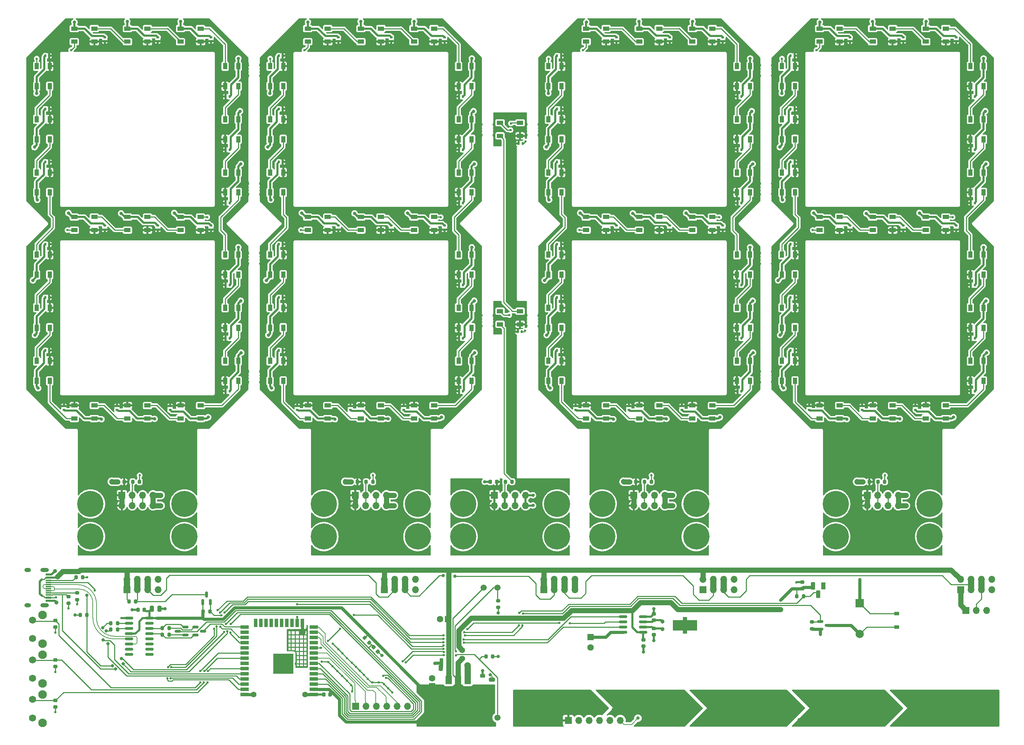
<source format=gbr>
%TF.GenerationSoftware,KiCad,Pcbnew,(6.0.1)*%
%TF.CreationDate,2022-01-22T16:00:36+01:00*%
%TF.ProjectId,Final H00 panelicad_pcb,46696e61-6c20-4483-9030-2070616e656c,rev?*%
%TF.SameCoordinates,Original*%
%TF.FileFunction,Copper,L1,Top*%
%TF.FilePolarity,Positive*%
%FSLAX46Y46*%
G04 Gerber Fmt 4.6, Leading zero omitted, Abs format (unit mm)*
G04 Created by KiCad (PCBNEW (6.0.1)) date 2022-01-22 16:00:36*
%MOMM*%
%LPD*%
G01*
G04 APERTURE LIST*
G04 Aperture macros list*
%AMRoundRect*
0 Rectangle with rounded corners*
0 $1 Rounding radius*
0 $2 $3 $4 $5 $6 $7 $8 $9 X,Y pos of 4 corners*
0 Add a 4 corners polygon primitive as box body*
4,1,4,$2,$3,$4,$5,$6,$7,$8,$9,$2,$3,0*
0 Add four circle primitives for the rounded corners*
1,1,$1+$1,$2,$3*
1,1,$1+$1,$4,$5*
1,1,$1+$1,$6,$7*
1,1,$1+$1,$8,$9*
0 Add four rect primitives between the rounded corners*
20,1,$1+$1,$2,$3,$4,$5,0*
20,1,$1+$1,$4,$5,$6,$7,0*
20,1,$1+$1,$6,$7,$8,$9,0*
20,1,$1+$1,$8,$9,$2,$3,0*%
G04 Aperture macros list end*
%TA.AperFunction,SMDPad,CuDef*%
%ADD10RoundRect,0.140000X-0.140000X-0.170000X0.140000X-0.170000X0.140000X0.170000X-0.140000X0.170000X0*%
%TD*%
%TA.AperFunction,SMDPad,CuDef*%
%ADD11RoundRect,0.140000X-0.170000X0.140000X-0.170000X-0.140000X0.170000X-0.140000X0.170000X0.140000X0*%
%TD*%
%TA.AperFunction,SMDPad,CuDef*%
%ADD12R,1.500000X1.000000*%
%TD*%
%TA.AperFunction,SMDPad,CuDef*%
%ADD13RoundRect,0.140000X0.140000X0.170000X-0.140000X0.170000X-0.140000X-0.170000X0.140000X-0.170000X0*%
%TD*%
%TA.AperFunction,SMDPad,CuDef*%
%ADD14RoundRect,0.140000X0.170000X-0.140000X0.170000X0.140000X-0.170000X0.140000X-0.170000X-0.140000X0*%
%TD*%
%TA.AperFunction,SMDPad,CuDef*%
%ADD15RoundRect,0.225000X0.225000X0.250000X-0.225000X0.250000X-0.225000X-0.250000X0.225000X-0.250000X0*%
%TD*%
%TA.AperFunction,ComponentPad*%
%ADD16C,0.800000*%
%TD*%
%TA.AperFunction,ComponentPad*%
%ADD17C,6.400000*%
%TD*%
%TA.AperFunction,SMDPad,CuDef*%
%ADD18RoundRect,0.150000X-0.587500X-0.150000X0.587500X-0.150000X0.587500X0.150000X-0.587500X0.150000X0*%
%TD*%
%TA.AperFunction,SMDPad,CuDef*%
%ADD19R,1.500000X2.000000*%
%TD*%
%TA.AperFunction,SMDPad,CuDef*%
%ADD20R,3.800000X2.000000*%
%TD*%
%TA.AperFunction,ComponentPad*%
%ADD21R,1.700000X1.700000*%
%TD*%
%TA.AperFunction,ComponentPad*%
%ADD22O,1.700000X1.700000*%
%TD*%
%TA.AperFunction,SMDPad,CuDef*%
%ADD23R,1.000000X1.500000*%
%TD*%
%TA.AperFunction,SMDPad,CuDef*%
%ADD24RoundRect,0.200000X-0.275000X0.200000X-0.275000X-0.200000X0.275000X-0.200000X0.275000X0.200000X0*%
%TD*%
%TA.AperFunction,ComponentPad*%
%ADD25R,1.600000X1.600000*%
%TD*%
%TA.AperFunction,ComponentPad*%
%ADD26C,1.600000*%
%TD*%
%TA.AperFunction,ComponentPad*%
%ADD27C,1.500000*%
%TD*%
%TA.AperFunction,SMDPad,CuDef*%
%ADD28RoundRect,0.200000X-0.200000X-0.275000X0.200000X-0.275000X0.200000X0.275000X-0.200000X0.275000X0*%
%TD*%
%TA.AperFunction,ComponentPad*%
%ADD29C,2.100000*%
%TD*%
%TA.AperFunction,ComponentPad*%
%ADD30C,1.750000*%
%TD*%
%TA.AperFunction,SMDPad,CuDef*%
%ADD31R,1.450000X0.600000*%
%TD*%
%TA.AperFunction,SMDPad,CuDef*%
%ADD32R,1.450000X0.300000*%
%TD*%
%TA.AperFunction,ComponentPad*%
%ADD33O,2.100000X1.000000*%
%TD*%
%TA.AperFunction,ComponentPad*%
%ADD34O,1.600000X1.000000*%
%TD*%
%TA.AperFunction,SMDPad,CuDef*%
%ADD35RoundRect,0.225000X0.250000X-0.225000X0.250000X0.225000X-0.250000X0.225000X-0.250000X-0.225000X0*%
%TD*%
%TA.AperFunction,ComponentPad*%
%ADD36R,2.000000X2.000000*%
%TD*%
%TA.AperFunction,ComponentPad*%
%ADD37C,2.000000*%
%TD*%
%TA.AperFunction,SMDPad,CuDef*%
%ADD38RoundRect,0.200000X0.200000X0.275000X-0.200000X0.275000X-0.200000X-0.275000X0.200000X-0.275000X0*%
%TD*%
%TA.AperFunction,SMDPad,CuDef*%
%ADD39RoundRect,0.150000X-0.825000X-0.150000X0.825000X-0.150000X0.825000X0.150000X-0.825000X0.150000X0*%
%TD*%
%TA.AperFunction,SMDPad,CuDef*%
%ADD40R,1.200000X0.900000*%
%TD*%
%TA.AperFunction,ComponentPad*%
%ADD41C,1.000000*%
%TD*%
%TA.AperFunction,ComponentPad*%
%ADD42R,1.000000X1.000000*%
%TD*%
%TA.AperFunction,SMDPad,CuDef*%
%ADD43R,6.000000X2.500000*%
%TD*%
%TA.AperFunction,ComponentPad*%
%ADD44R,1.100000X1.800000*%
%TD*%
%TA.AperFunction,ComponentPad*%
%ADD45RoundRect,0.275000X0.275000X0.625000X-0.275000X0.625000X-0.275000X-0.625000X0.275000X-0.625000X0*%
%TD*%
%TA.AperFunction,SMDPad,CuDef*%
%ADD46RoundRect,0.250000X0.250000X0.475000X-0.250000X0.475000X-0.250000X-0.475000X0.250000X-0.475000X0*%
%TD*%
%TA.AperFunction,SMDPad,CuDef*%
%ADD47RoundRect,0.150000X0.150000X-0.587500X0.150000X0.587500X-0.150000X0.587500X-0.150000X-0.587500X0*%
%TD*%
%TA.AperFunction,SMDPad,CuDef*%
%ADD48RoundRect,0.200000X-0.335876X-0.053033X-0.053033X-0.335876X0.335876X0.053033X0.053033X0.335876X0*%
%TD*%
%TA.AperFunction,SMDPad,CuDef*%
%ADD49RoundRect,0.200000X0.275000X-0.200000X0.275000X0.200000X-0.275000X0.200000X-0.275000X-0.200000X0*%
%TD*%
%TA.AperFunction,SMDPad,CuDef*%
%ADD50RoundRect,0.225000X0.335876X0.017678X0.017678X0.335876X-0.335876X-0.017678X-0.017678X-0.335876X0*%
%TD*%
%TA.AperFunction,SMDPad,CuDef*%
%ADD51RoundRect,0.225000X-0.250000X0.225000X-0.250000X-0.225000X0.250000X-0.225000X0.250000X0.225000X0*%
%TD*%
%TA.AperFunction,SMDPad,CuDef*%
%ADD52RoundRect,0.150000X0.825000X0.150000X-0.825000X0.150000X-0.825000X-0.150000X0.825000X-0.150000X0*%
%TD*%
%TA.AperFunction,SMDPad,CuDef*%
%ADD53RoundRect,0.250000X0.475000X-0.250000X0.475000X0.250000X-0.475000X0.250000X-0.475000X-0.250000X0*%
%TD*%
%TA.AperFunction,SMDPad,CuDef*%
%ADD54RoundRect,0.150000X0.587500X0.150000X-0.587500X0.150000X-0.587500X-0.150000X0.587500X-0.150000X0*%
%TD*%
%TA.AperFunction,SMDPad,CuDef*%
%ADD55R,2.000000X0.900000*%
%TD*%
%TA.AperFunction,SMDPad,CuDef*%
%ADD56R,0.900000X2.000000*%
%TD*%
%TA.AperFunction,SMDPad,CuDef*%
%ADD57R,5.000000X5.000000*%
%TD*%
%TA.AperFunction,SMDPad,CuDef*%
%ADD58RoundRect,0.250000X-0.250000X-0.475000X0.250000X-0.475000X0.250000X0.475000X-0.250000X0.475000X0*%
%TD*%
%TA.AperFunction,ViaPad*%
%ADD59C,1.000000*%
%TD*%
%TA.AperFunction,ViaPad*%
%ADD60C,0.600000*%
%TD*%
%TA.AperFunction,ViaPad*%
%ADD61C,0.800000*%
%TD*%
%TA.AperFunction,ViaPad*%
%ADD62C,1.400000*%
%TD*%
%TA.AperFunction,Conductor*%
%ADD63C,0.254000*%
%TD*%
%TA.AperFunction,Conductor*%
%ADD64C,1.270000*%
%TD*%
%TA.AperFunction,Conductor*%
%ADD65C,0.508000*%
%TD*%
%TA.AperFunction,Conductor*%
%ADD66C,1.524000*%
%TD*%
%TA.AperFunction,Conductor*%
%ADD67C,0.762000*%
%TD*%
%TA.AperFunction,Conductor*%
%ADD68C,0.127000*%
%TD*%
%TA.AperFunction,Conductor*%
%ADD69C,0.203200*%
%TD*%
G04 APERTURE END LIST*
D10*
%TO.P,C4,1*%
%TO.N,+5V*%
X232535455Y114697158D03*
%TO.P,C4,2*%
%TO.N,GND*%
X233495455Y114697158D03*
%TD*%
D11*
%TO.P,C10,1*%
%TO.N,+5V*%
X218949770Y38980101D03*
%TO.P,C10,2*%
%TO.N,GND*%
X218949770Y38020101D03*
%TD*%
D12*
%TO.P,D1,1,VDD*%
%TO.N,+5V*%
X122205686Y58965786D03*
%TO.P,D1,2,DOUT*%
%TO.N,Net-(D1-Pad2)*%
X122205686Y62165786D03*
%TO.P,D1,3,VSS*%
%TO.N,GND*%
X117305686Y62165786D03*
%TO.P,D1,4,DIN*%
%TO.N,Net-(D1-Pad4)*%
X117305686Y58965786D03*
%TD*%
%TO.P,D1,1,VDD*%
%TO.N,+5V*%
X75140085Y128162843D03*
%TO.P,D1,2,DOUT*%
%TO.N,Net-(D1-Pad2)*%
X75140085Y131362843D03*
%TO.P,D1,3,VSS*%
%TO.N,GND*%
X70240085Y131362843D03*
%TO.P,D1,4,DIN*%
%TO.N,Net-(D1-Pad4)*%
X70240085Y128162843D03*
%TD*%
D10*
%TO.P,C7,1*%
%TO.N,+5V*%
X50144370Y68565787D03*
%TO.P,C7,2*%
%TO.N,GND*%
X51104370Y68565787D03*
%TD*%
D13*
%TO.P,C15,1*%
%TO.N,+5V*%
X64104400Y78565786D03*
%TO.P,C15,2*%
%TO.N,GND*%
X63144400Y78565786D03*
%TD*%
D14*
%TO.P,C2,1*%
%TO.N,+5V*%
X215949770Y128282843D03*
%TO.P,C2,2*%
%TO.N,GND*%
X215949770Y129242843D03*
%TD*%
D15*
%TO.P,C22,1*%
%TO.N,+5V*%
X150538370Y20431472D03*
%TO.P,C22,2*%
%TO.N,GND*%
X148988370Y20431472D03*
%TD*%
D12*
%TO.P,D21,1,VDD*%
%TO.N,+5V*%
X101140085Y82031472D03*
%TO.P,D21,2,DOUT*%
%TO.N,Net-(D21-Pad2)*%
X101140085Y85231472D03*
%TO.P,D21,3,VSS*%
%TO.N,GND*%
X96240085Y85231472D03*
%TO.P,D21,4,DIN*%
%TO.N,Net-(D20-Pad2)*%
X96240085Y82031472D03*
%TD*%
D16*
%TO.P,H2,1,1*%
%TO.N,unconnected-(H2-Pad1)*%
X132952742Y5303045D03*
D17*
X131255686Y7000101D03*
D16*
X131255686Y4600101D03*
X132952742Y8697157D03*
X129558630Y8697157D03*
X129558630Y5303045D03*
X133655686Y7000101D03*
X131255686Y9400101D03*
X128855686Y7000101D03*
%TD*%
D15*
%TO.P,C22,1*%
%TO.N,+5V*%
X116475686Y20431472D03*
%TO.P,C22,2*%
%TO.N,GND*%
X114925686Y20431472D03*
%TD*%
D18*
%TO.P,Q3,1,B*%
%TO.N,Net-(Q3-Pad1)*%
X42750500Y-15179000D03*
%TO.P,Q3,2,E*%
%TO.N,Net-(Q3-Pad2)*%
X42750500Y-17079000D03*
%TO.P,Q3,3,C*%
%TO.N,/USB+Power/ESP_GPIO0*%
X44625500Y-16129000D03*
%TD*%
D10*
%TO.P,C9,1*%
%TO.N,+5V*%
X107275770Y42565787D03*
%TO.P,C9,2*%
%TO.N,GND*%
X108235770Y42565787D03*
%TD*%
D19*
%TO.P,U4,1,GND*%
%TO.N,GND*%
X109361000Y-28092000D03*
D20*
%TO.P,U4,2,VO*%
%TO.N,+3V3*%
X107061000Y-34392000D03*
D19*
X107061000Y-28092000D03*
%TO.P,U4,3,VI*%
%TO.N,+5V*%
X104761000Y-28092000D03*
%TD*%
D12*
%TO.P,D20,1,VDD*%
%TO.N,+5V*%
X213399770Y82031472D03*
%TO.P,D20,2,DOUT*%
%TO.N,Net-(D20-Pad2)*%
X213399770Y85231472D03*
%TO.P,D20,3,VSS*%
%TO.N,GND*%
X208499770Y85231472D03*
%TO.P,D20,4,DIN*%
%TO.N,Net-(D19-Pad2)*%
X208499770Y82031472D03*
%TD*%
%TO.P,D19,1,VDD*%
%TO.N,+5V*%
X18008685Y82031472D03*
%TO.P,D19,2,DOUT*%
%TO.N,Net-(D19-Pad2)*%
X18008685Y85231472D03*
%TO.P,D19,3,VSS*%
%TO.N,GND*%
X13108685Y85231472D03*
%TO.P,D19,4,DIN*%
%TO.N,Net-(D18-Pad2)*%
X13108685Y82031472D03*
%TD*%
D14*
%TO.P,C3,1*%
%TO.N,+5V*%
X103690085Y128282843D03*
%TO.P,C3,2*%
%TO.N,GND*%
X103690085Y129242843D03*
%TD*%
D12*
%TO.P,D2,1,VDD*%
%TO.N,+5V*%
X156268370Y128162843D03*
%TO.P,D2,2,DOUT*%
%TO.N,Net-(D2-Pad2)*%
X156268370Y131362843D03*
%TO.P,D2,3,VSS*%
%TO.N,GND*%
X151368370Y131362843D03*
%TO.P,D2,4,DIN*%
%TO.N,Net-(D1-Pad2)*%
X151368370Y128162843D03*
%TD*%
D21*
%TO.P,J3,1,Pin_1*%
%TO.N,+5V*%
X128000000Y-6000000D03*
D22*
%TO.P,J3,2,Pin_2*%
X128000000Y-3460000D03*
%TO.P,J3,3,Pin_3*%
%TO.N,Net-(J2-Pad5)*%
X130540000Y-6000000D03*
%TO.P,J3,4,Pin_4*%
X130540000Y-3460000D03*
%TO.P,J3,5,Pin_5*%
%TO.N,Net-(J3-Pad5)*%
X133080000Y-6000000D03*
%TO.P,J3,6,Pin_6*%
X133080000Y-3460000D03*
%TO.P,J3,7,Pin_7*%
%TO.N,GND*%
X135620000Y-6000000D03*
%TO.P,J3,8,Pin_8*%
X135620000Y-3460000D03*
%TD*%
D13*
%TO.P,C15,1*%
%TO.N,+5V*%
X6973000Y78565786D03*
%TO.P,C15,2*%
%TO.N,GND*%
X6013000Y78565786D03*
%TD*%
%TO.P,C17,1*%
%TO.N,+5V*%
X189364085Y111697158D03*
%TO.P,C17,2*%
%TO.N,GND*%
X188404085Y111697158D03*
%TD*%
D10*
%TO.P,C9,1*%
%TO.N,+5V*%
X50144370Y42565787D03*
%TO.P,C9,2*%
%TO.N,GND*%
X51104370Y42565787D03*
%TD*%
D21*
%TO.P,J1,1,Pin_1*%
%TO.N,+5V*%
X26000000Y-6000000D03*
D22*
%TO.P,J1,2,Pin_2*%
X26000000Y-3460000D03*
%TO.P,J1,3,Pin_3*%
%TO.N,WS2812*%
X28540000Y-6000000D03*
%TO.P,J1,4,Pin_4*%
X28540000Y-3460000D03*
%TO.P,J1,5,Pin_5*%
%TO.N,Net-(J1-Pad5)*%
X31080000Y-6000000D03*
%TO.P,J1,6,Pin_6*%
X31080000Y-3460000D03*
%TO.P,J1,7,Pin_7*%
%TO.N,GND*%
X33620000Y-6000000D03*
%TO.P,J1,8,Pin_8*%
X33620000Y-3460000D03*
%TD*%
D12*
%TO.P,D1,1,VDD*%
%TO.N,+5V*%
X200399770Y128162843D03*
%TO.P,D1,2,DOUT*%
%TO.N,Net-(D1-Pad2)*%
X200399770Y131362843D03*
%TO.P,D1,3,VSS*%
%TO.N,GND*%
X195499770Y131362843D03*
%TO.P,D1,4,DIN*%
%TO.N,Net-(D1-Pad4)*%
X195499770Y128162843D03*
%TD*%
D23*
%TO.P,D5,1,VDD*%
%TO.N,+5V*%
X232415455Y104247158D03*
%TO.P,D5,2,DOUT*%
%TO.N,Net-(D5-Pad2)*%
X235615455Y104247158D03*
%TO.P,D5,3,VSS*%
%TO.N,GND*%
X235615455Y109147158D03*
%TO.P,D5,4,DIN*%
%TO.N,Net-(D4-Pad2)*%
X232415455Y109147158D03*
%TD*%
D13*
%TO.P,C16,1*%
%TO.N,+5V*%
X64104400Y98697158D03*
%TO.P,C16,2*%
%TO.N,GND*%
X63144400Y98697158D03*
%TD*%
D12*
%TO.P,D12,1,VDD*%
%TO.N,+5V*%
X138368370Y39100101D03*
%TO.P,D12,2,DOUT*%
%TO.N,Net-(D12-Pad2)*%
X138368370Y35900101D03*
%TO.P,D12,3,VSS*%
%TO.N,GND*%
X143268370Y35900101D03*
%TO.P,D12,4,DIN*%
%TO.N,Net-(D11-Pad2)*%
X143268370Y39100101D03*
%TD*%
D10*
%TO.P,C2,1*%
%TO.N,+5V*%
X121875686Y103231472D03*
%TO.P,C2,2*%
%TO.N,GND*%
X122835686Y103231472D03*
%TD*%
D11*
%TO.P,C11,1*%
%TO.N,+5V*%
X80690085Y38980101D03*
%TO.P,C11,2*%
%TO.N,GND*%
X80690085Y38020101D03*
%TD*%
D13*
%TO.P,C15,1*%
%TO.N,+5V*%
X189364085Y78565786D03*
%TO.P,C15,2*%
%TO.N,GND*%
X188404085Y78565786D03*
%TD*%
%TO.P,C14,1*%
%TO.N,+5V*%
X189364085Y65565786D03*
%TO.P,C14,2*%
%TO.N,GND*%
X188404085Y65565786D03*
%TD*%
D16*
%TO.P,H1,1,1*%
%TO.N,unconnected-(H1-Pad1)*%
X197752714Y8697157D03*
X199449770Y4600101D03*
X201849770Y7000101D03*
X201146826Y5303045D03*
X199449770Y9400101D03*
X197049770Y7000101D03*
X197752714Y5303045D03*
X201146826Y8697157D03*
D17*
X199449770Y7000101D03*
%TD*%
D24*
%TO.P,R6,1*%
%TO.N,Net-(J7-PadA8)*%
X13843000Y-6795000D03*
%TO.P,R6,2*%
%TO.N,GND*%
X13843000Y-8445000D03*
%TD*%
D13*
%TO.P,C13,1*%
%TO.N,+5V*%
X64104400Y52565786D03*
%TO.P,C13,2*%
%TO.N,GND*%
X63144400Y52565786D03*
%TD*%
D12*
%TO.P,D12,1,VDD*%
%TO.N,+5V*%
X70240085Y39100101D03*
%TO.P,D12,2,DOUT*%
%TO.N,Net-(D12-Pad2)*%
X70240085Y35900101D03*
%TO.P,D12,3,VSS*%
%TO.N,GND*%
X75140085Y35900101D03*
%TO.P,D12,4,DIN*%
%TO.N,Net-(D11-Pad2)*%
X75140085Y39100101D03*
%TD*%
D11*
%TO.P,C12,1*%
%TO.N,+5V*%
X10558685Y38980101D03*
%TO.P,C12,2*%
%TO.N,GND*%
X10558685Y38020101D03*
%TD*%
D12*
%TO.P,D10,1,VDD*%
%TO.N,+5V*%
X221499770Y39100101D03*
%TO.P,D10,2,DOUT*%
%TO.N,Net-(D10-Pad2)*%
X221499770Y35900101D03*
%TO.P,D10,3,VSS*%
%TO.N,GND*%
X226399770Y35900101D03*
%TO.P,D10,4,DIN*%
%TO.N,Net-(D10-Pad4)*%
X226399770Y39100101D03*
%TD*%
D23*
%TO.P,D16,1,VDD*%
%TO.N,+5V*%
X7093000Y96147158D03*
%TO.P,D16,2,DOUT*%
%TO.N,Net-(D16-Pad2)*%
X3893000Y96147158D03*
%TO.P,D16,3,VSS*%
%TO.N,GND*%
X3893000Y91247158D03*
%TO.P,D16,4,DIN*%
%TO.N,Net-(D15-Pad2)*%
X7093000Y91247158D03*
%TD*%
D25*
%TO.P,C19,1*%
%TO.N,+3V3*%
X100711000Y-29657113D03*
D26*
%TO.P,C19,2*%
%TO.N,GND*%
X100711000Y-27657113D03*
%TD*%
D11*
%TO.P,C10,1*%
%TO.N,+5V*%
X93690085Y38980101D03*
%TO.P,C10,2*%
%TO.N,GND*%
X93690085Y38020101D03*
%TD*%
D27*
%TO.P,R14,1*%
%TO.N,+3V3*%
X113300000Y-37300000D03*
%TO.P,R14,2*%
%TO.N,LIGHT2*%
X116700000Y-37300000D03*
%TD*%
D14*
%TO.P,C21,1*%
%TO.N,+5V*%
X46558685Y82151472D03*
%TO.P,C21,2*%
%TO.N,GND*%
X46558685Y83111472D03*
%TD*%
D21*
%TO.P,J2,1,Pin_1*%
%TO.N,+5V*%
X89000000Y-6000000D03*
D22*
%TO.P,J2,2,Pin_2*%
X89000000Y-3460000D03*
%TO.P,J2,3,Pin_3*%
%TO.N,Net-(J1-Pad5)*%
X91540000Y-6000000D03*
%TO.P,J2,4,Pin_4*%
X91540000Y-3460000D03*
%TO.P,J2,5,Pin_5*%
%TO.N,Net-(J2-Pad5)*%
X94080000Y-6000000D03*
%TO.P,J2,6,Pin_6*%
X94080000Y-3460000D03*
%TO.P,J2,7,Pin_7*%
%TO.N,GND*%
X96620000Y-6000000D03*
%TO.P,J2,8,Pin_8*%
X96620000Y-3460000D03*
%TD*%
D21*
%TO.P,J1,1,Pin_1*%
%TO.N,+5V*%
X81880085Y17130101D03*
D22*
%TO.P,J1,2,Pin_2*%
X81880085Y14590101D03*
%TO.P,J1,3,Pin_3*%
%TO.N,Net-(J1-Pad3)*%
X84420085Y17130101D03*
%TO.P,J1,4,Pin_4*%
X84420085Y14590101D03*
%TO.P,J1,5,Pin_5*%
%TO.N,Net-(D21-Pad2)*%
X86960085Y17130101D03*
%TO.P,J1,6,Pin_6*%
X86960085Y14590101D03*
%TO.P,J1,7,Pin_7*%
%TO.N,GND*%
X89500085Y17130101D03*
%TO.P,J1,8,Pin_8*%
X89500085Y14590101D03*
%TD*%
D13*
%TO.P,C17,1*%
%TO.N,+5V*%
X132232685Y111697158D03*
%TO.P,C17,2*%
%TO.N,GND*%
X131272685Y111697158D03*
%TD*%
D14*
%TO.P,C19,1*%
%TO.N,+5V*%
X77690085Y82151472D03*
%TO.P,C19,2*%
%TO.N,GND*%
X77690085Y83111472D03*
%TD*%
D16*
%TO.P,H4,1,1*%
%TO.N,unconnected-(H4-Pad1)*%
X75887141Y13303045D03*
X76590085Y15000101D03*
X74190085Y12600101D03*
X74190085Y17400101D03*
X75887141Y16697157D03*
X71790085Y15000101D03*
X72493029Y13303045D03*
D17*
X74190085Y15000101D03*
D16*
X72493029Y16697157D03*
%TD*%
D12*
%TO.P,D2,1,VDD*%
%TO.N,+5V*%
X31008685Y128162843D03*
%TO.P,D2,2,DOUT*%
%TO.N,Net-(D2-Pad2)*%
X31008685Y131362843D03*
%TO.P,D2,3,VSS*%
%TO.N,GND*%
X26108685Y131362843D03*
%TO.P,D2,4,DIN*%
%TO.N,Net-(D1-Pad2)*%
X26108685Y128162843D03*
%TD*%
D23*
%TO.P,D18,1,VDD*%
%TO.N,+5V*%
X189484085Y122147158D03*
%TO.P,D18,2,DOUT*%
%TO.N,Net-(D18-Pad2)*%
X186284085Y122147158D03*
%TO.P,D18,3,VSS*%
%TO.N,GND*%
X186284085Y117247158D03*
%TO.P,D18,4,DIN*%
%TO.N,Net-(D17-Pad2)*%
X189484085Y117247158D03*
%TD*%
D13*
%TO.P,C16,1*%
%TO.N,+5V*%
X132232685Y98697158D03*
%TO.P,C16,2*%
%TO.N,GND*%
X131272685Y98697158D03*
%TD*%
D28*
%TO.P,R1,1*%
%TO.N,Net-(J1-Pad3)*%
X84535085Y20441472D03*
%TO.P,R1,2*%
%TO.N,Net-(D1-Pad4)*%
X86185085Y20441472D03*
%TD*%
D16*
%TO.P,H2,1,1*%
%TO.N,unconnected-(H2-Pad1)*%
X40058685Y4600101D03*
X40058685Y9400101D03*
X37658685Y7000101D03*
D17*
X40058685Y7000101D03*
D16*
X42458685Y7000101D03*
X38361629Y8697157D03*
X41755741Y8697157D03*
X38361629Y5303045D03*
X41755741Y5303045D03*
%TD*%
%TO.P,H2,1,1*%
%TO.N,unconnected-(H2-Pad1)*%
X94790085Y7000101D03*
X97190085Y9400101D03*
X99590085Y7000101D03*
X98887141Y5303045D03*
X98887141Y8697157D03*
X95493029Y8697157D03*
X97190085Y4600101D03*
X95493029Y5303045D03*
D17*
X97190085Y7000101D03*
%TD*%
D16*
%TO.P,H4,1,1*%
%TO.N,unconnected-(H4-Pad1)*%
X17058685Y17400101D03*
X18755741Y16697157D03*
X19458685Y15000101D03*
X18755741Y13303045D03*
D17*
X17058685Y15000101D03*
D16*
X17058685Y12600101D03*
X15361629Y16697157D03*
X14658685Y15000101D03*
X15361629Y13303045D03*
%TD*%
D29*
%TO.P,SW3,*%
%TO.N,*%
X5352500Y-31615000D03*
X5352500Y-38625000D03*
D30*
%TO.P,SW3,1,A*%
%TO.N,GND*%
X2862500Y-37375000D03*
%TO.P,SW3,2,B*%
%TO.N,BUTTON3*%
X2862500Y-32875000D03*
%TD*%
D16*
%TO.P,H1,1,1*%
%TO.N,unconnected-(H1-Pad1)*%
X144718370Y7000101D03*
X144015426Y8697157D03*
X142318370Y4600101D03*
D17*
X142318370Y7000101D03*
D16*
X140621314Y5303045D03*
X144015426Y5303045D03*
X139918370Y7000101D03*
X142318370Y9400101D03*
X140621314Y8697157D03*
%TD*%
D15*
%TO.P,C22,1*%
%TO.N,+5V*%
X207669770Y20431472D03*
%TO.P,C22,2*%
%TO.N,GND*%
X206119770Y20431472D03*
%TD*%
D28*
%TO.P,R1,1*%
%TO.N,Net-(J1-Pad3)*%
X27403685Y20441472D03*
%TO.P,R1,2*%
%TO.N,Net-(D1-Pad4)*%
X29053685Y20441472D03*
%TD*%
D16*
%TO.P,H2,1,1*%
%TO.N,unconnected-(H2-Pad1)*%
X163621314Y8697157D03*
X165318370Y9400101D03*
X163621314Y5303045D03*
D17*
X165318370Y7000101D03*
D16*
X162918370Y7000101D03*
X165318370Y4600101D03*
X167718370Y7000101D03*
X167015426Y8697157D03*
X167015426Y5303045D03*
%TD*%
D23*
%TO.P,D18,1,VDD*%
%TO.N,+5V*%
X64224400Y122147158D03*
%TO.P,D18,2,DOUT*%
%TO.N,Net-(D18-Pad2)*%
X61024400Y122147158D03*
%TO.P,D18,3,VSS*%
%TO.N,GND*%
X61024400Y117247158D03*
%TO.P,D18,4,DIN*%
%TO.N,Net-(D17-Pad2)*%
X64224400Y117247158D03*
%TD*%
D12*
%TO.P,D3,1,VDD*%
%TO.N,+5V*%
X169268370Y128162843D03*
%TO.P,D3,2,DOUT*%
%TO.N,Net-(D3-Pad2)*%
X169268370Y131362843D03*
%TO.P,D3,3,VSS*%
%TO.N,GND*%
X164368370Y131362843D03*
%TO.P,D3,4,DIN*%
%TO.N,Net-(D2-Pad2)*%
X164368370Y128162843D03*
%TD*%
%TO.P,D10,1,VDD*%
%TO.N,+5V*%
X39108685Y39100101D03*
%TO.P,D10,2,DOUT*%
%TO.N,Net-(D10-Pad2)*%
X39108685Y35900101D03*
%TO.P,D10,3,VSS*%
%TO.N,GND*%
X44008685Y35900101D03*
%TO.P,D10,4,DIN*%
%TO.N,Net-(D10-Pad4)*%
X44008685Y39100101D03*
%TD*%
%TO.P,D12,1,VDD*%
%TO.N,+5V*%
X13108685Y39100101D03*
%TO.P,D12,2,DOUT*%
%TO.N,Net-(D12-Pad2)*%
X13108685Y35900101D03*
%TO.P,D12,3,VSS*%
%TO.N,GND*%
X18008685Y35900101D03*
%TO.P,D12,4,DIN*%
%TO.N,Net-(D11-Pad2)*%
X18008685Y39100101D03*
%TD*%
D23*
%TO.P,D5,1,VDD*%
%TO.N,+5V*%
X175284055Y104247158D03*
%TO.P,D5,2,DOUT*%
%TO.N,Net-(D5-Pad2)*%
X178484055Y104247158D03*
%TO.P,D5,3,VSS*%
%TO.N,GND*%
X178484055Y109147158D03*
%TO.P,D5,4,DIN*%
%TO.N,Net-(D4-Pad2)*%
X175284055Y109147158D03*
%TD*%
D13*
%TO.P,C17,1*%
%TO.N,+5V*%
X64104400Y111697158D03*
%TO.P,C17,2*%
%TO.N,GND*%
X63144400Y111697158D03*
%TD*%
D23*
%TO.P,D6,1,VDD*%
%TO.N,+5V*%
X107155770Y91247158D03*
%TO.P,D6,2,DOUT*%
%TO.N,Net-(D6-Pad2)*%
X110355770Y91247158D03*
%TO.P,D6,3,VSS*%
%TO.N,GND*%
X110355770Y96147158D03*
%TO.P,D6,4,DIN*%
%TO.N,Net-(D5-Pad2)*%
X107155770Y96147158D03*
%TD*%
D24*
%TO.P,R1,1*%
%TO.N,BUZZER*%
X193675000Y-13907000D03*
%TO.P,R1,2*%
%TO.N,GND*%
X193675000Y-15557000D03*
%TD*%
D11*
%TO.P,C12,1*%
%TO.N,+5V*%
X67690085Y38980101D03*
%TO.P,C12,2*%
%TO.N,GND*%
X67690085Y38020101D03*
%TD*%
D24*
%TO.P,R13,1*%
%TO.N,LIGHT1*%
X116840000Y-8700000D03*
%TO.P,R13,2*%
%TO.N,GND*%
X116840000Y-10350000D03*
%TD*%
D12*
%TO.P,D20,1,VDD*%
%TO.N,+5V*%
X31008685Y82031472D03*
%TO.P,D20,2,DOUT*%
%TO.N,Net-(D20-Pad2)*%
X31008685Y85231472D03*
%TO.P,D20,3,VSS*%
%TO.N,GND*%
X26108685Y85231472D03*
%TO.P,D20,4,DIN*%
%TO.N,Net-(D19-Pad2)*%
X26108685Y82031472D03*
%TD*%
D21*
%TO.P,J1,1,Pin_1*%
%TO.N,+5V*%
X207139770Y17130101D03*
D22*
%TO.P,J1,2,Pin_2*%
X207139770Y14590101D03*
%TO.P,J1,3,Pin_3*%
%TO.N,Net-(J1-Pad3)*%
X209679770Y17130101D03*
%TO.P,J1,4,Pin_4*%
X209679770Y14590101D03*
%TO.P,J1,5,Pin_5*%
%TO.N,Net-(D21-Pad2)*%
X212219770Y17130101D03*
%TO.P,J1,6,Pin_6*%
X212219770Y14590101D03*
%TO.P,J1,7,Pin_7*%
%TO.N,GND*%
X214759770Y17130101D03*
%TO.P,J1,8,Pin_8*%
X214759770Y14590101D03*
%TD*%
D31*
%TO.P,J7,A1,GND*%
%TO.N,GND*%
X6785000Y-2250000D03*
%TO.P,J7,A4,VBUS*%
%TO.N,+5V*%
X6785000Y-3050000D03*
D32*
%TO.P,J7,A5,CC1*%
%TO.N,CC1*%
X6785000Y-4250000D03*
%TO.P,J7,A6,D+*%
%TO.N,/USB+Power/D+*%
X6785000Y-5250000D03*
%TO.P,J7,A7,D-*%
%TO.N,/USB+Power/D-*%
X6785000Y-5750000D03*
%TO.P,J7,A8,SBU1*%
%TO.N,Net-(J7-PadA8)*%
X6785000Y-6750000D03*
D31*
%TO.P,J7,A9,VBUS*%
%TO.N,+5V*%
X6785000Y-7950000D03*
%TO.P,J7,A12,GND*%
%TO.N,GND*%
X6785000Y-8750000D03*
%TO.P,J7,B1,GND*%
X6785000Y-8750000D03*
%TO.P,J7,B4,VBUS*%
%TO.N,+5V*%
X6785000Y-7950000D03*
D32*
%TO.P,J7,B5,CC2*%
%TO.N,CC2*%
X6785000Y-7250000D03*
%TO.P,J7,B6,D+*%
%TO.N,/USB+Power/D+*%
X6785000Y-6250000D03*
%TO.P,J7,B7,D-*%
%TO.N,/USB+Power/D-*%
X6785000Y-4750000D03*
%TO.P,J7,B8,SBU2*%
%TO.N,Net-(J7-PadB8)*%
X6785000Y-3750000D03*
D31*
%TO.P,J7,B9,VBUS*%
%TO.N,+5V*%
X6785000Y-3050000D03*
%TO.P,J7,B12,GND*%
%TO.N,GND*%
X6785000Y-2250000D03*
D33*
%TO.P,J7,S1,SHIELD*%
%TO.N,unconnected-(J7-PadS1)*%
X5870000Y-9820000D03*
D34*
X1690000Y-9820000D03*
X1690000Y-1180000D03*
D33*
X5870000Y-1180000D03*
%TD*%
D28*
%TO.P,R3,1*%
%TO.N,+3V3*%
X189929000Y-7620000D03*
%TO.P,R3,2*%
%TO.N,TEMPERATURE*%
X191579000Y-7620000D03*
%TD*%
D23*
%TO.P,D17,1,VDD*%
%TO.N,+5V*%
X189484085Y109147158D03*
%TO.P,D17,2,DOUT*%
%TO.N,Net-(D17-Pad2)*%
X186284085Y109147158D03*
%TO.P,D17,3,VSS*%
%TO.N,GND*%
X186284085Y104247158D03*
%TO.P,D17,4,DIN*%
%TO.N,Net-(D16-Pad2)*%
X189484085Y104247158D03*
%TD*%
%TO.P,D16,1,VDD*%
%TO.N,+5V*%
X64224400Y96147158D03*
%TO.P,D16,2,DOUT*%
%TO.N,Net-(D16-Pad2)*%
X61024400Y96147158D03*
%TO.P,D16,3,VSS*%
%TO.N,GND*%
X61024400Y91247158D03*
%TO.P,D16,4,DIN*%
%TO.N,Net-(D15-Pad2)*%
X64224400Y91247158D03*
%TD*%
D16*
%TO.P,H4,1,1*%
%TO.N,unconnected-(H4-Pad1)*%
X106558630Y16697157D03*
X108255686Y17400101D03*
X109952742Y16697157D03*
X106558630Y13303045D03*
X105855686Y15000101D03*
X109952742Y13303045D03*
X110655686Y15000101D03*
X108255686Y12600101D03*
D17*
X108255686Y15000101D03*
%TD*%
D23*
%TO.P,D9,1,VDD*%
%TO.N,+5V*%
X50024370Y45115787D03*
%TO.P,D9,2,DOUT*%
%TO.N,Net-(D10-Pad4)*%
X53224370Y45115787D03*
%TO.P,D9,3,VSS*%
%TO.N,GND*%
X53224370Y50015787D03*
%TO.P,D9,4,DIN*%
%TO.N,Net-(D8-Pad2)*%
X50024370Y50015787D03*
%TD*%
D13*
%TO.P,C16,1*%
%TO.N,+5V*%
X6973000Y98697158D03*
%TO.P,C16,2*%
%TO.N,GND*%
X6013000Y98697158D03*
%TD*%
D14*
%TO.P,C19,1*%
%TO.N,+5V*%
X202949770Y82151472D03*
%TO.P,C19,2*%
%TO.N,GND*%
X202949770Y83111472D03*
%TD*%
D23*
%TO.P,D17,1,VDD*%
%TO.N,+5V*%
X64224400Y109147158D03*
%TO.P,D17,2,DOUT*%
%TO.N,Net-(D17-Pad2)*%
X61024400Y109147158D03*
%TO.P,D17,3,VSS*%
%TO.N,GND*%
X61024400Y104247158D03*
%TO.P,D17,4,DIN*%
%TO.N,Net-(D16-Pad2)*%
X64224400Y104247158D03*
%TD*%
D13*
%TO.P,C18,1*%
%TO.N,+5V*%
X6973000Y124697158D03*
%TO.P,C18,2*%
%TO.N,GND*%
X6013000Y124697158D03*
%TD*%
D28*
%TO.P,R4,1*%
%TO.N,Net-(J7-PadB8)*%
X13526000Y-2921000D03*
%TO.P,R4,2*%
%TO.N,GND*%
X15176000Y-2921000D03*
%TD*%
D35*
%TO.P,C4,1*%
%TO.N,GND*%
X8509000Y-15126000D03*
%TO.P,C4,2*%
%TO.N,BUTTON1*%
X8509000Y-13576000D03*
%TD*%
D11*
%TO.P,C10,1*%
%TO.N,+5V*%
X161818370Y38980101D03*
%TO.P,C10,2*%
%TO.N,GND*%
X161818370Y38020101D03*
%TD*%
D12*
%TO.P,D1,1,VDD*%
%TO.N,+5V*%
X18008685Y128162843D03*
%TO.P,D1,2,DOUT*%
%TO.N,Net-(D1-Pad2)*%
X18008685Y131362843D03*
%TO.P,D1,3,VSS*%
%TO.N,GND*%
X13108685Y131362843D03*
%TO.P,D1,4,DIN*%
%TO.N,Net-(D1-Pad4)*%
X13108685Y128162843D03*
%TD*%
D11*
%TO.P,C12,1*%
%TO.N,+5V*%
X192949770Y38980101D03*
%TO.P,C12,2*%
%TO.N,GND*%
X192949770Y38020101D03*
%TD*%
D14*
%TO.P,C2,1*%
%TO.N,+5V*%
X33558685Y128282843D03*
%TO.P,C2,2*%
%TO.N,GND*%
X33558685Y129242843D03*
%TD*%
%TO.P,C20,1*%
%TO.N,+5V*%
X33558685Y82151472D03*
%TO.P,C20,2*%
%TO.N,GND*%
X33558685Y83111472D03*
%TD*%
D10*
%TO.P,C1,1*%
%TO.N,+5V*%
X121675686Y57131472D03*
%TO.P,C1,2*%
%TO.N,GND*%
X122635686Y57131472D03*
%TD*%
D12*
%TO.P,D20,1,VDD*%
%TO.N,+5V*%
X88140085Y82031472D03*
%TO.P,D20,2,DOUT*%
%TO.N,Net-(D20-Pad2)*%
X88140085Y85231472D03*
%TO.P,D20,3,VSS*%
%TO.N,GND*%
X83240085Y85231472D03*
%TO.P,D20,4,DIN*%
%TO.N,Net-(D19-Pad2)*%
X83240085Y82031472D03*
%TD*%
D23*
%TO.P,D13,1,VDD*%
%TO.N,+5V*%
X189484085Y50015786D03*
%TO.P,D13,2,DOUT*%
%TO.N,Net-(D13-Pad2)*%
X186284085Y50015786D03*
%TO.P,D13,3,VSS*%
%TO.N,GND*%
X186284085Y45115786D03*
%TO.P,D13,4,DIN*%
%TO.N,Net-(D12-Pad2)*%
X189484085Y45115786D03*
%TD*%
D12*
%TO.P,D3,1,VDD*%
%TO.N,+5V*%
X226399770Y128162843D03*
%TO.P,D3,2,DOUT*%
%TO.N,Net-(D3-Pad2)*%
X226399770Y131362843D03*
%TO.P,D3,3,VSS*%
%TO.N,GND*%
X221499770Y131362843D03*
%TO.P,D3,4,DIN*%
%TO.N,Net-(D2-Pad2)*%
X221499770Y128162843D03*
%TD*%
D35*
%TO.P,C5,1*%
%TO.N,GND*%
X8509000Y-24778000D03*
%TO.P,C5,2*%
%TO.N,BUTTON2*%
X8509000Y-23228000D03*
%TD*%
D17*
%TO.P,H3,1,1*%
%TO.N,unconnected-(H3-Pad1)*%
X131255686Y15000101D03*
D16*
X131255686Y12600101D03*
X128855686Y15000101D03*
X131255686Y17400101D03*
X129558630Y16697157D03*
X129558630Y13303045D03*
X132952742Y13303045D03*
X133655686Y15000101D03*
X132952742Y16697157D03*
%TD*%
D35*
%TO.P,C6,1*%
%TO.N,GND*%
X8509000Y-34684000D03*
%TO.P,C6,2*%
%TO.N,BUTTON3*%
X8509000Y-33134000D03*
%TD*%
D23*
%TO.P,D17,1,VDD*%
%TO.N,+5V*%
X132352685Y109147158D03*
%TO.P,D17,2,DOUT*%
%TO.N,Net-(D17-Pad2)*%
X129152685Y109147158D03*
%TO.P,D17,3,VSS*%
%TO.N,GND*%
X129152685Y104247158D03*
%TO.P,D17,4,DIN*%
%TO.N,Net-(D16-Pad2)*%
X132352685Y104247158D03*
%TD*%
D21*
%TO.P,J4,1,Pin_1*%
%TO.N,+5V*%
X167000000Y-6000000D03*
D22*
%TO.P,J4,2,Pin_2*%
X167000000Y-3460000D03*
%TO.P,J4,3,Pin_3*%
%TO.N,Net-(J3-Pad5)*%
X169540000Y-6000000D03*
%TO.P,J4,4,Pin_4*%
X169540000Y-3460000D03*
%TO.P,J4,5,Pin_5*%
%TO.N,Net-(J4-Pad5)*%
X172080000Y-6000000D03*
%TO.P,J4,6,Pin_6*%
X172080000Y-3460000D03*
%TO.P,J4,7,Pin_7*%
%TO.N,GND*%
X174620000Y-6000000D03*
%TO.P,J4,8,Pin_8*%
X174620000Y-3460000D03*
%TD*%
D10*
%TO.P,C5,1*%
%TO.N,+5V*%
X175404055Y101697158D03*
%TO.P,C5,2*%
%TO.N,GND*%
X176364055Y101697158D03*
%TD*%
D36*
%TO.P,BZ1,1,-*%
%TO.N,+5V*%
X205359000Y-9281000D03*
D37*
%TO.P,BZ1,2,+*%
%TO.N,Net-(BZ1-Pad2)*%
X205359000Y-16881000D03*
%TD*%
D13*
%TO.P,C13,1*%
%TO.N,+5V*%
X189364085Y52565786D03*
%TO.P,C13,2*%
%TO.N,GND*%
X188404085Y52565786D03*
%TD*%
D23*
%TO.P,D7,1,VDD*%
%TO.N,+5V*%
X175284055Y71115787D03*
%TO.P,D7,2,DOUT*%
%TO.N,Net-(D7-Pad2)*%
X178484055Y71115787D03*
%TO.P,D7,3,VSS*%
%TO.N,GND*%
X178484055Y76015787D03*
%TO.P,D7,4,DIN*%
%TO.N,Net-(D6-Pad2)*%
X175284055Y76015787D03*
%TD*%
D12*
%TO.P,D11,1,VDD*%
%TO.N,+5V*%
X83240085Y39100101D03*
%TO.P,D11,2,DOUT*%
%TO.N,Net-(D11-Pad2)*%
X83240085Y35900101D03*
%TO.P,D11,3,VSS*%
%TO.N,GND*%
X88140085Y35900101D03*
%TO.P,D11,4,DIN*%
%TO.N,Net-(D10-Pad2)*%
X88140085Y39100101D03*
%TD*%
D23*
%TO.P,D8,1,VDD*%
%TO.N,+5V*%
X175284055Y58115787D03*
%TO.P,D8,2,DOUT*%
%TO.N,Net-(D8-Pad2)*%
X178484055Y58115787D03*
%TO.P,D8,3,VSS*%
%TO.N,GND*%
X178484055Y63015787D03*
%TO.P,D8,4,DIN*%
%TO.N,Net-(D7-Pad2)*%
X175284055Y63015787D03*
%TD*%
%TO.P,D4,1,VDD*%
%TO.N,+5V*%
X232415455Y117247158D03*
%TO.P,D4,2,DOUT*%
%TO.N,Net-(D4-Pad2)*%
X235615455Y117247158D03*
%TO.P,D4,3,VSS*%
%TO.N,GND*%
X235615455Y122147158D03*
%TO.P,D4,4,DIN*%
%TO.N,Net-(D3-Pad2)*%
X232415455Y122147158D03*
%TD*%
D12*
%TO.P,D21,1,VDD*%
%TO.N,+5V*%
X226399770Y82031472D03*
%TO.P,D21,2,DOUT*%
%TO.N,Net-(D21-Pad2)*%
X226399770Y85231472D03*
%TO.P,D21,3,VSS*%
%TO.N,GND*%
X221499770Y85231472D03*
%TO.P,D21,4,DIN*%
%TO.N,Net-(D20-Pad2)*%
X221499770Y82031472D03*
%TD*%
D10*
%TO.P,C7,1*%
%TO.N,+5V*%
X232535455Y68565787D03*
%TO.P,C7,2*%
%TO.N,GND*%
X233495455Y68565787D03*
%TD*%
D14*
%TO.P,C2,1*%
%TO.N,+5V*%
X158818370Y128282843D03*
%TO.P,C2,2*%
%TO.N,GND*%
X158818370Y129242843D03*
%TD*%
%TO.P,C3,1*%
%TO.N,+5V*%
X171818370Y128282843D03*
%TO.P,C3,2*%
%TO.N,GND*%
X171818370Y129242843D03*
%TD*%
D12*
%TO.P,D1,1,VDD*%
%TO.N,+5V*%
X143268370Y128162843D03*
%TO.P,D1,2,DOUT*%
%TO.N,Net-(D1-Pad2)*%
X143268370Y131362843D03*
%TO.P,D1,3,VSS*%
%TO.N,GND*%
X138368370Y131362843D03*
%TO.P,D1,4,DIN*%
%TO.N,Net-(D1-Pad4)*%
X138368370Y128162843D03*
%TD*%
D13*
%TO.P,C13,1*%
%TO.N,+5V*%
X6973000Y52565786D03*
%TO.P,C13,2*%
%TO.N,GND*%
X6013000Y52565786D03*
%TD*%
D11*
%TO.P,C11,1*%
%TO.N,+5V*%
X23558685Y38980101D03*
%TO.P,C11,2*%
%TO.N,GND*%
X23558685Y38020101D03*
%TD*%
D23*
%TO.P,D14,1,VDD*%
%TO.N,+5V*%
X189484085Y63015786D03*
%TO.P,D14,2,DOUT*%
%TO.N,Net-(D14-Pad2)*%
X186284085Y63015786D03*
%TO.P,D14,3,VSS*%
%TO.N,GND*%
X186284085Y58115786D03*
%TO.P,D14,4,DIN*%
%TO.N,Net-(D13-Pad2)*%
X189484085Y58115786D03*
%TD*%
D21*
%TO.P,J6,1,Pin_1*%
%TO.N,TOUCH9*%
X82000000Y-34500000D03*
D22*
%TO.P,J6,2,Pin_2*%
%TO.N,TOUCH8*%
X84540000Y-34500000D03*
%TO.P,J6,3,Pin_3*%
%TO.N,TOUCH7*%
X87080000Y-34500000D03*
%TO.P,J6,4,Pin_4*%
%TO.N,TOUCH6*%
X89620000Y-34500000D03*
%TO.P,J6,5,Pin_5*%
%TO.N,TOUCH5*%
X92160000Y-34500000D03*
%TO.P,J6,6,Pin_6*%
%TO.N,GND*%
X94700000Y-34500000D03*
%TD*%
D23*
%TO.P,D5,1,VDD*%
%TO.N,+5V*%
X50024370Y104247158D03*
%TO.P,D5,2,DOUT*%
%TO.N,Net-(D5-Pad2)*%
X53224370Y104247158D03*
%TO.P,D5,3,VSS*%
%TO.N,GND*%
X53224370Y109147158D03*
%TO.P,D5,4,DIN*%
%TO.N,Net-(D4-Pad2)*%
X50024370Y109147158D03*
%TD*%
D14*
%TO.P,C19,1*%
%TO.N,+5V*%
X145818370Y82151472D03*
%TO.P,C19,2*%
%TO.N,GND*%
X145818370Y83111472D03*
%TD*%
D23*
%TO.P,D4,1,VDD*%
%TO.N,+5V*%
X107155770Y117247158D03*
%TO.P,D4,2,DOUT*%
%TO.N,Net-(D4-Pad2)*%
X110355770Y117247158D03*
%TO.P,D4,3,VSS*%
%TO.N,GND*%
X110355770Y122147158D03*
%TO.P,D4,4,DIN*%
%TO.N,Net-(D3-Pad2)*%
X107155770Y122147158D03*
%TD*%
%TO.P,D6,1,VDD*%
%TO.N,+5V*%
X232415455Y91247158D03*
%TO.P,D6,2,DOUT*%
%TO.N,Net-(D6-Pad2)*%
X235615455Y91247158D03*
%TO.P,D6,3,VSS*%
%TO.N,GND*%
X235615455Y96147158D03*
%TO.P,D6,4,DIN*%
%TO.N,Net-(D5-Pad2)*%
X232415455Y96147158D03*
%TD*%
D25*
%TO.P,C11,1*%
%TO.N,+5V*%
X104587112Y-13208000D03*
D26*
%TO.P,C11,2*%
%TO.N,GND*%
X102587112Y-13208000D03*
%TD*%
D38*
%TO.P,R10,1*%
%TO.N,Net-(Q2-Pad1)*%
X36321000Y-16967000D03*
%TO.P,R10,2*%
%TO.N,Net-(Q3-Pad2)*%
X34671000Y-16967000D03*
%TD*%
D16*
%TO.P,H3,1,1*%
%TO.N,unconnected-(H3-Pad1)*%
X99590085Y15000101D03*
X97190085Y17400101D03*
X94790085Y15000101D03*
X97190085Y12600101D03*
X98887141Y13303045D03*
D17*
X97190085Y15000101D03*
D16*
X98887141Y16697157D03*
X95493029Y13303045D03*
X95493029Y16697157D03*
%TD*%
D29*
%TO.P,SW2,*%
%TO.N,*%
X5352500Y-21915000D03*
X5352500Y-28925000D03*
D30*
%TO.P,SW2,1,A*%
%TO.N,GND*%
X2862500Y-27675000D03*
%TO.P,SW2,2,B*%
%TO.N,BUTTON2*%
X2862500Y-23175000D03*
%TD*%
D23*
%TO.P,D14,1,VDD*%
%TO.N,+5V*%
X132352685Y63015786D03*
%TO.P,D14,2,DOUT*%
%TO.N,Net-(D14-Pad2)*%
X129152685Y63015786D03*
%TO.P,D14,3,VSS*%
%TO.N,GND*%
X129152685Y58115786D03*
%TO.P,D14,4,DIN*%
%TO.N,Net-(D13-Pad2)*%
X132352685Y58115786D03*
%TD*%
D14*
%TO.P,C21,1*%
%TO.N,+5V*%
X228949770Y82151472D03*
%TO.P,C21,2*%
%TO.N,GND*%
X228949770Y83111472D03*
%TD*%
D23*
%TO.P,D9,1,VDD*%
%TO.N,+5V*%
X107155770Y45115787D03*
%TO.P,D9,2,DOUT*%
%TO.N,Net-(D10-Pad4)*%
X110355770Y45115787D03*
%TO.P,D9,3,VSS*%
%TO.N,GND*%
X110355770Y50015787D03*
%TO.P,D9,4,DIN*%
%TO.N,Net-(D8-Pad2)*%
X107155770Y50015787D03*
%TD*%
D16*
%TO.P,H1,1,1*%
%TO.N,unconnected-(H1-Pad1)*%
X19458685Y7000101D03*
X14658685Y7000101D03*
X17058685Y9400101D03*
X15361629Y8697157D03*
D17*
X17058685Y7000101D03*
D16*
X18755741Y5303045D03*
X15361629Y5303045D03*
X18755741Y8697157D03*
X17058685Y4600101D03*
%TD*%
D14*
%TO.P,C21,1*%
%TO.N,+5V*%
X103690085Y82151472D03*
%TO.P,C21,2*%
%TO.N,GND*%
X103690085Y83111472D03*
%TD*%
D28*
%TO.P,R1,1*%
%TO.N,Net-(J1-Pad3)*%
X152663370Y20441472D03*
%TO.P,R1,2*%
%TO.N,Net-(D1-Pad4)*%
X154313370Y20441472D03*
%TD*%
D39*
%TO.P,U5,1,GND*%
%TO.N,GND*%
X26525000Y-12955000D03*
%TO.P,U5,2,TXD*%
%TO.N,Net-(R8-Pad2)*%
X26525000Y-14225000D03*
%TO.P,U5,3,RXD*%
%TO.N,Net-(R9-Pad2)*%
X26525000Y-15495000D03*
%TO.P,U5,4,V3*%
%TO.N,+3V3*%
X26525000Y-16765000D03*
%TO.P,U5,5,UD+*%
%TO.N,/USB+Power/D+*%
X26525000Y-18035000D03*
%TO.P,U5,6,UD-*%
%TO.N,/USB+Power/D-*%
X26525000Y-19305000D03*
%TO.P,U5,7,NC*%
%TO.N,unconnected-(U5-Pad7)*%
X26525000Y-20575000D03*
%TO.P,U5,8,NC*%
%TO.N,unconnected-(U5-Pad8)*%
X26525000Y-21845000D03*
%TO.P,U5,9,~{CTS}*%
%TO.N,unconnected-(U5-Pad9)*%
X31475000Y-21845000D03*
%TO.P,U5,10,~{DSR}*%
%TO.N,unconnected-(U5-Pad10)*%
X31475000Y-20575000D03*
%TO.P,U5,11,~{RI}*%
%TO.N,unconnected-(U5-Pad11)*%
X31475000Y-19305000D03*
%TO.P,U5,12,~{DCD}*%
%TO.N,unconnected-(U5-Pad12)*%
X31475000Y-18035000D03*
%TO.P,U5,13,~{DTR}*%
%TO.N,Net-(Q3-Pad2)*%
X31475000Y-16765000D03*
%TO.P,U5,14,~{RTS}*%
%TO.N,Net-(Q2-Pad2)*%
X31475000Y-15495000D03*
%TO.P,U5,15,R232*%
%TO.N,unconnected-(U5-Pad15)*%
X31475000Y-14225000D03*
%TO.P,U5,16,VCC*%
%TO.N,+3V3*%
X31475000Y-12955000D03*
%TD*%
D13*
%TO.P,C14,1*%
%TO.N,+5V*%
X64104400Y65565786D03*
%TO.P,C14,2*%
%TO.N,GND*%
X63144400Y65565786D03*
%TD*%
D16*
%TO.P,H2,1,1*%
%TO.N,unconnected-(H2-Pad1)*%
X222449770Y4600101D03*
X220752714Y8697157D03*
X224849770Y7000101D03*
X222449770Y9400101D03*
X224146826Y8697157D03*
X224146826Y5303045D03*
D17*
X222449770Y7000101D03*
D16*
X220049770Y7000101D03*
X220752714Y5303045D03*
%TD*%
D23*
%TO.P,D7,1,VDD*%
%TO.N,+5V*%
X50024370Y71115787D03*
%TO.P,D7,2,DOUT*%
%TO.N,Net-(D7-Pad2)*%
X53224370Y71115787D03*
%TO.P,D7,3,VSS*%
%TO.N,GND*%
X53224370Y76015787D03*
%TO.P,D7,4,DIN*%
%TO.N,Net-(D6-Pad2)*%
X50024370Y76015787D03*
%TD*%
D28*
%TO.P,R9,1*%
%TO.N,/USB+Power/ESP_TX*%
X22035000Y-15748000D03*
%TO.P,R9,2*%
%TO.N,Net-(R9-Pad2)*%
X23685000Y-15748000D03*
%TD*%
D40*
%TO.P,D2,1,K*%
%TO.N,+3V3*%
X113030000Y-30352000D03*
%TO.P,D2,2,A*%
%TO.N,GND*%
X113030000Y-27052000D03*
%TD*%
D41*
%TO.P,Y1,1,1*%
%TO.N,Net-(C8-Pad1)*%
X157036000Y-15682000D03*
%TO.P,Y1,2,2*%
%TO.N,Net-(C9-Pad1)*%
X157036000Y-13782000D03*
D42*
%TO.P,Y1,3,3*%
%TO.N,GND*%
X162536000Y-13232000D03*
X162536000Y-16232000D03*
D43*
X162536000Y-14732000D03*
%TD*%
D28*
%TO.P,R15,1*%
%TO.N,LIGHT2*%
X113856000Y-22352000D03*
%TO.P,R15,2*%
%TO.N,GND*%
X115506000Y-22352000D03*
%TD*%
D13*
%TO.P,C17,1*%
%TO.N,+5V*%
X6973000Y111697158D03*
%TO.P,C17,2*%
%TO.N,GND*%
X6013000Y111697158D03*
%TD*%
D23*
%TO.P,D18,1,VDD*%
%TO.N,+5V*%
X7093000Y122147158D03*
%TO.P,D18,2,DOUT*%
%TO.N,Net-(D18-Pad2)*%
X3893000Y122147158D03*
%TO.P,D18,3,VSS*%
%TO.N,GND*%
X3893000Y117247158D03*
%TO.P,D18,4,DIN*%
%TO.N,Net-(D17-Pad2)*%
X7093000Y117247158D03*
%TD*%
D44*
%TO.P,U2,1,GND*%
%TO.N,GND*%
X196469000Y-5049000D03*
D45*
%TO.P,U2,2,DQ*%
%TO.N,TEMPERATURE*%
X195199000Y-7119000D03*
%TO.P,U2,3,VDD*%
%TO.N,+3V3*%
X193929000Y-5049000D03*
%TD*%
D10*
%TO.P,C4,1*%
%TO.N,+5V*%
X107275770Y114697158D03*
%TO.P,C4,2*%
%TO.N,GND*%
X108235770Y114697158D03*
%TD*%
%TO.P,C8,1*%
%TO.N,+5V*%
X232535455Y55565787D03*
%TO.P,C8,2*%
%TO.N,GND*%
X233495455Y55565787D03*
%TD*%
D46*
%TO.P,C14,1*%
%TO.N,+5V*%
X104709000Y-25146000D03*
%TO.P,C14,2*%
%TO.N,GND*%
X102809000Y-25146000D03*
%TD*%
D23*
%TO.P,D4,1,VDD*%
%TO.N,+5V*%
X50024370Y117247158D03*
%TO.P,D4,2,DOUT*%
%TO.N,Net-(D4-Pad2)*%
X53224370Y117247158D03*
%TO.P,D4,3,VSS*%
%TO.N,GND*%
X53224370Y122147158D03*
%TO.P,D4,4,DIN*%
%TO.N,Net-(D3-Pad2)*%
X50024370Y122147158D03*
%TD*%
D12*
%TO.P,D20,1,VDD*%
%TO.N,+5V*%
X156268370Y82031472D03*
%TO.P,D20,2,DOUT*%
%TO.N,Net-(D20-Pad2)*%
X156268370Y85231472D03*
%TO.P,D20,3,VSS*%
%TO.N,GND*%
X151368370Y85231472D03*
%TO.P,D20,4,DIN*%
%TO.N,Net-(D19-Pad2)*%
X151368370Y82031472D03*
%TD*%
D10*
%TO.P,C4,1*%
%TO.N,+5V*%
X50144370Y114697158D03*
%TO.P,C4,2*%
%TO.N,GND*%
X51104370Y114697158D03*
%TD*%
D28*
%TO.P,R5,1*%
%TO.N,GND*%
X14542000Y-12192000D03*
%TO.P,R5,2*%
%TO.N,CC1*%
X16192000Y-12192000D03*
%TD*%
D13*
%TO.P,C18,1*%
%TO.N,+5V*%
X64104400Y124697158D03*
%TO.P,C18,2*%
%TO.N,GND*%
X63144400Y124697158D03*
%TD*%
D15*
%TO.P,C12,1*%
%TO.N,+5V*%
X104534000Y-23241000D03*
%TO.P,C12,2*%
%TO.N,GND*%
X102984000Y-23241000D03*
%TD*%
D14*
%TO.P,C1,1*%
%TO.N,+5V*%
X77690085Y128282843D03*
%TO.P,C1,2*%
%TO.N,GND*%
X77690085Y129242843D03*
%TD*%
D13*
%TO.P,C18,1*%
%TO.N,+5V*%
X132232685Y124697158D03*
%TO.P,C18,2*%
%TO.N,GND*%
X131272685Y124697158D03*
%TD*%
D10*
%TO.P,C9,1*%
%TO.N,+5V*%
X175404055Y42565787D03*
%TO.P,C9,2*%
%TO.N,GND*%
X176364055Y42565787D03*
%TD*%
D14*
%TO.P,C20,1*%
%TO.N,+5V*%
X158818370Y82151472D03*
%TO.P,C20,2*%
%TO.N,GND*%
X158818370Y83111472D03*
%TD*%
D12*
%TO.P,D3,1,VDD*%
%TO.N,+5V*%
X44008685Y128162843D03*
%TO.P,D3,2,DOUT*%
%TO.N,Net-(D3-Pad2)*%
X44008685Y131362843D03*
%TO.P,D3,3,VSS*%
%TO.N,GND*%
X39108685Y131362843D03*
%TO.P,D3,4,DIN*%
%TO.N,Net-(D2-Pad2)*%
X39108685Y128162843D03*
%TD*%
D21*
%TO.P,J1,1,Pin_1*%
%TO.N,+5V*%
X24748685Y17130101D03*
D22*
%TO.P,J1,2,Pin_2*%
X24748685Y14590101D03*
%TO.P,J1,3,Pin_3*%
%TO.N,Net-(J1-Pad3)*%
X27288685Y17130101D03*
%TO.P,J1,4,Pin_4*%
X27288685Y14590101D03*
%TO.P,J1,5,Pin_5*%
%TO.N,Net-(D21-Pad2)*%
X29828685Y17130101D03*
%TO.P,J1,6,Pin_6*%
X29828685Y14590101D03*
%TO.P,J1,7,Pin_7*%
%TO.N,GND*%
X32368685Y17130101D03*
%TO.P,J1,8,Pin_8*%
X32368685Y14590101D03*
%TD*%
D23*
%TO.P,D7,1,VDD*%
%TO.N,+5V*%
X107155770Y71115787D03*
%TO.P,D7,2,DOUT*%
%TO.N,Net-(D7-Pad2)*%
X110355770Y71115787D03*
%TO.P,D7,3,VSS*%
%TO.N,GND*%
X110355770Y76015787D03*
%TO.P,D7,4,DIN*%
%TO.N,Net-(D6-Pad2)*%
X107155770Y76015787D03*
%TD*%
%TO.P,D6,1,VDD*%
%TO.N,+5V*%
X50024370Y91247158D03*
%TO.P,D6,2,DOUT*%
%TO.N,Net-(D6-Pad2)*%
X53224370Y91247158D03*
%TO.P,D6,3,VSS*%
%TO.N,GND*%
X53224370Y96147158D03*
%TO.P,D6,4,DIN*%
%TO.N,Net-(D5-Pad2)*%
X50024370Y96147158D03*
%TD*%
D16*
%TO.P,H3,1,1*%
%TO.N,unconnected-(H3-Pad1)*%
X220752714Y16697157D03*
X224146826Y16697157D03*
X222449770Y17400101D03*
D17*
X222449770Y15000101D03*
D16*
X220752714Y13303045D03*
X224146826Y13303045D03*
X224849770Y15000101D03*
X220049770Y15000101D03*
X222449770Y12600101D03*
%TD*%
D23*
%TO.P,D8,1,VDD*%
%TO.N,+5V*%
X50024370Y58115787D03*
%TO.P,D8,2,DOUT*%
%TO.N,Net-(D8-Pad2)*%
X53224370Y58115787D03*
%TO.P,D8,3,VSS*%
%TO.N,GND*%
X53224370Y63015787D03*
%TO.P,D8,4,DIN*%
%TO.N,Net-(D7-Pad2)*%
X50024370Y63015787D03*
%TD*%
D47*
%TO.P,Q4,1,G*%
%TO.N,+3V3*%
X44516000Y-9065500D03*
%TO.P,Q4,2,S*%
%TO.N,Net-(Q4-Pad2)*%
X46416000Y-9065500D03*
%TO.P,Q4,3,D*%
%TO.N,WS2812*%
X45466000Y-7190500D03*
%TD*%
D10*
%TO.P,C9,1*%
%TO.N,+5V*%
X232535455Y42565787D03*
%TO.P,C9,2*%
%TO.N,GND*%
X233495455Y42565787D03*
%TD*%
D48*
%TO.P,R2,1*%
%TO.N,+3V3*%
X84124800Y-17780000D03*
%TO.P,R2,2*%
%TO.N,/USB+Power/ESP_RST*%
X85291526Y-18946726D03*
%TD*%
D12*
%TO.P,D12,1,VDD*%
%TO.N,+5V*%
X195499770Y39100101D03*
%TO.P,D12,2,DOUT*%
%TO.N,Net-(D12-Pad2)*%
X195499770Y35900101D03*
%TO.P,D12,3,VSS*%
%TO.N,GND*%
X200399770Y35900101D03*
%TO.P,D12,4,DIN*%
%TO.N,Net-(D11-Pad2)*%
X200399770Y39100101D03*
%TD*%
D10*
%TO.P,C5,1*%
%TO.N,+5V*%
X50144370Y101697158D03*
%TO.P,C5,2*%
%TO.N,GND*%
X51104370Y101697158D03*
%TD*%
D23*
%TO.P,D4,1,VDD*%
%TO.N,+5V*%
X175284055Y117247158D03*
%TO.P,D4,2,DOUT*%
%TO.N,Net-(D4-Pad2)*%
X178484055Y117247158D03*
%TO.P,D4,3,VSS*%
%TO.N,GND*%
X178484055Y122147158D03*
%TO.P,D4,4,DIN*%
%TO.N,Net-(D3-Pad2)*%
X175284055Y122147158D03*
%TD*%
D14*
%TO.P,C3,1*%
%TO.N,+5V*%
X228949770Y128282843D03*
%TO.P,C3,2*%
%TO.N,GND*%
X228949770Y129242843D03*
%TD*%
D10*
%TO.P,C6,1*%
%TO.N,+5V*%
X232535455Y88697158D03*
%TO.P,C6,2*%
%TO.N,GND*%
X233495455Y88697158D03*
%TD*%
D12*
%TO.P,D19,1,VDD*%
%TO.N,+5V*%
X200399770Y82031472D03*
%TO.P,D19,2,DOUT*%
%TO.N,Net-(D19-Pad2)*%
X200399770Y85231472D03*
%TO.P,D19,3,VSS*%
%TO.N,GND*%
X195499770Y85231472D03*
%TO.P,D19,4,DIN*%
%TO.N,Net-(D18-Pad2)*%
X195499770Y82031472D03*
%TD*%
D13*
%TO.P,C16,1*%
%TO.N,+5V*%
X189364085Y98697158D03*
%TO.P,C16,2*%
%TO.N,GND*%
X188404085Y98697158D03*
%TD*%
D10*
%TO.P,C8,1*%
%TO.N,+5V*%
X175404055Y55565787D03*
%TO.P,C8,2*%
%TO.N,GND*%
X176364055Y55565787D03*
%TD*%
D12*
%TO.P,D3,1,VDD*%
%TO.N,+5V*%
X101140085Y128162843D03*
%TO.P,D3,2,DOUT*%
%TO.N,Net-(D3-Pad2)*%
X101140085Y131362843D03*
%TO.P,D3,3,VSS*%
%TO.N,GND*%
X96240085Y131362843D03*
%TO.P,D3,4,DIN*%
%TO.N,Net-(D2-Pad2)*%
X96240085Y128162843D03*
%TD*%
D23*
%TO.P,D9,1,VDD*%
%TO.N,+5V*%
X232415455Y45115787D03*
%TO.P,D9,2,DOUT*%
%TO.N,Net-(D10-Pad4)*%
X235615455Y45115787D03*
%TO.P,D9,3,VSS*%
%TO.N,GND*%
X235615455Y50015787D03*
%TO.P,D9,4,DIN*%
%TO.N,Net-(D8-Pad2)*%
X232415455Y50015787D03*
%TD*%
%TO.P,D16,1,VDD*%
%TO.N,+5V*%
X189484085Y96147158D03*
%TO.P,D16,2,DOUT*%
%TO.N,Net-(D16-Pad2)*%
X186284085Y96147158D03*
%TO.P,D16,3,VSS*%
%TO.N,GND*%
X186284085Y91247158D03*
%TO.P,D16,4,DIN*%
%TO.N,Net-(D15-Pad2)*%
X189484085Y91247158D03*
%TD*%
D49*
%TO.P,R7,1*%
%TO.N,GND*%
X11684000Y-9334000D03*
%TO.P,R7,2*%
%TO.N,CC2*%
X11684000Y-7684000D03*
%TD*%
D12*
%TO.P,D21,1,VDD*%
%TO.N,+5V*%
X169268370Y82031472D03*
%TO.P,D21,2,DOUT*%
%TO.N,Net-(D21-Pad2)*%
X169268370Y85231472D03*
%TO.P,D21,3,VSS*%
%TO.N,GND*%
X164368370Y85231472D03*
%TO.P,D21,4,DIN*%
%TO.N,Net-(D20-Pad2)*%
X164368370Y82031472D03*
%TD*%
D14*
%TO.P,C1,1*%
%TO.N,+5V*%
X20558685Y128282843D03*
%TO.P,C1,2*%
%TO.N,GND*%
X20558685Y129242843D03*
%TD*%
D11*
%TO.P,C10,1*%
%TO.N,+5V*%
X36558685Y38980101D03*
%TO.P,C10,2*%
%TO.N,GND*%
X36558685Y38020101D03*
%TD*%
D50*
%TO.P,C3,1*%
%TO.N,GND*%
X87416008Y-21122008D03*
%TO.P,C3,2*%
%TO.N,/USB+Power/ESP_RST*%
X86319992Y-20025992D03*
%TD*%
D23*
%TO.P,D7,1,VDD*%
%TO.N,+5V*%
X232415455Y71115787D03*
%TO.P,D7,2,DOUT*%
%TO.N,Net-(D7-Pad2)*%
X235615455Y71115787D03*
%TO.P,D7,3,VSS*%
%TO.N,GND*%
X235615455Y76015787D03*
%TO.P,D7,4,DIN*%
%TO.N,Net-(D6-Pad2)*%
X232415455Y76015787D03*
%TD*%
%TO.P,D14,1,VDD*%
%TO.N,+5V*%
X64224400Y63015786D03*
%TO.P,D14,2,DOUT*%
%TO.N,Net-(D14-Pad2)*%
X61024400Y63015786D03*
%TO.P,D14,3,VSS*%
%TO.N,GND*%
X61024400Y58115786D03*
%TO.P,D14,4,DIN*%
%TO.N,Net-(D13-Pad2)*%
X64224400Y58115786D03*
%TD*%
D12*
%TO.P,D11,1,VDD*%
%TO.N,+5V*%
X151368370Y39100101D03*
%TO.P,D11,2,DOUT*%
%TO.N,Net-(D11-Pad2)*%
X151368370Y35900101D03*
%TO.P,D11,3,VSS*%
%TO.N,GND*%
X156268370Y35900101D03*
%TO.P,D11,4,DIN*%
%TO.N,Net-(D10-Pad2)*%
X156268370Y39100101D03*
%TD*%
D10*
%TO.P,C5,1*%
%TO.N,+5V*%
X232535455Y101697158D03*
%TO.P,C5,2*%
%TO.N,GND*%
X233495455Y101697158D03*
%TD*%
D14*
%TO.P,C1,1*%
%TO.N,+5V*%
X145818370Y128282843D03*
%TO.P,C1,2*%
%TO.N,GND*%
X145818370Y129242843D03*
%TD*%
D11*
%TO.P,C11,1*%
%TO.N,+5V*%
X148818370Y38980101D03*
%TO.P,C11,2*%
%TO.N,GND*%
X148818370Y38020101D03*
%TD*%
D23*
%TO.P,D13,1,VDD*%
%TO.N,+5V*%
X64224400Y50015786D03*
%TO.P,D13,2,DOUT*%
%TO.N,Net-(D13-Pad2)*%
X61024400Y50015786D03*
%TO.P,D13,3,VSS*%
%TO.N,GND*%
X61024400Y45115786D03*
%TO.P,D13,4,DIN*%
%TO.N,Net-(D12-Pad2)*%
X64224400Y45115786D03*
%TD*%
D51*
%TO.P,C8,1*%
%TO.N,Net-(C8-Pad1)*%
X154940000Y-15494000D03*
%TO.P,C8,2*%
%TO.N,GND*%
X154940000Y-17044000D03*
%TD*%
D17*
%TO.P,H3,1,1*%
%TO.N,unconnected-(H3-Pad1)*%
X165318370Y15000101D03*
D16*
X167015426Y16697157D03*
X163621314Y13303045D03*
X163621314Y16697157D03*
X167718370Y15000101D03*
X165318370Y12600101D03*
X162918370Y15000101D03*
X165318370Y17400101D03*
X167015426Y13303045D03*
%TD*%
D28*
%TO.P,R1,1*%
%TO.N,Net-(J1-Pad3)*%
X209794770Y20441472D03*
%TO.P,R1,2*%
%TO.N,Net-(D1-Pad4)*%
X211444770Y20441472D03*
%TD*%
D12*
%TO.P,D10,1,VDD*%
%TO.N,+5V*%
X96240085Y39100101D03*
%TO.P,D10,2,DOUT*%
%TO.N,Net-(D10-Pad2)*%
X96240085Y35900101D03*
%TO.P,D10,3,VSS*%
%TO.N,GND*%
X101140085Y35900101D03*
%TO.P,D10,4,DIN*%
%TO.N,Net-(D10-Pad4)*%
X101140085Y39100101D03*
%TD*%
D10*
%TO.P,C7,1*%
%TO.N,+5V*%
X107275770Y68565787D03*
%TO.P,C7,2*%
%TO.N,GND*%
X108235770Y68565787D03*
%TD*%
D21*
%TO.P,J5,1,Pin_1*%
%TO.N,+5V*%
X230000000Y-6000000D03*
D22*
%TO.P,J5,2,Pin_2*%
X230000000Y-3460000D03*
%TO.P,J5,3,Pin_3*%
%TO.N,Net-(J4-Pad5)*%
X232540000Y-6000000D03*
%TO.P,J5,4,Pin_4*%
X232540000Y-3460000D03*
%TO.P,J5,5,Pin_5*%
%TO.N,Net-(J5-Pad5)*%
X235080000Y-6000000D03*
%TO.P,J5,6,Pin_6*%
X235080000Y-3460000D03*
%TO.P,J5,7,Pin_7*%
%TO.N,GND*%
X237620000Y-6000000D03*
%TO.P,J5,8,Pin_8*%
X237620000Y-3460000D03*
%TD*%
D14*
%TO.P,C1,1*%
%TO.N,+5V*%
X202949770Y128282843D03*
%TO.P,C1,2*%
%TO.N,GND*%
X202949770Y129242843D03*
%TD*%
D12*
%TO.P,D19,1,VDD*%
%TO.N,+5V*%
X143268370Y82031472D03*
%TO.P,D19,2,DOUT*%
%TO.N,Net-(D19-Pad2)*%
X143268370Y85231472D03*
%TO.P,D19,3,VSS*%
%TO.N,GND*%
X138368370Y85231472D03*
%TO.P,D19,4,DIN*%
%TO.N,Net-(D18-Pad2)*%
X138368370Y82031472D03*
%TD*%
D23*
%TO.P,D15,1,VDD*%
%TO.N,+5V*%
X64224400Y76015786D03*
%TO.P,D15,2,DOUT*%
%TO.N,Net-(D15-Pad2)*%
X61024400Y76015786D03*
%TO.P,D15,3,VSS*%
%TO.N,GND*%
X61024400Y71115786D03*
%TO.P,D15,4,DIN*%
%TO.N,Net-(D14-Pad2)*%
X64224400Y71115786D03*
%TD*%
D21*
%TO.P,J1,1,Pin_1*%
%TO.N,+5V*%
X115945686Y17130101D03*
D22*
%TO.P,J1,2,Pin_2*%
X115945686Y14590101D03*
%TO.P,J1,3,Pin_3*%
%TO.N,Net-(J1-Pad3)*%
X118485686Y17130101D03*
%TO.P,J1,4,Pin_4*%
X118485686Y14590101D03*
%TO.P,J1,5,Pin_5*%
%TO.N,Net-(D2-Pad2)*%
X121025686Y17130101D03*
%TO.P,J1,6,Pin_6*%
X121025686Y14590101D03*
%TO.P,J1,7,Pin_7*%
%TO.N,GND*%
X123565686Y17130101D03*
%TO.P,J1,8,Pin_8*%
X123565686Y14590101D03*
%TD*%
D23*
%TO.P,D8,1,VDD*%
%TO.N,+5V*%
X107155770Y58115787D03*
%TO.P,D8,2,DOUT*%
%TO.N,Net-(D8-Pad2)*%
X110355770Y58115787D03*
%TO.P,D8,3,VSS*%
%TO.N,GND*%
X110355770Y63015787D03*
%TO.P,D8,4,DIN*%
%TO.N,Net-(D7-Pad2)*%
X107155770Y63015787D03*
%TD*%
%TO.P,D17,1,VDD*%
%TO.N,+5V*%
X7093000Y109147158D03*
%TO.P,D17,2,DOUT*%
%TO.N,Net-(D17-Pad2)*%
X3893000Y109147158D03*
%TO.P,D17,3,VSS*%
%TO.N,GND*%
X3893000Y104247158D03*
%TO.P,D17,4,DIN*%
%TO.N,Net-(D16-Pad2)*%
X7093000Y104247158D03*
%TD*%
%TO.P,D8,1,VDD*%
%TO.N,+5V*%
X232415455Y58115787D03*
%TO.P,D8,2,DOUT*%
%TO.N,Net-(D8-Pad2)*%
X235615455Y58115787D03*
%TO.P,D8,3,VSS*%
%TO.N,GND*%
X235615455Y63015787D03*
%TO.P,D8,4,DIN*%
%TO.N,Net-(D7-Pad2)*%
X232415455Y63015787D03*
%TD*%
D14*
%TO.P,C20,1*%
%TO.N,+5V*%
X215949770Y82151472D03*
%TO.P,C20,2*%
%TO.N,GND*%
X215949770Y83111472D03*
%TD*%
D29*
%TO.P,SW1,*%
%TO.N,*%
X5352500Y-19225000D03*
X5352500Y-12215000D03*
D30*
%TO.P,SW1,1,A*%
%TO.N,GND*%
X2862500Y-17975000D03*
%TO.P,SW1,2,B*%
%TO.N,BUTTON1*%
X2862500Y-13475000D03*
%TD*%
D10*
%TO.P,C4,1*%
%TO.N,+5V*%
X175404055Y114697158D03*
%TO.P,C4,2*%
%TO.N,GND*%
X176364055Y114697158D03*
%TD*%
D13*
%TO.P,C15,1*%
%TO.N,+5V*%
X132232685Y78565786D03*
%TO.P,C15,2*%
%TO.N,GND*%
X131272685Y78565786D03*
%TD*%
%TO.P,C13,1*%
%TO.N,+5V*%
X132232685Y52565786D03*
%TO.P,C13,2*%
%TO.N,GND*%
X131272685Y52565786D03*
%TD*%
D23*
%TO.P,D16,1,VDD*%
%TO.N,+5V*%
X132352685Y96147158D03*
%TO.P,D16,2,DOUT*%
%TO.N,Net-(D16-Pad2)*%
X129152685Y96147158D03*
%TO.P,D16,3,VSS*%
%TO.N,GND*%
X129152685Y91247158D03*
%TO.P,D16,4,DIN*%
%TO.N,Net-(D15-Pad2)*%
X132352685Y91247158D03*
%TD*%
D16*
%TO.P,H1,1,1*%
%TO.N,unconnected-(H1-Pad1)*%
X106558630Y5303045D03*
X108255686Y4600101D03*
D17*
X108255686Y7000101D03*
D16*
X108255686Y9400101D03*
X109952742Y8697157D03*
X105855686Y7000101D03*
X109952742Y5303045D03*
X110655686Y7000101D03*
X106558630Y8697157D03*
%TD*%
D38*
%TO.P,R11,1*%
%TO.N,Net-(Q3-Pad1)*%
X36321000Y-15367000D03*
%TO.P,R11,2*%
%TO.N,Net-(Q2-Pad2)*%
X34671000Y-15367000D03*
%TD*%
D16*
%TO.P,H4,1,1*%
%TO.N,unconnected-(H4-Pad1)*%
X197049770Y15000101D03*
D17*
X199449770Y15000101D03*
D16*
X197752714Y13303045D03*
X201849770Y15000101D03*
X201146826Y16697157D03*
X199449770Y12600101D03*
X201146826Y13303045D03*
X197752714Y16697157D03*
X199449770Y17400101D03*
%TD*%
D14*
%TO.P,C3,1*%
%TO.N,+5V*%
X46558685Y128282843D03*
%TO.P,C3,2*%
%TO.N,GND*%
X46558685Y129242843D03*
%TD*%
D16*
%TO.P,H3,1,1*%
%TO.N,unconnected-(H3-Pad1)*%
X38361629Y16697157D03*
X40058685Y12600101D03*
X42458685Y15000101D03*
X38361629Y13303045D03*
D17*
X40058685Y15000101D03*
D16*
X41755741Y13303045D03*
X40058685Y17400101D03*
X41755741Y16697157D03*
X37658685Y15000101D03*
%TD*%
D12*
%TO.P,D2,1,VDD*%
%TO.N,+5V*%
X88140085Y128162843D03*
%TO.P,D2,2,DOUT*%
%TO.N,Net-(D2-Pad2)*%
X88140085Y131362843D03*
%TO.P,D2,3,VSS*%
%TO.N,GND*%
X83240085Y131362843D03*
%TO.P,D2,4,DIN*%
%TO.N,Net-(D1-Pad2)*%
X83240085Y128162843D03*
%TD*%
D13*
%TO.P,C14,1*%
%TO.N,+5V*%
X6973000Y65565786D03*
%TO.P,C14,2*%
%TO.N,GND*%
X6013000Y65565786D03*
%TD*%
D10*
%TO.P,C7,1*%
%TO.N,+5V*%
X175404055Y68565787D03*
%TO.P,C7,2*%
%TO.N,GND*%
X176364055Y68565787D03*
%TD*%
D12*
%TO.P,D2,1,VDD*%
%TO.N,+5V*%
X122205686Y105097158D03*
%TO.P,D2,2,DOUT*%
%TO.N,Net-(D2-Pad2)*%
X122205686Y108297158D03*
%TO.P,D2,3,VSS*%
%TO.N,GND*%
X117305686Y108297158D03*
%TO.P,D2,4,DIN*%
%TO.N,Net-(D1-Pad2)*%
X117305686Y105097158D03*
%TD*%
D23*
%TO.P,D9,1,VDD*%
%TO.N,+5V*%
X175284055Y45115787D03*
%TO.P,D9,2,DOUT*%
%TO.N,Net-(D10-Pad4)*%
X178484055Y45115787D03*
%TO.P,D9,3,VSS*%
%TO.N,GND*%
X178484055Y50015787D03*
%TO.P,D9,4,DIN*%
%TO.N,Net-(D8-Pad2)*%
X175284055Y50015787D03*
%TD*%
D52*
%TO.P,U3,1,VCC2*%
%TO.N,+3V3*%
X152335000Y-16383000D03*
%TO.P,U3,2,X1*%
%TO.N,Net-(C8-Pad1)*%
X152335000Y-15113000D03*
%TO.P,U3,3,X2*%
%TO.N,Net-(C9-Pad1)*%
X152335000Y-13843000D03*
%TO.P,U3,4,GND*%
%TO.N,GND*%
X152335000Y-12573000D03*
%TO.P,U3,5,CE*%
%TO.N,CE*%
X147385000Y-12573000D03*
%TO.P,U3,6,I/O*%
%TO.N,IO*%
X147385000Y-13843000D03*
%TO.P,U3,7,SCLK*%
%TO.N,SCLK*%
X147385000Y-15113000D03*
%TO.P,U3,8,VCC1*%
%TO.N,Net-(C10-Pad1)*%
X147385000Y-16383000D03*
%TD*%
D12*
%TO.P,D19,1,VDD*%
%TO.N,+5V*%
X75140085Y82031472D03*
%TO.P,D19,2,DOUT*%
%TO.N,Net-(D19-Pad2)*%
X75140085Y85231472D03*
%TO.P,D19,3,VSS*%
%TO.N,GND*%
X70240085Y85231472D03*
%TO.P,D19,4,DIN*%
%TO.N,Net-(D18-Pad2)*%
X70240085Y82031472D03*
%TD*%
D28*
%TO.P,R17,1*%
%TO.N,+5V*%
X26480000Y-8890000D03*
%TO.P,R17,2*%
%TO.N,WS2812*%
X28130000Y-8890000D03*
%TD*%
D10*
%TO.P,C5,1*%
%TO.N,+5V*%
X107275770Y101697158D03*
%TO.P,C5,2*%
%TO.N,GND*%
X108235770Y101697158D03*
%TD*%
D53*
%TO.P,C2,1*%
%TO.N,+3V3*%
X115316000Y-29906000D03*
%TO.P,C2,2*%
%TO.N,GND*%
X115316000Y-28006000D03*
%TD*%
D12*
%TO.P,D11,1,VDD*%
%TO.N,+5V*%
X26108685Y39100101D03*
%TO.P,D11,2,DOUT*%
%TO.N,Net-(D11-Pad2)*%
X26108685Y35900101D03*
%TO.P,D11,3,VSS*%
%TO.N,GND*%
X31008685Y35900101D03*
%TO.P,D11,4,DIN*%
%TO.N,Net-(D10-Pad2)*%
X31008685Y39100101D03*
%TD*%
D35*
%TO.P,C7,1*%
%TO.N,+3V3*%
X191262000Y-5728000D03*
%TO.P,C7,2*%
%TO.N,GND*%
X191262000Y-4178000D03*
%TD*%
D13*
%TO.P,C14,1*%
%TO.N,+5V*%
X132232685Y65565786D03*
%TO.P,C14,2*%
%TO.N,GND*%
X131272685Y65565786D03*
%TD*%
D16*
%TO.P,H1,1,1*%
%TO.N,unconnected-(H1-Pad1)*%
X74190085Y9400101D03*
X75887141Y5303045D03*
X72493029Y8697157D03*
D17*
X74190085Y7000101D03*
D16*
X75887141Y8697157D03*
X74190085Y4600101D03*
X76590085Y7000101D03*
X71790085Y7000101D03*
X72493029Y5303045D03*
%TD*%
D28*
%TO.P,R8,1*%
%TO.N,/USB+Power/ESP_RX*%
X22035000Y-14224000D03*
%TO.P,R8,2*%
%TO.N,Net-(R8-Pad2)*%
X23685000Y-14224000D03*
%TD*%
D13*
%TO.P,C18,1*%
%TO.N,+5V*%
X189364085Y124697158D03*
%TO.P,C18,2*%
%TO.N,GND*%
X188404085Y124697158D03*
%TD*%
D11*
%TO.P,C12,1*%
%TO.N,+5V*%
X135818370Y38980101D03*
%TO.P,C12,2*%
%TO.N,GND*%
X135818370Y38020101D03*
%TD*%
D14*
%TO.P,C21,1*%
%TO.N,+5V*%
X171818370Y82151472D03*
%TO.P,C21,2*%
%TO.N,GND*%
X171818370Y83111472D03*
%TD*%
D15*
%TO.P,C1,1*%
%TO.N,+3V3*%
X75705000Y-31623000D03*
%TO.P,C1,2*%
%TO.N,GND*%
X74155000Y-31623000D03*
%TD*%
D14*
%TO.P,C20,1*%
%TO.N,+5V*%
X90690085Y82151472D03*
%TO.P,C20,2*%
%TO.N,GND*%
X90690085Y83111472D03*
%TD*%
D10*
%TO.P,C6,1*%
%TO.N,+5V*%
X50144370Y88697158D03*
%TO.P,C6,2*%
%TO.N,GND*%
X51104370Y88697158D03*
%TD*%
D15*
%TO.P,C22,1*%
%TO.N,+5V*%
X82410085Y20431472D03*
%TO.P,C22,2*%
%TO.N,GND*%
X80860085Y20431472D03*
%TD*%
D12*
%TO.P,D11,1,VDD*%
%TO.N,+5V*%
X208499770Y39100101D03*
%TO.P,D11,2,DOUT*%
%TO.N,Net-(D11-Pad2)*%
X208499770Y35900101D03*
%TO.P,D11,3,VSS*%
%TO.N,GND*%
X213399770Y35900101D03*
%TO.P,D11,4,DIN*%
%TO.N,Net-(D10-Pad2)*%
X213399770Y39100101D03*
%TD*%
D23*
%TO.P,D15,1,VDD*%
%TO.N,+5V*%
X189484085Y76015786D03*
%TO.P,D15,2,DOUT*%
%TO.N,Net-(D15-Pad2)*%
X186284085Y76015786D03*
%TO.P,D15,3,VSS*%
%TO.N,GND*%
X186284085Y71115786D03*
%TO.P,D15,4,DIN*%
%TO.N,Net-(D14-Pad2)*%
X189484085Y71115786D03*
%TD*%
D28*
%TO.P,R1,1*%
%TO.N,Net-(J1-Pad3)*%
X118600686Y20441472D03*
%TO.P,R1,2*%
%TO.N,Net-(D1-Pad4)*%
X120250686Y20441472D03*
%TD*%
D10*
%TO.P,C8,1*%
%TO.N,+5V*%
X107275770Y55565787D03*
%TO.P,C8,2*%
%TO.N,GND*%
X108235770Y55565787D03*
%TD*%
D23*
%TO.P,D5,1,VDD*%
%TO.N,+5V*%
X107155770Y104247158D03*
%TO.P,D5,2,DOUT*%
%TO.N,Net-(D5-Pad2)*%
X110355770Y104247158D03*
%TO.P,D5,3,VSS*%
%TO.N,GND*%
X110355770Y109147158D03*
%TO.P,D5,4,DIN*%
%TO.N,Net-(D4-Pad2)*%
X107155770Y109147158D03*
%TD*%
D10*
%TO.P,C6,1*%
%TO.N,+5V*%
X175404055Y88697158D03*
%TO.P,C6,2*%
%TO.N,GND*%
X176364055Y88697158D03*
%TD*%
D14*
%TO.P,C2,1*%
%TO.N,+5V*%
X90690085Y128282843D03*
%TO.P,C2,2*%
%TO.N,GND*%
X90690085Y129242843D03*
%TD*%
D23*
%TO.P,D6,1,VDD*%
%TO.N,+5V*%
X175284055Y91247158D03*
%TO.P,D6,2,DOUT*%
%TO.N,Net-(D6-Pad2)*%
X178484055Y91247158D03*
%TO.P,D6,3,VSS*%
%TO.N,GND*%
X178484055Y96147158D03*
%TO.P,D6,4,DIN*%
%TO.N,Net-(D5-Pad2)*%
X175284055Y96147158D03*
%TD*%
%TO.P,D18,1,VDD*%
%TO.N,+5V*%
X132352685Y122147158D03*
%TO.P,D18,2,DOUT*%
%TO.N,Net-(D18-Pad2)*%
X129152685Y122147158D03*
%TO.P,D18,3,VSS*%
%TO.N,GND*%
X129152685Y117247158D03*
%TO.P,D18,4,DIN*%
%TO.N,Net-(D17-Pad2)*%
X132352685Y117247158D03*
%TD*%
D28*
%TO.P,R16,1*%
%TO.N,+3V3*%
X44641000Y-11303000D03*
%TO.P,R16,2*%
%TO.N,Net-(Q4-Pad2)*%
X46291000Y-11303000D03*
%TD*%
D10*
%TO.P,C8,1*%
%TO.N,+5V*%
X50144370Y55565787D03*
%TO.P,C8,2*%
%TO.N,GND*%
X51104370Y55565787D03*
%TD*%
D15*
%TO.P,C22,1*%
%TO.N,+5V*%
X25278685Y20431472D03*
%TO.P,C22,2*%
%TO.N,GND*%
X23728685Y20431472D03*
%TD*%
D18*
%TO.P,Q1,1,G*%
%TO.N,BUZZER*%
X195658500Y-13782000D03*
%TO.P,Q1,2,S*%
%TO.N,GND*%
X195658500Y-15682000D03*
%TO.P,Q1,3,D*%
%TO.N,Net-(BZ1-Pad2)*%
X197533500Y-14732000D03*
%TD*%
D54*
%TO.P,Q2,1,B*%
%TO.N,Net-(Q2-Pad1)*%
X40307500Y-17079000D03*
%TO.P,Q2,2,E*%
%TO.N,Net-(Q2-Pad2)*%
X40307500Y-15179000D03*
%TO.P,Q2,3,C*%
%TO.N,/USB+Power/ESP_RST*%
X38432500Y-16129000D03*
%TD*%
D21*
%TO.P,J8,1,Pin_1*%
%TO.N,+5V*%
X231282000Y-11049000D03*
D22*
%TO.P,J8,2,Pin_2*%
%TO.N,Net-(J5-Pad5)*%
X233822000Y-11049000D03*
%TO.P,J8,3,Pin_3*%
%TO.N,GND*%
X236362000Y-11049000D03*
%TD*%
D15*
%TO.P,C16,1*%
%TO.N,+3V3*%
X30239000Y-10922000D03*
%TO.P,C16,2*%
%TO.N,GND*%
X28689000Y-10922000D03*
%TD*%
D51*
%TO.P,C18,1*%
%TO.N,+3V3*%
X152400000Y-18275000D03*
%TO.P,C18,2*%
%TO.N,GND*%
X152400000Y-19825000D03*
%TD*%
D11*
%TO.P,C11,1*%
%TO.N,+5V*%
X205949770Y38980101D03*
%TO.P,C11,2*%
%TO.N,GND*%
X205949770Y38020101D03*
%TD*%
D23*
%TO.P,D15,1,VDD*%
%TO.N,+5V*%
X7093000Y76015786D03*
%TO.P,D15,2,DOUT*%
%TO.N,Net-(D15-Pad2)*%
X3893000Y76015786D03*
%TO.P,D15,3,VSS*%
%TO.N,GND*%
X3893000Y71115786D03*
%TO.P,D15,4,DIN*%
%TO.N,Net-(D14-Pad2)*%
X7093000Y71115786D03*
%TD*%
D25*
%TO.P,C10,1*%
%TO.N,Net-(C10-Pad1)*%
X139446000Y-17613621D03*
D26*
%TO.P,C10,2*%
%TO.N,GND*%
X139446000Y-20113621D03*
%TD*%
D55*
%TO.P,U1,1,GND*%
%TO.N,GND*%
X71746000Y-31623000D03*
%TO.P,U1,2,VDD*%
%TO.N,+3V3*%
X71746000Y-30353000D03*
%TO.P,U1,3,EN*%
%TO.N,/USB+Power/ESP_RST*%
X71746000Y-29083000D03*
%TO.P,U1,4,SENSOR_VP*%
%TO.N,CC1*%
X71746000Y-27813000D03*
%TO.P,U1,5,SENSOR_VN*%
%TO.N,CC2*%
X71746000Y-26543000D03*
%TO.P,U1,6,IO34*%
%TO.N,LIGHT2*%
X71746000Y-25273000D03*
%TO.P,U1,7,IO35*%
%TO.N,LIGHT1*%
X71746000Y-24003000D03*
%TO.P,U1,8,IO32*%
%TO.N,TOUCH9*%
X71746000Y-22733000D03*
%TO.P,U1,9,IO33*%
%TO.N,TOUCH8*%
X71746000Y-21463000D03*
%TO.P,U1,10,IO25*%
%TO.N,SCLK*%
X71746000Y-20193000D03*
%TO.P,U1,11,IO26*%
%TO.N,unconnected-(U1-Pad11)*%
X71746000Y-18923000D03*
%TO.P,U1,12,IO27*%
%TO.N,TOUCH7*%
X71746000Y-17653000D03*
%TO.P,U1,13,IO14*%
%TO.N,TOUCH6*%
X71746000Y-16383000D03*
%TO.P,U1,14,IO12*%
%TO.N,TOUCH5*%
X71746000Y-15113000D03*
D56*
%TO.P,U1,15,GND*%
%TO.N,GND*%
X68961000Y-14113000D03*
%TO.P,U1,16,IO13*%
%TO.N,CE*%
X67691000Y-14113000D03*
%TO.P,U1,17,SHD/SD2*%
%TO.N,unconnected-(U1-Pad17)*%
X66421000Y-14113000D03*
%TO.P,U1,18,SWP/SD3*%
%TO.N,unconnected-(U1-Pad18)*%
X65151000Y-14113000D03*
%TO.P,U1,19,SCS/CMD*%
%TO.N,unconnected-(U1-Pad19)*%
X63881000Y-14113000D03*
%TO.P,U1,20,SCK/CLK*%
%TO.N,unconnected-(U1-Pad20)*%
X62611000Y-14113000D03*
%TO.P,U1,21,SDO/SD0*%
%TO.N,unconnected-(U1-Pad21)*%
X61341000Y-14113000D03*
%TO.P,U1,22,SDI/SD1*%
%TO.N,unconnected-(U1-Pad22)*%
X60071000Y-14113000D03*
%TO.P,U1,23,IO15*%
%TO.N,unconnected-(U1-Pad23)*%
X58801000Y-14113000D03*
%TO.P,U1,24,IO2*%
%TO.N,unconnected-(U1-Pad24)*%
X57531000Y-14113000D03*
D55*
%TO.P,U1,25,IO0*%
%TO.N,/USB+Power/ESP_GPIO0*%
X54746000Y-15113000D03*
%TO.P,U1,26,IO4*%
%TO.N,unconnected-(U1-Pad26)*%
X54746000Y-16383000D03*
%TO.P,U1,27,IO16*%
%TO.N,Net-(Q4-Pad2)*%
X54746000Y-17653000D03*
%TO.P,U1,28,IO17*%
%TO.N,BUZZER*%
X54746000Y-18923000D03*
%TO.P,U1,29,IO5*%
%TO.N,unconnected-(U1-Pad29)*%
X54746000Y-20193000D03*
%TO.P,U1,30,IO18*%
%TO.N,BUTTON1*%
X54746000Y-21463000D03*
%TO.P,U1,31,IO19*%
%TO.N,BUTTON2*%
X54746000Y-22733000D03*
%TO.P,U1,32,NC*%
%TO.N,unconnected-(U1-Pad32)*%
X54746000Y-24003000D03*
%TO.P,U1,33,IO21*%
%TO.N,BUTTON3*%
X54746000Y-25273000D03*
%TO.P,U1,34,RXD0/IO3*%
%TO.N,/USB+Power/ESP_RX*%
X54746000Y-26543000D03*
%TO.P,U1,35,TXD0/IO1*%
%TO.N,/USB+Power/ESP_TX*%
X54746000Y-27813000D03*
%TO.P,U1,36,IO22*%
%TO.N,TEMPERATURE*%
X54746000Y-29083000D03*
%TO.P,U1,37,IO23*%
%TO.N,IO*%
X54746000Y-30353000D03*
%TO.P,U1,38,GND*%
%TO.N,GND*%
X54746000Y-31623000D03*
D57*
%TO.P,U1,39,GND*%
X64246000Y-24123000D03*
%TD*%
D17*
%TO.P,H4,1,1*%
%TO.N,unconnected-(H4-Pad1)*%
X142318370Y15000101D03*
D16*
X142318370Y17400101D03*
X140621314Y13303045D03*
X144015426Y16697157D03*
X139918370Y15000101D03*
X142318370Y12600101D03*
X144718370Y15000101D03*
X140621314Y16697157D03*
X144015426Y13303045D03*
%TD*%
D23*
%TO.P,D13,1,VDD*%
%TO.N,+5V*%
X132352685Y50015786D03*
%TO.P,D13,2,DOUT*%
%TO.N,Net-(D13-Pad2)*%
X129152685Y50015786D03*
%TO.P,D13,3,VSS*%
%TO.N,GND*%
X129152685Y45115786D03*
%TO.P,D13,4,DIN*%
%TO.N,Net-(D12-Pad2)*%
X132352685Y45115786D03*
%TD*%
D35*
%TO.P,C9,1*%
%TO.N,Net-(C9-Pad1)*%
X154940000Y-13475000D03*
%TO.P,C9,2*%
%TO.N,GND*%
X154940000Y-11925000D03*
%TD*%
D23*
%TO.P,D14,1,VDD*%
%TO.N,+5V*%
X7093000Y63015786D03*
%TO.P,D14,2,DOUT*%
%TO.N,Net-(D14-Pad2)*%
X3893000Y63015786D03*
%TO.P,D14,3,VSS*%
%TO.N,GND*%
X3893000Y58115786D03*
%TO.P,D14,4,DIN*%
%TO.N,Net-(D13-Pad2)*%
X7093000Y58115786D03*
%TD*%
D58*
%TO.P,C13,1*%
%TO.N,+3V3*%
X32070000Y-10668000D03*
%TO.P,C13,2*%
%TO.N,GND*%
X33970000Y-10668000D03*
%TD*%
D14*
%TO.P,C19,1*%
%TO.N,+5V*%
X20558685Y82151472D03*
%TO.P,C19,2*%
%TO.N,GND*%
X20558685Y83111472D03*
%TD*%
D23*
%TO.P,D13,1,VDD*%
%TO.N,+5V*%
X7093000Y50015786D03*
%TO.P,D13,2,DOUT*%
%TO.N,Net-(D13-Pad2)*%
X3893000Y50015786D03*
%TO.P,D13,3,VSS*%
%TO.N,GND*%
X3893000Y45115786D03*
%TO.P,D13,4,DIN*%
%TO.N,Net-(D12-Pad2)*%
X7093000Y45115786D03*
%TD*%
D27*
%TO.P,R12,1*%
%TO.N,+3V3*%
X113300000Y-5500000D03*
%TO.P,R12,2*%
%TO.N,LIGHT1*%
X116700000Y-5500000D03*
%TD*%
D23*
%TO.P,D15,1,VDD*%
%TO.N,+5V*%
X132352685Y76015786D03*
%TO.P,D15,2,DOUT*%
%TO.N,Net-(D15-Pad2)*%
X129152685Y76015786D03*
%TO.P,D15,3,VSS*%
%TO.N,GND*%
X129152685Y71115786D03*
%TO.P,D15,4,DIN*%
%TO.N,Net-(D14-Pad2)*%
X132352685Y71115786D03*
%TD*%
D10*
%TO.P,C6,1*%
%TO.N,+5V*%
X107275770Y88697158D03*
%TO.P,C6,2*%
%TO.N,GND*%
X108235770Y88697158D03*
%TD*%
D40*
%TO.P,D1,1,K*%
%TO.N,+5V*%
X214376000Y-11812000D03*
%TO.P,D1,2,A*%
%TO.N,Net-(BZ1-Pad2)*%
X214376000Y-15112000D03*
%TD*%
D12*
%TO.P,D2,1,VDD*%
%TO.N,+5V*%
X213399770Y128162843D03*
%TO.P,D2,2,DOUT*%
%TO.N,Net-(D2-Pad2)*%
X213399770Y131362843D03*
%TO.P,D2,3,VSS*%
%TO.N,GND*%
X208499770Y131362843D03*
%TO.P,D2,4,DIN*%
%TO.N,Net-(D1-Pad2)*%
X208499770Y128162843D03*
%TD*%
D21*
%TO.P,J1,1,Pin_1*%
%TO.N,+5V*%
X150008370Y17130101D03*
D22*
%TO.P,J1,2,Pin_2*%
X150008370Y14590101D03*
%TO.P,J1,3,Pin_3*%
%TO.N,Net-(J1-Pad3)*%
X152548370Y17130101D03*
%TO.P,J1,4,Pin_4*%
X152548370Y14590101D03*
%TO.P,J1,5,Pin_5*%
%TO.N,Net-(D21-Pad2)*%
X155088370Y17130101D03*
%TO.P,J1,6,Pin_6*%
X155088370Y14590101D03*
%TO.P,J1,7,Pin_7*%
%TO.N,GND*%
X157628370Y17130101D03*
%TO.P,J1,8,Pin_8*%
X157628370Y14590101D03*
%TD*%
D12*
%TO.P,D21,1,VDD*%
%TO.N,+5V*%
X44008685Y82031472D03*
%TO.P,D21,2,DOUT*%
%TO.N,Net-(D21-Pad2)*%
X44008685Y85231472D03*
%TO.P,D21,3,VSS*%
%TO.N,GND*%
X39108685Y85231472D03*
%TO.P,D21,4,DIN*%
%TO.N,Net-(D20-Pad2)*%
X39108685Y82031472D03*
%TD*%
%TO.P,D10,1,VDD*%
%TO.N,+5V*%
X164368370Y39100101D03*
%TO.P,D10,2,DOUT*%
%TO.N,Net-(D10-Pad2)*%
X164368370Y35900101D03*
%TO.P,D10,3,VSS*%
%TO.N,GND*%
X169268370Y35900101D03*
%TO.P,D10,4,DIN*%
%TO.N,Net-(D10-Pad4)*%
X169268370Y39100101D03*
%TD*%
D21*
%TO.P,J1,1,Pin_1*%
%TO.N,TOUCH9*%
X134000000Y-38000000D03*
D22*
%TO.P,J1,2,Pin_2*%
%TO.N,TOUCH8*%
X136540000Y-38000000D03*
%TO.P,J1,3,Pin_3*%
%TO.N,TOUCH7*%
X139080000Y-38000000D03*
%TO.P,J1,4,Pin_4*%
%TO.N,TOUCH6*%
X141620000Y-38000000D03*
%TO.P,J1,5,Pin_5*%
%TO.N,TOUCH5*%
X144160000Y-38000000D03*
%TO.P,J1,6,Pin_6*%
%TO.N,GND*%
X146700000Y-38000000D03*
%TD*%
D59*
%TO.N,+5V*%
X22958685Y14591472D03*
X22958685Y17131472D03*
D60*
X9017000Y-2794000D03*
X205359000Y-3429000D03*
D59*
X205349770Y14591472D03*
D60*
X8636000Y-7874000D03*
D59*
X148218370Y17131472D03*
X15992480Y-1152520D03*
X17516480Y-1152520D03*
X14595480Y-1152520D03*
X80090085Y14591472D03*
D61*
X114155686Y14631472D03*
D59*
X205349770Y17131472D03*
D61*
X114055686Y17231472D03*
D59*
X80090085Y17131472D03*
X148218370Y14591472D03*
D60*
%TO.N,+3V3*%
X185928000Y-8509000D03*
D62*
X108077000Y-22870500D03*
X108077000Y-20817500D03*
D60*
X185928000Y-10795000D03*
D61*
%TO.N,GND*%
X136918370Y86231472D03*
X185849770Y56331472D03*
X62230000Y-22098000D03*
X202149770Y35731472D03*
D60*
X79883000Y-22733000D03*
D61*
X236349770Y52031472D03*
X65278000Y-24130000D03*
X178518370Y77831472D03*
D60*
X84963000Y-27813000D03*
D61*
X128718370Y56331472D03*
X125355686Y14631472D03*
D60*
X79819500Y-28257500D03*
D61*
X154940000Y-18415000D03*
X138418370Y132931472D03*
X66294000Y-22098000D03*
X128618370Y102331472D03*
X65278000Y-22098000D03*
D60*
X77724000Y-20574000D03*
X8509000Y-16510000D03*
D61*
X63246000Y-25146000D03*
D60*
X8509000Y-35941000D03*
D61*
X4258685Y43331472D03*
X194049770Y86231472D03*
D60*
X73660000Y-23622000D03*
D59*
X34248685Y14581472D03*
D61*
X215149770Y35831472D03*
X4058685Y89431472D03*
X236249770Y64731472D03*
X151047738Y-37446960D03*
D60*
X82042000Y-24892000D03*
X16256000Y-2921000D03*
X90932000Y-31115000D03*
D61*
X3358685Y102331472D03*
X94690085Y86231472D03*
X171118370Y36231472D03*
X62230000Y-23114000D03*
X186449770Y89431472D03*
D62*
X69596000Y-31623000D03*
D61*
X61390085Y43331472D03*
D59*
X147518370Y20461472D03*
D61*
X64262000Y-24130000D03*
D59*
X8763000Y-9144000D03*
D61*
X129318370Y89431472D03*
X128218370Y69731472D03*
D62*
X68961000Y-16383000D03*
D61*
X60490085Y102331472D03*
X3458685Y56331472D03*
X110390085Y124031472D03*
X53858685Y98231472D03*
X76890085Y35731472D03*
X116840000Y-22352000D03*
X101346000Y-24003000D03*
X39158685Y133131472D03*
D60*
X86106000Y-28702000D03*
D61*
X63246000Y-22098000D03*
X114929286Y-26802714D03*
X88392000Y-22098000D03*
X179118370Y64731472D03*
X24558685Y86131472D03*
X60990085Y115531472D03*
X206949770Y86131472D03*
X11658685Y86231472D03*
X110390085Y77831472D03*
X64262000Y-23114000D03*
X2958685Y69731472D03*
X129118370Y115531472D03*
X179118370Y98231472D03*
X129518370Y43331472D03*
X53258685Y124031472D03*
D60*
X89916000Y-30099000D03*
D61*
X65278000Y-25146000D03*
D60*
X13843000Y-9525000D03*
X84010500Y-26860500D03*
D61*
X70290085Y132931472D03*
D60*
X88900000Y-29083000D03*
X119555686Y61231472D03*
D61*
X83190085Y133131472D03*
D59*
X159508370Y14581472D03*
D61*
X110990085Y64731472D03*
X110990085Y98231472D03*
X53958685Y52031472D03*
D60*
X189865000Y-4191000D03*
D59*
X34248685Y17141472D03*
D61*
X186649770Y43331472D03*
X66294000Y-25146000D03*
D60*
X123455686Y57431472D03*
D59*
X109347000Y-24511000D03*
D60*
X76390500Y-19240500D03*
D61*
X26058685Y133131472D03*
D60*
X123555686Y103731472D03*
D61*
X65278000Y-26162000D03*
X53858685Y64731472D03*
X35306000Y-10668000D03*
X185349770Y69731472D03*
X65278000Y-23114000D03*
D60*
X80899000Y-29337000D03*
D61*
X64262000Y-22098000D03*
D59*
X79390085Y20461472D03*
D61*
X158018370Y35831472D03*
X45858685Y36231472D03*
X3858685Y115531472D03*
X61190085Y89431472D03*
X235649770Y77831472D03*
X63246000Y-24130000D03*
D60*
X24638000Y-12954000D03*
D59*
X216639770Y17141472D03*
D61*
X179218370Y52031472D03*
X13335000Y-12192000D03*
X154940000Y-10668000D03*
X236249770Y98231472D03*
X113555686Y20431472D03*
D60*
X195707000Y-16891000D03*
X11684000Y-10541000D03*
D59*
X8382000Y-1397000D03*
D61*
X66294000Y-26162000D03*
X113030000Y-25781000D03*
D60*
X76263500Y-24701500D03*
X78740000Y-21590000D03*
D61*
X66294000Y-24130000D03*
D60*
X75247500Y-23685500D03*
D61*
X110790085Y111131472D03*
X64262000Y-25146000D03*
X13158685Y132931472D03*
X53658685Y111131472D03*
X62230000Y-25146000D03*
D59*
X159508370Y17141472D03*
D61*
X102990085Y36231472D03*
X32758685Y35831472D03*
X145018370Y35731472D03*
D60*
X77470000Y-25908000D03*
D61*
X151318370Y133131472D03*
X64262000Y-26162000D03*
D60*
X81026000Y-23876000D03*
D61*
X125355686Y17131472D03*
X219949770Y86231472D03*
X27305000Y-10922000D03*
X81690085Y86131472D03*
D62*
X57023000Y-31623000D03*
D60*
X81153000Y-30861000D03*
D61*
X63246000Y-26162000D03*
X111090085Y52031472D03*
D59*
X216639770Y14581472D03*
X91380085Y17141472D03*
D61*
X208449770Y133131472D03*
X68790085Y86231472D03*
X60590085Y56331472D03*
X152400000Y-21209000D03*
D59*
X91380085Y14581472D03*
D61*
X37558685Y86231472D03*
D59*
X22258685Y20461472D03*
D60*
X8509000Y-26162000D03*
D61*
X186249770Y115531472D03*
X236049770Y111131472D03*
D60*
X82994500Y-25844500D03*
D59*
X204649770Y20461472D03*
D61*
X116840000Y-11684000D03*
X96290085Y133131472D03*
X19758685Y35731472D03*
D60*
X119855686Y106531472D03*
D61*
X195549770Y132931472D03*
X66294000Y-23114000D03*
X53258685Y77831472D03*
X178518370Y124031472D03*
X62230000Y-24130000D03*
X62230000Y-26162000D03*
X228249770Y36231472D03*
X89890085Y35831472D03*
X162818370Y86231472D03*
X221549770Y133131472D03*
D60*
X78676500Y-27114500D03*
D61*
X63246000Y-23114000D03*
X235649770Y124031472D03*
X60090085Y69731472D03*
X185749770Y102331472D03*
D60*
X87630000Y-28702000D03*
D61*
X178918370Y111131472D03*
D59*
X109360995Y-25767005D03*
D61*
X149818370Y86131472D03*
X164418370Y133131472D03*
D60*
%TO.N,BUTTON1*%
X43942000Y-28702000D03*
X43942000Y-25908000D03*
%TO.N,BUTTON2*%
X44958000Y-25908000D03*
X44831000Y-28702000D03*
%TO.N,BUTTON3*%
X45720000Y-28702000D03*
X45847000Y-25908000D03*
D61*
%TO.N,Net-(J2-Pad5)*%
X103378000Y-2540000D03*
X106299000Y-2667000D03*
%TO.N,TOUCH8*%
X145000000Y-35334000D03*
%TO.N,TOUCH7*%
X166736000Y-37366000D03*
%TO.N,TOUCH6*%
X190485000Y-37874000D03*
%TO.N,TOUCH5*%
X213726000Y-38763000D03*
%TO.N,CC2*%
X25024714Y-24124286D03*
D60*
X50583079Y-16172816D03*
D61*
X23180041Y-25350469D03*
D60*
X51381318Y-14374115D03*
D61*
%TO.N,CC1*%
X22473286Y-24643714D03*
D60*
X18101234Y-6153364D03*
D61*
X24638000Y-22860000D03*
D60*
X49795660Y-16311293D03*
X50171799Y-14408422D03*
D61*
X16161707Y-7334174D03*
D60*
%TO.N,BUZZER*%
X122936000Y-11802500D03*
X103505000Y-18833503D03*
X51308000Y-16510000D03*
X108728755Y-17169473D03*
X49911000Y-11557000D03*
X122809000Y-14732000D03*
%TO.N,TEMPERATURE*%
X47963583Y-14974897D03*
X48792077Y-11560474D03*
X121920000Y-14732000D03*
X36830000Y-24954980D03*
X122047000Y-11684000D03*
X108585000Y-16383000D03*
X103505000Y-18034000D03*
X36703000Y-27686000D03*
D61*
%TO.N,/USB+Power/ESP_RX*%
X20038893Y-15274288D03*
X20146583Y-18296690D03*
%TO.N,/USB+Power/ESP_TX*%
X21336000Y-19177000D03*
X20873083Y-16056188D03*
D60*
%TO.N,LIGHT1*%
X93472000Y-23495000D03*
X106545000Y-21098497D03*
X89408000Y-27559000D03*
X103567049Y-21244847D03*
%TO.N,LIGHT2*%
X103522483Y-22043107D03*
X106545000Y-22098000D03*
X88773000Y-27051000D03*
X94214320Y-23791928D03*
%TO.N,SCLK*%
X103505295Y-20447733D03*
X81521608Y-12204392D03*
X73533000Y-20193000D03*
X75184000Y-18542000D03*
X78176371Y-15549629D03*
X108461250Y-18944435D03*
%TO.N,CE*%
X67691000Y-12655060D03*
X108341402Y-18153966D03*
X67691000Y-9525000D03*
X103505000Y-19633006D03*
%TO.N,IO*%
X35903497Y-27686000D03*
X131826000Y-14097000D03*
X103505000Y-17145000D03*
X109347000Y-15621000D03*
X36030497Y-24954980D03*
X134366000Y-14224000D03*
X48216051Y-11006039D03*
X47337083Y-15540502D03*
%TO.N,Net-(Q4-Pad2)*%
X49070836Y-12309805D03*
X48855875Y-15088568D03*
%TO.N,Net-(D2-Pad2)*%
X119955686Y108131472D03*
%TO.N,Net-(D18-Pad2)*%
X186309770Y124001472D03*
X61050085Y124001472D03*
X3918685Y124001472D03*
X129178370Y124001472D03*
X68580085Y82031472D03*
X11448685Y82031472D03*
X193839770Y82031472D03*
X136708370Y82031472D03*
%TO.N,Net-(D1-Pad4)*%
X137588370Y126081472D03*
X154348370Y21991472D03*
X12328685Y126081472D03*
X29088685Y21991472D03*
X86220085Y21991472D03*
X194719770Y126081472D03*
X69460085Y126081472D03*
X211479770Y21991472D03*
%TO.N,Net-(D21-Pad2)*%
X228059770Y85211472D03*
X170928370Y85211472D03*
X102800085Y85211472D03*
X45668685Y85211472D03*
%TD*%
D63*
%TO.N,+5V*%
X207890000Y-11812000D02*
X205359000Y-9281000D01*
D64*
X25752520Y-1152520D02*
X89047480Y-1152520D01*
X104761000Y-1256000D02*
X104657520Y-1152520D01*
X128000000Y-1200000D02*
X127952520Y-1152520D01*
X167000000Y-1200000D02*
X167047480Y-1152520D01*
D65*
X6785000Y-3050000D02*
X8761000Y-3050000D01*
D63*
X214376000Y-11812000D02*
X207890000Y-11812000D01*
D66*
X26000000Y-6000000D02*
X26000000Y-3460000D01*
D63*
X5503581Y-7561479D02*
X5892102Y-7950000D01*
D64*
X150008370Y17130101D02*
X150008370Y14590101D01*
D63*
X26000000Y-8410000D02*
X26000000Y-6000000D01*
X5892102Y-7950000D02*
X6785000Y-7950000D01*
X5715000Y-3429000D02*
X5207000Y-3429000D01*
D64*
X14595480Y-1152520D02*
X25752520Y-1152520D01*
X104657520Y-1152520D02*
X127952520Y-1152520D01*
D65*
X4699000Y-6985000D02*
X5275479Y-7561479D01*
D64*
X227692520Y-1152520D02*
X230000000Y-3460000D01*
D65*
X8761000Y-3050000D02*
X9017000Y-2794000D01*
D64*
X9017000Y-2794000D02*
X10287000Y-1524000D01*
X167000000Y-3460000D02*
X167000000Y-1200000D01*
X89000000Y-1200000D02*
X89047480Y-1152520D01*
X230000000Y-9767000D02*
X231282000Y-11049000D01*
D63*
X26480000Y-8890000D02*
X26000000Y-8410000D01*
D64*
X26000000Y-3460000D02*
X26000000Y-1400000D01*
X26000000Y-1400000D02*
X25752520Y-1152520D01*
X167047480Y-1152520D02*
X227692520Y-1152520D01*
X207139770Y17130101D02*
X207139770Y14590101D01*
X24748685Y17130101D02*
X24748685Y14590101D01*
X89047480Y-1152520D02*
X104657520Y-1152520D01*
D67*
X205359000Y-9281000D02*
X205359000Y-3429000D01*
D64*
X89000000Y-3460000D02*
X89000000Y-1200000D01*
X81880085Y17130101D02*
X81880085Y14590101D01*
D66*
X128000000Y-6000000D02*
X128000000Y-3460000D01*
D63*
X6094000Y-3050000D02*
X5715000Y-3429000D01*
D65*
X4699000Y-3937000D02*
X4699000Y-6985000D01*
D64*
X10287000Y-1524000D02*
X14224000Y-1524000D01*
D63*
X6785000Y-7950000D02*
X8560000Y-7950000D01*
D64*
X14224000Y-1524000D02*
X14595480Y-1152520D01*
X104761000Y-28092000D02*
X104761000Y-1256000D01*
D63*
X8560000Y-7950000D02*
X8636000Y-7874000D01*
D66*
X89000000Y-6000000D02*
X89000000Y-3460000D01*
D65*
X5207000Y-3429000D02*
X4699000Y-3937000D01*
D63*
X6785000Y-3050000D02*
X6094000Y-3050000D01*
X5275479Y-7561479D02*
X5503581Y-7561479D01*
D64*
X230000000Y-6000000D02*
X230000000Y-9767000D01*
X128000000Y-3460000D02*
X128000000Y-1200000D01*
X127952520Y-1152520D02*
X167047480Y-1152520D01*
D67*
%TO.N,Net-(BZ1-Pad2)*%
X203210000Y-14732000D02*
X205359000Y-16881000D01*
D63*
X214376000Y-15112000D02*
X207128000Y-15112000D01*
X207128000Y-15112000D02*
X205359000Y-16881000D01*
D67*
X197533500Y-14732000D02*
X203210000Y-14732000D01*
%TO.N,+3V3*%
X49515716Y-13190305D02*
X50268520Y-12437501D01*
D65*
X26525000Y-16765000D02*
X28035000Y-16765000D01*
X75705000Y-31623000D02*
X75705000Y-30975000D01*
X31475000Y-12955000D02*
X33273000Y-12955000D01*
D64*
X159131000Y-9144000D02*
X151638000Y-9144000D01*
D67*
X71746000Y-30353000D02*
X75468844Y-30353000D01*
D65*
X152335000Y-18210000D02*
X152400000Y-18275000D01*
D67*
X33273000Y-12955000D02*
X37845000Y-12955000D01*
D63*
X44516000Y-11178000D02*
X44641000Y-11303000D01*
D67*
X44805445Y-13182445D02*
X48773213Y-13182445D01*
D64*
X107061000Y-28092000D02*
X107061000Y-23886500D01*
D67*
X44578000Y-11366000D02*
X44641000Y-11303000D01*
X52299218Y-10414000D02*
X78486000Y-10414000D01*
X188709000Y-5728000D02*
X185928000Y-8509000D01*
X189852000Y-5728000D02*
X188709000Y-5728000D01*
X75897922Y-30782078D02*
X76342422Y-31226578D01*
D65*
X29000000Y-15800000D02*
X29000000Y-13800000D01*
D64*
X160782000Y-10795000D02*
X159131000Y-9144000D01*
D65*
X29845000Y-12955000D02*
X31475000Y-12955000D01*
X149733000Y-15240000D02*
X149733000Y-11049000D01*
D63*
X84124800Y-17780000D02*
X84988400Y-16916400D01*
D67*
X84988400Y-16916400D02*
X97663000Y-29591000D01*
D64*
X151638000Y-9144000D02*
X149733000Y-11049000D01*
X107188000Y-16002000D02*
X110236000Y-12954000D01*
D63*
X113300000Y-5500000D02*
X105772979Y-13027021D01*
D65*
X30580000Y-11263000D02*
X30239000Y-10922000D01*
D67*
X75468844Y-30353000D02*
X75897922Y-30782078D01*
D64*
X134784218Y-11049000D02*
X149733000Y-11049000D01*
D63*
X105772979Y-13027021D02*
X105772979Y-26803979D01*
D67*
X78486000Y-10414000D02*
X84988400Y-16916400D01*
D65*
X31475000Y-11263000D02*
X32070000Y-10668000D01*
X28035000Y-16765000D02*
X29000000Y-15800000D01*
D64*
X108077000Y-20817500D02*
X107188000Y-19928500D01*
D65*
X31475000Y-11263000D02*
X30580000Y-11263000D01*
X152335000Y-16383000D02*
X150876000Y-16383000D01*
X29000000Y-13800000D02*
X29845000Y-12955000D01*
D63*
X189929000Y-7620000D02*
X189929000Y-5805000D01*
D67*
X77978000Y-32862156D02*
X77978000Y-36703000D01*
X76342422Y-31226578D02*
X77978000Y-32862156D01*
X50275717Y-12437501D02*
X52299218Y-10414000D01*
D65*
X31475000Y-12955000D02*
X31475000Y-11263000D01*
D64*
X132879218Y-12954000D02*
X134784218Y-11049000D01*
D67*
X191262000Y-5728000D02*
X189852000Y-5728000D01*
X191541000Y-5449000D02*
X191262000Y-5728000D01*
D63*
X44516000Y-9065500D02*
X44516000Y-11178000D01*
D64*
X185928000Y-10795000D02*
X160782000Y-10795000D01*
D65*
X75946000Y-31623000D02*
X76342422Y-31226578D01*
X75705000Y-31623000D02*
X75946000Y-31623000D01*
D64*
X110236000Y-12954000D02*
X132879218Y-12954000D01*
D63*
X189929000Y-5805000D02*
X189852000Y-5728000D01*
D67*
X48773213Y-13182445D02*
X48781073Y-13190305D01*
X50268520Y-12437501D02*
X50275717Y-12437501D01*
X77978000Y-36703000D02*
X79629000Y-38354000D01*
D65*
X75705000Y-30975000D02*
X75897922Y-30782078D01*
D67*
X48781073Y-13190305D02*
X49515716Y-13190305D01*
D63*
X105772979Y-26803979D02*
X107061000Y-28092000D01*
D67*
X193929000Y-5449000D02*
X191541000Y-5449000D01*
D64*
X107061000Y-23886500D02*
X108077000Y-22870500D01*
D65*
X150876000Y-16383000D02*
X149733000Y-15240000D01*
D67*
X44578000Y-12955000D02*
X44578000Y-11366000D01*
X79629000Y-38354000D02*
X97790000Y-38354000D01*
X44578000Y-12955000D02*
X44805445Y-13182445D01*
D64*
X107188000Y-19928500D02*
X107188000Y-16002000D01*
D67*
X37845000Y-12955000D02*
X44578000Y-12955000D01*
D65*
X152335000Y-16383000D02*
X152335000Y-18210000D01*
%TO.N,GND*%
X7529000Y-2250000D02*
X8382000Y-1397000D01*
X176718370Y115051473D02*
X176718370Y117631472D01*
X96240085Y133081472D02*
X96290085Y133131472D01*
D64*
X148988370Y20431472D02*
X147548370Y20431472D01*
D65*
X151368370Y131362843D02*
X151368370Y133081472D01*
D67*
X102984000Y-23990000D02*
X102984000Y-24971000D01*
D65*
X13108685Y132881472D02*
X13158685Y132931472D01*
X130918370Y52211471D02*
X130918370Y49431472D01*
D64*
X216631141Y14590101D02*
X216639770Y14581472D01*
D63*
X122835686Y103231472D02*
X123055686Y103231472D01*
D65*
X61024400Y73665787D02*
X61024400Y71115786D01*
X158429741Y129631472D02*
X155518370Y129631472D01*
X53224370Y119397157D02*
X53224370Y122147158D01*
D64*
X89500085Y17130101D02*
X89500085Y14590101D01*
D65*
X53224370Y64097157D02*
X53858685Y64731472D01*
X95690085Y85231472D02*
X94690085Y86231472D01*
X28527314Y131362843D02*
X26108685Y131362843D01*
X28490056Y35900101D02*
X31008685Y35900101D01*
X155318370Y83831472D02*
X158098370Y83831472D01*
X176364055Y42565787D02*
X176618370Y42820102D01*
X10747314Y37831472D02*
X13658685Y37831472D01*
X108490085Y104831472D02*
X110355770Y106697157D01*
D64*
X204679770Y20431472D02*
X204649770Y20461472D01*
D63*
X116840000Y-10350000D02*
X116840000Y-11684000D01*
D65*
X186284085Y58115786D02*
X186284085Y56765787D01*
D63*
X119071372Y106531472D02*
X117305686Y108297158D01*
D65*
X3893000Y91247158D02*
X3893000Y89597157D01*
X178484055Y96147158D02*
X178484055Y97597157D01*
X164368370Y85231472D02*
X163818370Y85231472D01*
X235615455Y109147158D02*
X235615455Y110697157D01*
D68*
X147700000Y-39000000D02*
X146700000Y-38000000D01*
D65*
X235615455Y97597157D02*
X236249770Y98231472D01*
X19590056Y35900101D02*
X19758685Y35731472D01*
X131272685Y52565786D02*
X130918370Y52211471D01*
X131018370Y75531472D02*
X129152685Y73665787D01*
X108490085Y88951473D02*
X108490085Y92156473D01*
X162206999Y37631472D02*
X165018370Y37631472D01*
X215081141Y35900101D02*
X215149770Y35831472D01*
X3893000Y104247158D02*
X3893000Y102865787D01*
X176718370Y58631472D02*
X178484055Y60397157D01*
X178484055Y47297157D02*
X178484055Y50015787D01*
X176618370Y92156473D02*
X178484055Y94022158D01*
X129152685Y106865787D02*
X129152685Y104247158D01*
X110355770Y63015787D02*
X110355770Y64097157D01*
X233749770Y92156473D02*
X235615455Y94022158D01*
X3893000Y73665787D02*
X3893000Y71115786D01*
X61024400Y93865787D02*
X61024400Y91247158D01*
X129152685Y56765787D02*
X128718370Y56331472D01*
X233495455Y114697158D02*
X233849770Y115051473D01*
X131018370Y124442843D02*
X131018370Y121431472D01*
X6013000Y111697158D02*
X5558685Y111242843D01*
X26108685Y85231472D02*
X25458685Y85231472D01*
X108235770Y114697158D02*
X108590085Y115051473D01*
D67*
X195658500Y-16842500D02*
X195707000Y-16891000D01*
D65*
X129152685Y73665787D02*
X129152685Y71115786D01*
X72721456Y35900101D02*
X75140085Y35900101D01*
X221499770Y131362843D02*
X221499770Y133081472D01*
X103690085Y129242843D02*
X103401456Y129531472D01*
X5758685Y78311471D02*
X5758685Y75531472D01*
D63*
X115316000Y-27189428D02*
X114929286Y-26802714D01*
D65*
X195499770Y85231472D02*
X197949770Y85231472D01*
X201981141Y35900101D02*
X202149770Y35731472D01*
X110355770Y96147158D02*
X110355770Y97597157D01*
X5658685Y95631472D02*
X3893000Y93865787D01*
X77170085Y83631472D02*
X77690085Y83111472D01*
X51104370Y42565787D02*
X51358685Y42820102D01*
X178484055Y73497157D02*
X178484055Y76015787D01*
X192949770Y38020101D02*
X193138399Y37831472D01*
X108590085Y115051473D02*
X108590085Y117631472D01*
X129152685Y45115786D02*
X129152685Y43697157D01*
D63*
X119855686Y106531472D02*
X119071372Y106531472D01*
D64*
X91368714Y17130101D02*
X91380085Y17141472D01*
X79420085Y20431472D02*
X79390085Y20461472D01*
D65*
X186284085Y102865787D02*
X185749770Y102331472D01*
X186284085Y71115786D02*
X186284085Y70665787D01*
X235615455Y60397157D02*
X235615455Y63015787D01*
X168718370Y129531472D02*
X166886999Y131362843D01*
D63*
X81153000Y-30861000D02*
X81153000Y-29591000D01*
D64*
X23728685Y20431472D02*
X22288685Y20431472D01*
D65*
X61024400Y60865787D02*
X61024400Y58115786D01*
X62790085Y95631472D02*
X61024400Y93865787D01*
X61024400Y119565787D02*
X61024400Y117247158D01*
X101140085Y35900101D02*
X102658714Y35900101D01*
X131272685Y65565786D02*
X131018370Y65311471D01*
X235615455Y123997157D02*
X235649770Y124031472D01*
X110355770Y77797157D02*
X110390085Y77831472D01*
X15590056Y35900101D02*
X18008685Y35900101D01*
X51104370Y101697158D02*
X51358685Y101951473D01*
X3893000Y70665787D02*
X2958685Y69731472D01*
X110355770Y106697157D02*
X110355770Y109147158D01*
X129152685Y60865787D02*
X129152685Y58115786D01*
X70240085Y85231472D02*
X69790085Y85231472D01*
X188049770Y98342843D02*
X188049770Y95631472D01*
X233495455Y88697158D02*
X233749770Y88951473D01*
X131018370Y78311471D02*
X131018370Y75531472D01*
X186284085Y91247158D02*
X186284085Y89597157D01*
X206238399Y37731472D02*
X209049770Y37731472D01*
X235615455Y50015787D02*
X235615455Y51297157D01*
X186284085Y56765787D02*
X185849770Y56331472D01*
X148818370Y38020101D02*
X149106999Y37731472D01*
X30058685Y83831472D02*
X32838685Y83831472D01*
X188149770Y121431472D02*
X186284085Y119565787D01*
X53224370Y47297157D02*
X53224370Y50015787D01*
X80690085Y38020101D02*
X80978714Y37731472D01*
D64*
X32368685Y14590101D02*
X34240056Y14590101D01*
D65*
X24639000Y-12955000D02*
X24638000Y-12954000D01*
X123565686Y17130101D02*
X123565686Y14590101D01*
X226399770Y35900101D02*
X227918399Y35900101D01*
X51458685Y117631472D02*
X53224370Y119397157D01*
X53224370Y123997157D02*
X53258685Y124031472D01*
X186284085Y43697157D02*
X186649770Y43331472D01*
X188149770Y62731472D02*
X186284085Y60865787D01*
X13658685Y37831472D02*
X15590056Y35900101D01*
X46270056Y129531472D02*
X43458685Y129531472D01*
X102658714Y35900101D02*
X102990085Y36231472D01*
X140849741Y35900101D02*
X143268370Y35900101D01*
X178484055Y63015787D02*
X178484055Y64097157D01*
X131272685Y78565786D02*
X131018370Y78311471D01*
X151368370Y133081472D02*
X151318370Y133131472D01*
D63*
X15176000Y-2921000D02*
X16256000Y-2921000D01*
D65*
X53224370Y96147158D02*
X53224370Y97597157D01*
D63*
X11684000Y-9334000D02*
X11684000Y-10541000D01*
D65*
X108235770Y68565787D02*
X108490085Y68820102D01*
X51458685Y55920102D02*
X51458685Y58631472D01*
X3893000Y93865787D02*
X3893000Y91247158D01*
X51358685Y71631472D02*
X53224370Y73497157D01*
X62890085Y121431472D02*
X61024400Y119565787D01*
X137918370Y85231472D02*
X136918370Y86231472D01*
D63*
X79883000Y-22733000D02*
X78740000Y-21590000D01*
D65*
X13108685Y85231472D02*
X12658685Y85231472D01*
X51358685Y101951473D02*
X51358685Y104831472D01*
X170786999Y35900101D02*
X171118370Y36231472D01*
X61024400Y47665787D02*
X61024400Y45115786D01*
X178484055Y123997157D02*
X178518370Y124031472D01*
X70240085Y131362843D02*
X70240085Y132881472D01*
X62790085Y49431472D02*
X61024400Y47665787D01*
X178484055Y77797157D02*
X178518370Y77831472D01*
X36947314Y37631472D02*
X39758685Y37631472D01*
X235615455Y110697157D02*
X236049770Y111131472D01*
X233849770Y55920102D02*
X233849770Y58631472D01*
X168418370Y83631472D02*
X171298370Y83631472D01*
D63*
X89916000Y-30099000D02*
X88900000Y-29083000D01*
D65*
X176364055Y101697158D02*
X176618370Y101951473D01*
X15558685Y85231472D02*
X17158685Y83631472D01*
X213399770Y35900101D02*
X215081141Y35900101D01*
X233495455Y42565787D02*
X233749770Y42820102D01*
X125354315Y17130101D02*
X125355686Y17131472D01*
X208499770Y85231472D02*
X211049770Y85231472D01*
X83240085Y85231472D02*
X85790085Y85231472D01*
X26658685Y37731472D02*
X28490056Y35900101D01*
D63*
X77724000Y-20574000D02*
X76390500Y-19240500D01*
D65*
X61024400Y45115786D02*
X61024400Y43697157D01*
X164368370Y133081472D02*
X164418370Y133131472D01*
X166886999Y131362843D02*
X164368370Y131362843D01*
X176618370Y101951473D02*
X176618370Y104831472D01*
X153749741Y35900101D02*
X156268370Y35900101D01*
X235615455Y51297157D02*
X236349770Y52031472D01*
X108235770Y42565787D02*
X108490085Y42820102D01*
X51458685Y115051473D02*
X51458685Y117631472D01*
X223881141Y35900101D02*
X226399770Y35900101D01*
X131018370Y65311471D02*
X131018370Y62731472D01*
X5558685Y108531472D02*
X3893000Y106865787D01*
X110355770Y50015787D02*
X110355770Y51297157D01*
X235615455Y76015787D02*
X235615455Y77797157D01*
X233749770Y104831472D02*
X235615455Y106697157D01*
D63*
X88519000Y-28702000D02*
X87630000Y-28702000D01*
D65*
X23558685Y38020101D02*
X23847314Y37731472D01*
X114925686Y20431472D02*
X113555686Y20431472D01*
X233749770Y68820102D02*
X233749770Y71631472D01*
X186284085Y104247158D02*
X186284085Y102865787D01*
X215229770Y83831472D02*
X215949770Y83111472D01*
X20270056Y129531472D02*
X17458685Y129531472D01*
X235615455Y63015787D02*
X235615455Y64097157D01*
X96890085Y37631472D02*
X98621456Y35900101D01*
D67*
X102984000Y-23990000D02*
X101359000Y-23990000D01*
D65*
X129152685Y89597157D02*
X129318370Y89431472D01*
X235615455Y94022158D02*
X235615455Y96147158D01*
X61024400Y58115786D02*
X61024400Y56765787D01*
X63144400Y78565786D02*
X62890085Y78311471D01*
X219338399Y37631472D02*
X222149770Y37631472D01*
X225549770Y83631472D02*
X228429770Y83631472D01*
D63*
X118240000Y61231472D02*
X117305686Y62165786D01*
D65*
X188404085Y52565786D02*
X188049770Y52211471D01*
X10558685Y38020101D02*
X10747314Y37831472D01*
X188404085Y65565786D02*
X188149770Y65311471D01*
X53224370Y94022158D02*
X53224370Y96147158D01*
X188404085Y78565786D02*
X188149770Y78311471D01*
X85658714Y131362843D02*
X83240085Y131362843D01*
X5758685Y124442843D02*
X5758685Y121431472D01*
X208499770Y133081472D02*
X208449770Y133131472D01*
D63*
X82042000Y-24892000D02*
X81026000Y-23876000D01*
D65*
X207849770Y85231472D02*
X206949770Y86131472D01*
X6013000Y65565786D02*
X5758685Y65311471D01*
X233849770Y117631472D02*
X235615455Y119397157D01*
X195499770Y131362843D02*
X195499770Y132881472D01*
X53224370Y50015787D02*
X53224370Y51297157D01*
X171818370Y129242843D02*
X171529741Y129531472D01*
D64*
X32368685Y17130101D02*
X32368685Y14590101D01*
D65*
X96240085Y131362843D02*
X96240085Y133081472D01*
X140886999Y131362843D02*
X138368370Y131362843D01*
X110355770Y119397157D02*
X110355770Y122147158D01*
X176364055Y114697158D02*
X176718370Y115051473D01*
D67*
X101359000Y-23990000D02*
X101346000Y-24003000D01*
D65*
X171298370Y83631472D02*
X171818370Y83111472D01*
X187949770Y111242843D02*
X187949770Y108531472D01*
X110355770Y123997157D02*
X110390085Y124031472D01*
X130918370Y49431472D02*
X129152685Y47665787D01*
X150718370Y85231472D02*
X149818370Y86131472D01*
X70240085Y85231472D02*
X72690085Y85231472D01*
X235615455Y122147158D02*
X235615455Y123997157D01*
X164368370Y131362843D02*
X164368370Y133081472D01*
X17458685Y129531472D02*
X15627314Y131362843D01*
X195049770Y85231472D02*
X194049770Y86231472D01*
X233849770Y58631472D02*
X235615455Y60397157D01*
D64*
X34237314Y17130101D02*
X34248685Y17141472D01*
D65*
X3893000Y58115786D02*
X3893000Y56765787D01*
X176618370Y104831472D02*
X178484055Y106697157D01*
X138918370Y37831472D02*
X140849741Y35900101D01*
X129152685Y70665787D02*
X128218370Y69731472D01*
D64*
X159499741Y14590101D02*
X159508370Y14581472D01*
D65*
X178484055Y109147158D02*
X178484055Y110697157D01*
X197981141Y35900101D02*
X200399770Y35900101D01*
X193138399Y37831472D02*
X196049770Y37831472D01*
X20038685Y83631472D02*
X20558685Y83111472D01*
D64*
X157628370Y14590101D02*
X159499741Y14590101D01*
D65*
X100590085Y129531472D02*
X98758714Y131362843D01*
X61024400Y70665787D02*
X60090085Y69731472D01*
X144849741Y35900101D02*
X145018370Y35731472D01*
X51358685Y92156473D02*
X53224370Y94022158D01*
X186284085Y89597157D02*
X186449770Y89431472D01*
X199549770Y83631472D02*
X202429770Y83631472D01*
X188149770Y65311471D02*
X188149770Y62731472D01*
X62890085Y62731472D02*
X61024400Y60865787D01*
X77690085Y129242843D02*
X77401456Y129531472D01*
X28658685Y85231472D02*
X30058685Y83831472D01*
X51358685Y45431472D02*
X53224370Y47297157D01*
D63*
X86106000Y-28702000D02*
X85852000Y-28702000D01*
D65*
X20558685Y129242843D02*
X20270056Y129531472D01*
X46038685Y83631472D02*
X46558685Y83111472D01*
X145529741Y129531472D02*
X142718370Y129531472D01*
X70240085Y132881472D02*
X70290085Y132931472D01*
X61024400Y102865787D02*
X60490085Y102331472D01*
X149106999Y37731472D02*
X151918370Y37731472D01*
X32690056Y35900101D02*
X32758685Y35831472D01*
X108490085Y45431472D02*
X110355770Y47297157D01*
X151368370Y85231472D02*
X153918370Y85231472D01*
X228429770Y83631472D02*
X228949770Y83111472D01*
X138368370Y132881472D02*
X138418370Y132931472D01*
X129152685Y91247158D02*
X129152685Y89597157D01*
X15627314Y131362843D02*
X13108685Y131362843D01*
X63144400Y52565786D02*
X62790085Y52211471D01*
X87190085Y83831472D02*
X89970085Y83831472D01*
X199849770Y129531472D02*
X198018399Y131362843D01*
X176364055Y55565787D02*
X176718370Y55920102D01*
X186284085Y47665787D02*
X186284085Y45115786D01*
X176618370Y71631472D02*
X178484055Y73497157D01*
X176718370Y55920102D02*
X176718370Y58631472D01*
X100290085Y83631472D02*
X103170085Y83631472D01*
X233849770Y115051473D02*
X233849770Y117631472D01*
X186284085Y70665787D02*
X185349770Y69731472D01*
X61024400Y117247158D02*
X61024400Y115565787D01*
X110355770Y122147158D02*
X110355770Y123997157D01*
X178484055Y106697157D02*
X178484055Y109147158D01*
X153786999Y131362843D02*
X151368370Y131362843D01*
X6013000Y52565786D02*
X5658685Y52211471D01*
X202949770Y129242843D02*
X202661141Y129531472D01*
X123565686Y17130101D02*
X125354315Y17130101D01*
X36558685Y38020101D02*
X36947314Y37631472D01*
X235615455Y96147158D02*
X235615455Y97597157D01*
X186284085Y73665787D02*
X186284085Y71115786D01*
X176364055Y68565787D02*
X176618370Y68820102D01*
X63144400Y65565786D02*
X62890085Y65311471D01*
X108490085Y68820102D02*
X108490085Y71631472D01*
X211049770Y85231472D02*
X212449770Y83831472D01*
X38558685Y85231472D02*
X37558685Y86231472D01*
X67878714Y37831472D02*
X70790085Y37831472D01*
X62890085Y65311471D02*
X62890085Y62731472D01*
X187949770Y108531472D02*
X186284085Y106865787D01*
X176618370Y68820102D02*
X176618370Y71631472D01*
X210918399Y131362843D02*
X208499770Y131362843D01*
X129152685Y43697157D02*
X129518370Y43331472D01*
X3893000Y56765787D02*
X3458685Y56331472D01*
X12658685Y85231472D02*
X11658685Y86231472D01*
X53224370Y63015787D02*
X53224370Y64097157D01*
X108590085Y58631472D02*
X110355770Y60397157D01*
X51358685Y88951473D02*
X51358685Y92156473D01*
X195499770Y85231472D02*
X195049770Y85231472D01*
X108490085Y71631472D02*
X110355770Y73497157D01*
X235615455Y119397157D02*
X235615455Y122147158D01*
X186284085Y119565787D02*
X186284085Y117247158D01*
X129152685Y104247158D02*
X129152685Y102865787D01*
X233749770Y45431472D02*
X235615455Y47297157D01*
X6013000Y124697158D02*
X5758685Y124442843D01*
D64*
X147548370Y20431472D02*
X147518370Y20461472D01*
D65*
X142718370Y129531472D02*
X140886999Y131362843D01*
X151918370Y37731472D02*
X153749741Y35900101D01*
X110355770Y94022158D02*
X110355770Y96147158D01*
X76721456Y35900101D02*
X76890085Y35731472D01*
D64*
X157628370Y17130101D02*
X157628370Y14590101D01*
D65*
X61024400Y71115786D02*
X61024400Y70665787D01*
X110355770Y76015787D02*
X110355770Y77797157D01*
X3893000Y47665787D02*
X3893000Y45115786D01*
X221499770Y133081472D02*
X221549770Y133131472D01*
X3893000Y102865787D02*
X3358685Y102331472D01*
D63*
X81153000Y-29591000D02*
X80899000Y-29337000D01*
D65*
X186284085Y45115786D02*
X186284085Y43697157D01*
X61024400Y56765787D02*
X60590085Y56331472D01*
X178484055Y60397157D02*
X178484055Y63015787D01*
X186284085Y60865787D02*
X186284085Y58115786D01*
D64*
X206119770Y20431472D02*
X204679770Y20431472D01*
D65*
X96240085Y85231472D02*
X95690085Y85231472D01*
D64*
X216628399Y17130101D02*
X216639770Y17141472D01*
D65*
X233749770Y88951473D02*
X233749770Y92156473D01*
D63*
X14542000Y-12192000D02*
X13335000Y-12192000D01*
D65*
X108490085Y92156473D02*
X110355770Y94022158D01*
X154292000Y-12573000D02*
X154940000Y-11925000D01*
X53224370Y97597157D02*
X53858685Y98231472D01*
X88140085Y35900101D02*
X89821456Y35900101D01*
X233495455Y68565787D02*
X233749770Y68820102D01*
X72758714Y131362843D02*
X70240085Y131362843D01*
X129152685Y47665787D02*
X129152685Y45115786D01*
X26525000Y-12955000D02*
X24639000Y-12955000D01*
D64*
X214759770Y17130101D02*
X216628399Y17130101D01*
D63*
X115506000Y-22352000D02*
X116840000Y-22352000D01*
D65*
X83240085Y131362843D02*
X83240085Y133081472D01*
D63*
X76263500Y-24701500D02*
X75247500Y-23685500D01*
D65*
X178484055Y64097157D02*
X179118370Y64731472D01*
X51358685Y104831472D02*
X53224370Y106697157D01*
X176618370Y45431472D02*
X178484055Y47297157D01*
X39108685Y133081472D02*
X39158685Y133131472D01*
X158098370Y83831472D02*
X158818370Y83111472D01*
D63*
X84010500Y-26860500D02*
X82994500Y-25844500D01*
D67*
X54746000Y-31623000D02*
X57023000Y-31623000D01*
D65*
X90690085Y129242843D02*
X90301456Y129631472D01*
X85621456Y35900101D02*
X88140085Y35900101D01*
X135818370Y38020101D02*
X136006999Y37831472D01*
X235615455Y73497157D02*
X235615455Y76015787D01*
X233749770Y101951473D02*
X233749770Y104831472D01*
X176718370Y117631472D02*
X178484055Y119397157D01*
X153918370Y85231472D02*
X155318370Y83831472D01*
X131272685Y98697158D02*
X130918370Y98342843D01*
X3893000Y43697157D02*
X4258685Y43331472D01*
X93690085Y38020101D02*
X94078714Y37631472D01*
X228949770Y129242843D02*
X228661141Y129531472D01*
D64*
X80860085Y20431472D02*
X79420085Y20431472D01*
D65*
X136006999Y37831472D02*
X138918370Y37831472D01*
X32838685Y83831472D02*
X33558685Y83111472D01*
D67*
X195658500Y-15682000D02*
X195658500Y-16842500D01*
D65*
X130818370Y108531472D02*
X129152685Y106865787D01*
X23847314Y37731472D02*
X26658685Y37731472D01*
X75140085Y35900101D02*
X76721456Y35900101D01*
X205949770Y38020101D02*
X206238399Y37731472D01*
X208499770Y131362843D02*
X208499770Y133081472D01*
X154940000Y-17044000D02*
X154940000Y-18415000D01*
D63*
X88900000Y-29083000D02*
X88519000Y-28702000D01*
D65*
X82590085Y85231472D02*
X81690085Y86131472D01*
X233495455Y55565787D02*
X233849770Y55920102D01*
X3893000Y106865787D02*
X3893000Y104247158D01*
X43158685Y83631472D02*
X46038685Y83631472D01*
X129152685Y58115786D02*
X129152685Y56765787D01*
X74155000Y-31623000D02*
X71746000Y-31623000D01*
X39758685Y37631472D02*
X41490056Y35900101D01*
X186284085Y117247158D02*
X186284085Y115565787D01*
X220949770Y85231472D02*
X219949770Y86231472D01*
D63*
X77470000Y-25908000D02*
X76263500Y-24701500D01*
D65*
X131018370Y62731472D02*
X129152685Y60865787D01*
X138368370Y85231472D02*
X137918370Y85231472D01*
D63*
X85852000Y-28702000D02*
X84963000Y-27813000D01*
D65*
X178484055Y50015787D02*
X178484055Y51297157D01*
X176618370Y88951473D02*
X176618370Y92156473D01*
D64*
X34240056Y14590101D02*
X34248685Y14581472D01*
D65*
X63144400Y124697158D02*
X62890085Y124442843D01*
X39108685Y85231472D02*
X41558685Y85231472D01*
X53224370Y77797157D02*
X53258685Y77831472D01*
X77401456Y129531472D02*
X74590085Y129531472D01*
X221499770Y85231472D02*
X223949770Y85231472D01*
X188149770Y78311471D02*
X188149770Y75531472D01*
X195499770Y132881472D02*
X195549770Y132931472D01*
X3893000Y45115786D02*
X3893000Y43697157D01*
X98621456Y35900101D02*
X101140085Y35900101D01*
X178484055Y76015787D02*
X178484055Y77797157D01*
X62890085Y124442843D02*
X62890085Y121431472D01*
X225849770Y129531472D02*
X224018399Y131362843D01*
X191262000Y-4178000D02*
X189878000Y-4178000D01*
X5558685Y111242843D02*
X5558685Y108531472D01*
X215949770Y129242843D02*
X215561141Y129631472D01*
X186284085Y115565787D02*
X186249770Y115531472D01*
D64*
X32368685Y17130101D02*
X34237314Y17130101D01*
D65*
X98758714Y131362843D02*
X96240085Y131362843D01*
X189878000Y-4178000D02*
X189865000Y-4191000D01*
X178484055Y122147158D02*
X178484055Y123997157D01*
D63*
X79819500Y-28257500D02*
X78676500Y-27114500D01*
D65*
X51104370Y68565787D02*
X51358685Y68820102D01*
X74290085Y83631472D02*
X77170085Y83631472D01*
X26108685Y85231472D02*
X28658685Y85231472D01*
X51104370Y114697158D02*
X51458685Y115051473D01*
X131018370Y121431472D02*
X129152685Y119565787D01*
D64*
X159496999Y17130101D02*
X159508370Y17141472D01*
D65*
X130918370Y95631472D02*
X129152685Y93865787D01*
X188049770Y52211471D02*
X188049770Y49431472D01*
X218949770Y38020101D02*
X219338399Y37631472D01*
X235615455Y106697157D02*
X235615455Y109147158D01*
X83240085Y85231472D02*
X82590085Y85231472D01*
X198018399Y131362843D02*
X195499770Y131362843D01*
X51358685Y68820102D02*
X51358685Y71631472D01*
X224018399Y131362843D02*
X221499770Y131362843D01*
X222149770Y37631472D02*
X223881141Y35900101D01*
X233749770Y42820102D02*
X233749770Y45431472D01*
X138368370Y85231472D02*
X140818370Y85231472D01*
X129152685Y115565787D02*
X129118370Y115531472D01*
X188149770Y124442843D02*
X188149770Y121431472D01*
X8369000Y-8750000D02*
X8763000Y-9144000D01*
X62690085Y108531472D02*
X61024400Y106865787D01*
X110355770Y64097157D02*
X110990085Y64731472D01*
X26108685Y133081472D02*
X26058685Y133131472D01*
X200399770Y35900101D02*
X201981141Y35900101D01*
X210881141Y35900101D02*
X213399770Y35900101D01*
X96240085Y85231472D02*
X98690085Y85231472D01*
D63*
X82994500Y-25844500D02*
X82042000Y-24892000D01*
D65*
X108235770Y101697158D02*
X108490085Y101951473D01*
X131272685Y111697158D02*
X130818370Y111242843D01*
X166749741Y35900101D02*
X169268370Y35900101D01*
X6013000Y98697158D02*
X5658685Y98342843D01*
X188404085Y124697158D02*
X188149770Y124442843D01*
X165018370Y37631472D02*
X166749741Y35900101D01*
X196049770Y37831472D02*
X197981141Y35900101D01*
D67*
X195658500Y-15682000D02*
X193800000Y-15682000D01*
D65*
X110355770Y110697157D02*
X110790085Y111131472D01*
D63*
X81026000Y-23876000D02*
X79883000Y-22733000D01*
D65*
X5758685Y62731472D02*
X3893000Y60865787D01*
X233749770Y71631472D02*
X235615455Y73497157D01*
X53224370Y122147158D02*
X53224370Y123997157D01*
X110355770Y47297157D02*
X110355770Y50015787D01*
X110355770Y109147158D02*
X110355770Y110697157D01*
D63*
X8509000Y-34684000D02*
X8509000Y-35941000D01*
D65*
X18008685Y35900101D02*
X19590056Y35900101D01*
X129152685Y117247158D02*
X129152685Y115565787D01*
X130818370Y111242843D02*
X130818370Y108531472D01*
X227918399Y35900101D02*
X228249770Y36231472D01*
X186284085Y93865787D02*
X186284085Y91247158D01*
X33170056Y129631472D02*
X30258685Y129631472D01*
X212449770Y83831472D02*
X215229770Y83831472D01*
X3893000Y89597157D02*
X4058685Y89431472D01*
X53224370Y73497157D02*
X53224370Y76015787D01*
X39108685Y85231472D02*
X38558685Y85231472D01*
X33558685Y129242843D02*
X33170056Y129631472D01*
X155518370Y129631472D02*
X153786999Y131362843D01*
D67*
X102984000Y-24971000D02*
X102809000Y-25146000D01*
D65*
X156268370Y35900101D02*
X157949741Y35900101D01*
D63*
X115316000Y-28006000D02*
X115316000Y-27189428D01*
D65*
X143268370Y35900101D02*
X144849741Y35900101D01*
D66*
X109361000Y-24525000D02*
X109361000Y-28092000D01*
D65*
X25458685Y85231472D02*
X24558685Y86131472D01*
X41627314Y131362843D02*
X39108685Y131362843D01*
X61024400Y106865787D02*
X61024400Y104247158D01*
D63*
X75247500Y-23685500D02*
X75184000Y-23622000D01*
D64*
X22288685Y20431472D02*
X22258685Y20461472D01*
D65*
X53224370Y109147158D02*
X53224370Y110697157D01*
X223949770Y85231472D02*
X225549770Y83631472D01*
X26108685Y131362843D02*
X26108685Y133081472D01*
D64*
X214759770Y14590101D02*
X216631141Y14590101D01*
D65*
X98690085Y85231472D02*
X100290085Y83631472D01*
X188049770Y95631472D02*
X186284085Y93865787D01*
X142418370Y83631472D02*
X145298370Y83631472D01*
X154940000Y-11925000D02*
X154940000Y-10668000D01*
X13108685Y85231472D02*
X15558685Y85231472D01*
X51104370Y88697158D02*
X51358685Y88951473D01*
D67*
X193800000Y-15682000D02*
X193675000Y-15557000D01*
D65*
X62790085Y52211471D02*
X62790085Y49431472D01*
X63144400Y111697158D02*
X62690085Y111242843D01*
X83790085Y37731472D02*
X85621456Y35900101D01*
X123565686Y14590101D02*
X125314315Y14590101D01*
X89821456Y35900101D02*
X89890085Y35831472D01*
D63*
X78676500Y-27114500D02*
X77470000Y-25908000D01*
X8509000Y-24778000D02*
X8509000Y-26162000D01*
D65*
X51358685Y42820102D02*
X51358685Y45431472D01*
X129152685Y102865787D02*
X128618370Y102331472D01*
X103170085Y83631472D02*
X103690085Y83111472D01*
X53224370Y76015787D02*
X53224370Y77797157D01*
X158818370Y129242843D02*
X158429741Y129631472D01*
X221499770Y85231472D02*
X220949770Y85231472D01*
X80978714Y37731472D02*
X83790085Y37731472D01*
X110355770Y51297157D02*
X111090085Y52031472D01*
X197949770Y85231472D02*
X199549770Y83631472D01*
X163818370Y85231472D02*
X162818370Y86231472D01*
X17158685Y83631472D02*
X20038685Y83631472D01*
X39108685Y131362843D02*
X39108685Y133081472D01*
D66*
X109347000Y-24511000D02*
X109361000Y-24525000D01*
D65*
X103401456Y129531472D02*
X100590085Y129531472D01*
X45527314Y35900101D02*
X45858685Y36231472D01*
X169268370Y35900101D02*
X170786999Y35900101D01*
X125314315Y14590101D02*
X125355686Y14631472D01*
X188404085Y98697158D02*
X188049770Y98342843D01*
D64*
X89500085Y17130101D02*
X91368714Y17130101D01*
D65*
X51458685Y58631472D02*
X53224370Y60397157D01*
X108235770Y55565787D02*
X108590085Y55920102D01*
X152335000Y-12573000D02*
X154292000Y-12573000D01*
D63*
X119555686Y61231472D02*
X118240000Y61231472D01*
X78740000Y-21590000D02*
X77724000Y-20574000D01*
D65*
X69790085Y85231472D02*
X68790085Y86231472D01*
X74590085Y129531472D02*
X72758714Y131362843D01*
X44008685Y35900101D02*
X45527314Y35900101D01*
X235615455Y77797157D02*
X235649770Y77831472D01*
X113030000Y-27052000D02*
X113030000Y-25781000D01*
X145818370Y129242843D02*
X145529741Y129531472D01*
X41490056Y35900101D02*
X44008685Y35900101D01*
X61024400Y104247158D02*
X61024400Y102865787D01*
D63*
X13843000Y-8445000D02*
X13843000Y-9525000D01*
D65*
X138368370Y131362843D02*
X138368370Y132881472D01*
X53224370Y110697157D02*
X53658685Y111131472D01*
X108590085Y117631472D02*
X110355770Y119397157D01*
D63*
X75184000Y-23622000D02*
X73660000Y-23622000D01*
D65*
X83240085Y133081472D02*
X83190085Y133131472D01*
X3893000Y60865787D02*
X3893000Y58115786D01*
X5758685Y65311471D02*
X5758685Y62731472D01*
X30258685Y129631472D02*
X28527314Y131362843D01*
X6013000Y78565786D02*
X5758685Y78311471D01*
X62890085Y75531472D02*
X61024400Y73665787D01*
D68*
X149494698Y-39000000D02*
X147700000Y-39000000D01*
D67*
X71746000Y-31623000D02*
X69596000Y-31623000D01*
D65*
X233495455Y101697158D02*
X233749770Y101951473D01*
X171529741Y129531472D02*
X168718370Y129531472D01*
X186284085Y106865787D02*
X186284085Y104247158D01*
X67690085Y38020101D02*
X67878714Y37831472D01*
X5758685Y121431472D02*
X3893000Y119565787D01*
X108490085Y42820102D02*
X108490085Y45431472D01*
X178484055Y51297157D02*
X179218370Y52031472D01*
D63*
X90932000Y-31115000D02*
X89916000Y-30099000D01*
D65*
X85790085Y85231472D02*
X87190085Y83831472D01*
X209049770Y37731472D02*
X210881141Y35900101D01*
X3893000Y117247158D02*
X3893000Y115565787D01*
X202661141Y129531472D02*
X199849770Y129531472D01*
X62690085Y111242843D02*
X62690085Y108531472D01*
D63*
X84963000Y-27813000D02*
X84010500Y-26860500D01*
D65*
X212649770Y129631472D02*
X210918399Y131362843D01*
X62890085Y78311471D02*
X62890085Y75531472D01*
X108590085Y55920102D02*
X108590085Y58631472D01*
X164368370Y85231472D02*
X166818370Y85231472D01*
X129152685Y93865787D02*
X129152685Y91247158D01*
X90301456Y129631472D02*
X87390085Y129631472D01*
D63*
X87416008Y-21122008D02*
X88392000Y-22098000D01*
D68*
X151047738Y-37446960D02*
X149494698Y-39000000D01*
D65*
X129152685Y71115786D02*
X129152685Y70665787D01*
X151368370Y85231472D02*
X150718370Y85231472D01*
X140818370Y85231472D02*
X142418370Y83631472D01*
X61024400Y43697157D02*
X61390085Y43331472D01*
X108235770Y88697158D02*
X108490085Y88951473D01*
X3893000Y71115786D02*
X3893000Y70665787D01*
X235615455Y47297157D02*
X235615455Y50015787D01*
D63*
X87630000Y-28702000D02*
X86106000Y-28702000D01*
D65*
X53224370Y60397157D02*
X53224370Y63015787D01*
X157949741Y35900101D02*
X158018370Y35831472D01*
X62790085Y98342843D02*
X62790085Y95631472D01*
X94078714Y37631472D02*
X96890085Y37631472D01*
D63*
X8509000Y-15126000D02*
X8509000Y-16510000D01*
D65*
X178484055Y94022158D02*
X178484055Y96147158D01*
D63*
X122635686Y57131472D02*
X123155686Y57131472D01*
X76390500Y-19240500D02*
X76327000Y-19177000D01*
D65*
X63144400Y98697158D02*
X62790085Y98342843D01*
X188404085Y111697158D02*
X187949770Y111242843D01*
X5758685Y75531472D02*
X3893000Y73665787D01*
X176364055Y88697158D02*
X176618370Y88951473D01*
X129152685Y119565787D02*
X129152685Y117247158D01*
D64*
X91371456Y14590101D02*
X91380085Y14581472D01*
D65*
X5658685Y52211471D02*
X5658685Y49431472D01*
X152400000Y-19825000D02*
X152400000Y-21209000D01*
X131272685Y124697158D02*
X131018370Y124442843D01*
X13108685Y131362843D02*
X13108685Y132881472D01*
X166818370Y85231472D02*
X168418370Y83631472D01*
X28689000Y-10922000D02*
X27305000Y-10922000D01*
X110355770Y60397157D02*
X110355770Y63015787D01*
D67*
X102984000Y-23241000D02*
X102984000Y-23990000D01*
D65*
X215561141Y129631472D02*
X212649770Y129631472D01*
X202429770Y83631472D02*
X202949770Y83111472D01*
X89970085Y83831472D02*
X90690085Y83111472D01*
X176618370Y42820102D02*
X176618370Y45431472D01*
X188049770Y49431472D02*
X186284085Y47665787D01*
X43458685Y129531472D02*
X41627314Y131362843D01*
X6785000Y-8750000D02*
X8369000Y-8750000D01*
X33970000Y-10668000D02*
X35306000Y-10668000D01*
X228661141Y129531472D02*
X225849770Y129531472D01*
X3893000Y119565787D02*
X3893000Y117247158D01*
X235615455Y64097157D02*
X236249770Y64731472D01*
X70790085Y37831472D02*
X72721456Y35900101D01*
X31008685Y35900101D02*
X32690056Y35900101D01*
X53224370Y51297157D02*
X53958685Y52031472D01*
D66*
X135620000Y-3460000D02*
X135620000Y-6000000D01*
D65*
X87390085Y129631472D02*
X85658714Y131362843D01*
X61024400Y91247158D02*
X61024400Y89597157D01*
X145298370Y83631472D02*
X145818370Y83111472D01*
X178484055Y119397157D02*
X178484055Y122147158D01*
X161818370Y38020101D02*
X162206999Y37631472D01*
D64*
X157628370Y17130101D02*
X159496999Y17130101D01*
D65*
X51104370Y55565787D02*
X51458685Y55920102D01*
X6785000Y-2250000D02*
X7529000Y-2250000D01*
X130918370Y98342843D02*
X130918370Y95631472D01*
X5658685Y49431472D02*
X3893000Y47665787D01*
X178484055Y97597157D02*
X179118370Y98231472D01*
X5658685Y98342843D02*
X5658685Y95631472D01*
D64*
X89500085Y14590101D02*
X91371456Y14590101D01*
D65*
X3893000Y115565787D02*
X3858685Y115531472D01*
D63*
X123055686Y103231472D02*
X123555686Y103731472D01*
D65*
X208499770Y85231472D02*
X207849770Y85231472D01*
X41558685Y85231472D02*
X43158685Y83631472D01*
X72690085Y85231472D02*
X74290085Y83631472D01*
D63*
X80899000Y-29337000D02*
X79819500Y-28257500D01*
D65*
X110355770Y97597157D02*
X110990085Y98231472D01*
X178484055Y110697157D02*
X178918370Y111131472D01*
D67*
X68961000Y-14113000D02*
X68961000Y-16383000D01*
D65*
X61024400Y89597157D02*
X61190085Y89431472D01*
X61024400Y115565787D02*
X60990085Y115531472D01*
D63*
X123155686Y57131472D02*
X123455686Y57431472D01*
D65*
X53224370Y106697157D02*
X53224370Y109147158D01*
X188149770Y75531472D02*
X186284085Y73665787D01*
X108490085Y101951473D02*
X108490085Y104831472D01*
X46558685Y129242843D02*
X46270056Y129531472D01*
D64*
X214759770Y17130101D02*
X214759770Y14590101D01*
D65*
X110355770Y73497157D02*
X110355770Y76015787D01*
D63*
%TO.N,/USB+Power/ESP_RST*%
X75917016Y-11121520D02*
X85051948Y-20256452D01*
X48480152Y-13889956D02*
X48488013Y-13897816D01*
X85750400Y-19558000D02*
X85051948Y-20256452D01*
X78685520Y-32569092D02*
X75199428Y-29083000D01*
X85051948Y-20256452D02*
X98062040Y-33266544D01*
X50568778Y-13145012D02*
X52592270Y-11121520D01*
X75199428Y-29083000D02*
X71746000Y-29083000D01*
X78685520Y-36409936D02*
X78685520Y-32569092D01*
X48488013Y-13897816D02*
X49808777Y-13897816D01*
X98062040Y-35821456D02*
X96237016Y-37646480D01*
X43084059Y-16259040D02*
X45453143Y-13889956D01*
X38562540Y-16259040D02*
X43084059Y-16259040D01*
X85750400Y-19405600D02*
X85291526Y-18946726D01*
X38432500Y-16129000D02*
X38562540Y-16259040D01*
X49808777Y-13897816D02*
X50561581Y-13145012D01*
X79922064Y-37646480D02*
X78685520Y-36409936D01*
X86319992Y-20025992D02*
X86319992Y-19975192D01*
X85750400Y-19405600D02*
X85750400Y-19558000D01*
X52592270Y-11121520D02*
X75917016Y-11121520D01*
X96237016Y-37646480D02*
X79922064Y-37646480D01*
X98062040Y-33266544D02*
X98062040Y-35821456D01*
X45453143Y-13889956D02*
X48480152Y-13889956D01*
X86319992Y-19975192D02*
X85750400Y-19405600D01*
X50561581Y-13145012D02*
X50568778Y-13145012D01*
%TO.N,BUTTON1*%
X8509000Y-13576000D02*
X8366489Y-13718511D01*
X42672000Y-29972000D02*
X22098000Y-29972000D01*
X22098000Y-29972000D02*
X9310520Y-17184520D01*
X54746000Y-21463000D02*
X48387000Y-21463000D01*
X3304511Y-13718511D02*
X3048000Y-13462000D01*
X8366489Y-13718511D02*
X3304511Y-13718511D01*
X43942000Y-28702000D02*
X42672000Y-29972000D01*
X48387000Y-21463000D02*
X43942000Y-25908000D01*
X9310520Y-17184520D02*
X9310520Y-14377520D01*
X9310520Y-14377520D02*
X8509000Y-13576000D01*
%TO.N,BUTTON2*%
X8445489Y-23291511D02*
X2979011Y-23291511D01*
X43053000Y-30480000D02*
X44831000Y-28702000D01*
X48133000Y-22733000D02*
X44958000Y-25908000D01*
X54746000Y-22733000D02*
X48133000Y-22733000D01*
X17272000Y-30480000D02*
X43053000Y-30480000D01*
X8509000Y-23228000D02*
X10020000Y-23228000D01*
X10020000Y-23228000D02*
X17272000Y-30480000D01*
X8509000Y-23228000D02*
X8445489Y-23291511D01*
X2979011Y-23291511D02*
X2862500Y-23175000D01*
%TO.N,BUTTON3*%
X43307000Y-31115000D02*
X10528000Y-31115000D01*
X46482000Y-25273000D02*
X45847000Y-25908000D01*
X8509000Y-33134000D02*
X3121500Y-33134000D01*
X3121500Y-33134000D02*
X2862500Y-32875000D01*
X54746000Y-25273000D02*
X46482000Y-25273000D01*
X45720000Y-28702000D02*
X43307000Y-31115000D01*
X10528000Y-31115000D02*
X8509000Y-33134000D01*
D65*
%TO.N,Net-(C8-Pad1)*%
X152335000Y-15113000D02*
X154559000Y-15113000D01*
X154559000Y-15113000D02*
X154940000Y-15494000D01*
X154940000Y-15494000D02*
X156848000Y-15494000D01*
X156848000Y-15494000D02*
X157036000Y-15682000D01*
%TO.N,Net-(C9-Pad1)*%
X154572000Y-13843000D02*
X154940000Y-13475000D01*
X154940000Y-13475000D02*
X156729000Y-13475000D01*
X152335000Y-13843000D02*
X154572000Y-13843000D01*
X156729000Y-13475000D02*
X157036000Y-13782000D01*
D67*
%TO.N,Net-(C10-Pad1)*%
X144399000Y-16383000D02*
X143168379Y-17613621D01*
X143168379Y-17613621D02*
X139446000Y-17613621D01*
X147385000Y-16383000D02*
X144399000Y-16383000D01*
D63*
%TO.N,WS2812*%
X37005500Y-7190500D02*
X45466000Y-7190500D01*
X28130000Y-8890000D02*
X28540000Y-8480000D01*
D66*
X28540000Y-3460000D02*
X28540000Y-6000000D01*
D63*
X28130000Y-8890000D02*
X35306000Y-8890000D01*
X35306000Y-8890000D02*
X37005500Y-7190500D01*
X28540000Y-8480000D02*
X28540000Y-6000000D01*
%TO.N,Net-(J1-Pad5)*%
X31080000Y-6000000D02*
X32446000Y-7366000D01*
X86995000Y-4318000D02*
X86995000Y-6985000D01*
X86995000Y-6985000D02*
X87757000Y-7747000D01*
X85090000Y-2413000D02*
X86995000Y-4318000D01*
X89793000Y-7747000D02*
X91540000Y-6000000D01*
X35687000Y-5969000D02*
X35687000Y-3175000D01*
X34290000Y-7366000D02*
X35687000Y-5969000D01*
X87757000Y-7747000D02*
X89793000Y-7747000D01*
X35687000Y-3175000D02*
X36449000Y-2413000D01*
D66*
X91540000Y-3460000D02*
X91540000Y-6000000D01*
D63*
X36449000Y-2413000D02*
X85090000Y-2413000D01*
D66*
X31080000Y-3460000D02*
X31080000Y-6000000D01*
D63*
X32446000Y-7366000D02*
X34290000Y-7366000D01*
%TO.N,Net-(J2-Pad5)*%
X126111000Y-4445000D02*
X126111000Y-7239000D01*
X99441000Y-5588000D02*
X102489000Y-2540000D01*
X94080000Y-4418000D02*
X94298511Y-4636511D01*
D66*
X94080000Y-3460000D02*
X94080000Y-4418000D01*
X94080000Y-4418000D02*
X94080000Y-6000000D01*
D63*
X130540000Y-7255000D02*
X130540000Y-6000000D01*
X127127000Y-8255000D02*
X129540000Y-8255000D01*
X97536000Y-7493000D02*
X99441000Y-5588000D01*
D66*
X130540000Y-3460000D02*
X130540000Y-6000000D01*
D63*
X102489000Y-2540000D02*
X103378000Y-2540000D01*
X94298511Y-4636511D02*
X94298511Y-6414511D01*
X129540000Y-8255000D02*
X130540000Y-7255000D01*
X106299000Y-2667000D02*
X124333000Y-2667000D01*
X95377000Y-7493000D02*
X97536000Y-7493000D01*
X124333000Y-2667000D02*
X126111000Y-4445000D01*
X126111000Y-7239000D02*
X127127000Y-8255000D01*
X94298511Y-6414511D02*
X95377000Y-7493000D01*
%TO.N,Net-(J3-Pad5)*%
X133080000Y-6000000D02*
X133080000Y-6842000D01*
X133080000Y-6842000D02*
X134239000Y-8001000D01*
X168402000Y-8509000D02*
X169540000Y-7371000D01*
X139700000Y-2540000D02*
X162052000Y-2540000D01*
X137160000Y-8001000D02*
X138303000Y-6858000D01*
X138303000Y-3937000D02*
X139700000Y-2540000D01*
X138303000Y-6858000D02*
X138303000Y-3937000D01*
X164592000Y-5080000D02*
X164592000Y-7112000D01*
D66*
X169540000Y-3460000D02*
X169540000Y-6000000D01*
D63*
X164592000Y-7112000D02*
X165989000Y-8509000D01*
X165989000Y-8509000D02*
X168402000Y-8509000D01*
X134239000Y-8001000D02*
X137160000Y-8001000D01*
D66*
X133080000Y-3460000D02*
X133080000Y-6000000D01*
D63*
X169540000Y-7371000D02*
X169540000Y-6000000D01*
X162052000Y-2540000D02*
X164592000Y-5080000D01*
%TO.N,Net-(J4-Pad5)*%
X176022000Y-7747000D02*
X177546000Y-6223000D01*
X225552000Y-2540000D02*
X227711000Y-4699000D01*
X172080000Y-6599000D02*
X173228000Y-7747000D01*
X173228000Y-7747000D02*
X176022000Y-7747000D01*
D66*
X232540000Y-4194000D02*
X232540000Y-6000000D01*
D63*
X177546000Y-6223000D02*
X177546000Y-3429000D01*
X227711000Y-4699000D02*
X232035000Y-4699000D01*
X177546000Y-3429000D02*
X178435000Y-2540000D01*
X178435000Y-2540000D02*
X225552000Y-2540000D01*
X172080000Y-6000000D02*
X172080000Y-6599000D01*
D66*
X172080000Y-3460000D02*
X172080000Y-6000000D01*
D63*
X232035000Y-4699000D02*
X232540000Y-4194000D01*
D66*
X232540000Y-3460000D02*
X232540000Y-4194000D01*
%TO.N,Net-(J5-Pad5)*%
X235080000Y-3460000D02*
X235080000Y-6000000D01*
D63*
X233822000Y-9510000D02*
X233822000Y-11049000D01*
X235080000Y-8252000D02*
X233822000Y-9510000D01*
X235080000Y-6000000D02*
X235080000Y-8252000D01*
D68*
%TO.N,TOUCH9*%
X82000000Y-33232000D02*
X82000000Y-34500000D01*
X75565000Y-22733000D02*
X81788000Y-28956000D01*
X81788000Y-28956000D02*
X81788000Y-33020000D01*
X71746000Y-22733000D02*
X75565000Y-22733000D01*
X81788000Y-33020000D02*
X82000000Y-33232000D01*
%TO.N,TOUCH8*%
X84540000Y-33613000D02*
X84540000Y-34500000D01*
X84328000Y-30861000D02*
X84328000Y-33401000D01*
X74930000Y-21463000D02*
X84328000Y-30861000D01*
X71746000Y-21463000D02*
X74930000Y-21463000D01*
X84328000Y-33401000D02*
X84540000Y-33613000D01*
%TO.N,TOUCH7*%
X71746000Y-17653000D02*
X73000000Y-17653000D01*
X84836000Y-30607000D02*
X86233000Y-30607000D01*
X86233000Y-30607000D02*
X86868000Y-31242000D01*
X86868000Y-34288000D02*
X87080000Y-34500000D01*
X73000000Y-17653000D02*
X73533000Y-18186000D01*
X73533000Y-18186000D02*
X73533000Y-19304000D01*
X73533000Y-19304000D02*
X84836000Y-30607000D01*
X86868000Y-31242000D02*
X86868000Y-34288000D01*
%TO.N,TOUCH6*%
X89620000Y-34500000D02*
X89620000Y-33613000D01*
X84836000Y-29845000D02*
X74041000Y-19050000D01*
X89408000Y-33401000D02*
X89408000Y-32198919D01*
X89620000Y-33613000D02*
X89408000Y-33401000D01*
X74041000Y-17551000D02*
X72873000Y-16383000D01*
X72873000Y-16383000D02*
X71746000Y-16383000D01*
X89408000Y-32198919D02*
X87054081Y-29845000D01*
X74041000Y-19050000D02*
X74041000Y-17551000D01*
X87054081Y-29845000D02*
X84836000Y-29845000D01*
%TO.N,TOUCH5*%
X72873000Y-15113000D02*
X74549000Y-16789000D01*
X85271480Y-29518480D02*
X88065480Y-29518480D01*
X71746000Y-15113000D02*
X72873000Y-15113000D01*
X92160000Y-33613000D02*
X92160000Y-34500000D01*
X88065480Y-29518480D02*
X92160000Y-33613000D01*
X74549000Y-16789000D02*
X74549000Y-18796000D01*
X74549000Y-18796000D02*
X85271480Y-29518480D01*
D69*
%TO.N,/USB+Power/D+*%
X8255000Y-5588000D02*
X8255000Y-5842000D01*
X26525000Y-18035000D02*
X22804689Y-18035000D01*
X6785000Y-5250000D02*
X7917000Y-5250000D01*
X8001000Y-6223000D02*
X6812000Y-6223000D01*
X14249105Y-5842000D02*
X8255000Y-5842000D01*
X8255000Y-5842000D02*
X8255000Y-5969000D01*
X17653000Y-12883311D02*
X17653000Y-9245895D01*
X14249105Y-5842000D02*
G75*
G02*
X17653000Y-9245895I-1J-3403896D01*
G01*
X8001000Y-6223000D02*
G75*
G03*
X8255000Y-5969000I0J254000D01*
G01*
X6785000Y-6250000D02*
G75*
G02*
X6812000Y-6223000I27000J0D01*
G01*
X8255000Y-5588000D02*
G75*
G03*
X7917000Y-5250000I-338000J0D01*
G01*
X17653000Y-12883311D02*
G75*
G03*
X22804689Y-18035000I5151690J1D01*
G01*
D63*
%TO.N,CC2*%
X26935428Y-26035000D02*
X41183461Y-26035000D01*
X19528225Y-25370225D02*
X10124520Y-15966520D01*
X23180041Y-25350469D02*
X23160285Y-25370225D01*
X97155000Y-35445748D02*
X97155000Y-33642252D01*
X7764000Y-7250000D02*
X7810480Y-7203520D01*
X95861308Y-36739440D02*
X97155000Y-35445748D01*
X11203520Y-7203520D02*
X11684000Y-7684000D01*
X79592560Y-32193384D02*
X79592560Y-36034228D01*
X50583079Y-16635382D02*
X50583079Y-16172816D01*
X23160285Y-25370225D02*
X19528225Y-25370225D01*
X10124520Y-15966520D02*
X10124520Y-7203520D01*
X71746000Y-26543000D02*
X73942176Y-26543000D01*
X41183461Y-26035000D02*
X50583079Y-16635382D01*
X53726873Y-12028560D02*
X51381318Y-14374115D01*
X25024714Y-24124286D02*
X26935428Y-26035000D01*
X7810480Y-7203520D02*
X10124520Y-7203520D01*
X6785000Y-7250000D02*
X7764000Y-7250000D01*
X75541308Y-12028560D02*
X53726873Y-12028560D01*
X10124520Y-7203520D02*
X11203520Y-7203520D01*
X97155000Y-33642252D02*
X75541308Y-12028560D01*
X80297772Y-36739440D02*
X95861308Y-36739440D01*
X79592560Y-36034228D02*
X80297772Y-36739440D01*
X73942176Y-26543000D02*
X79592560Y-32193384D01*
%TO.N,Net-(J7-PadA8)*%
X13798000Y-6750000D02*
X13843000Y-6795000D01*
X6785000Y-6750000D02*
X13798000Y-6750000D01*
D69*
%TO.N,/USB+Power/D-*%
X5461000Y-5080000D02*
X5461000Y-5334000D01*
X18542000Y-10922000D02*
X18542000Y-9482499D01*
X28448000Y-18938777D02*
X28448000Y-17813797D01*
X24993451Y-17399000D02*
X22963709Y-17399000D01*
X28033203Y-17399000D02*
X24993451Y-17399000D01*
X18542000Y-12977291D02*
X18542000Y-10922000D01*
X13809501Y-4750000D02*
X6785000Y-4750000D01*
X26525000Y-19305000D02*
X28081777Y-19305000D01*
X6785000Y-4750000D02*
X5791000Y-4750000D01*
X5842000Y-5715000D02*
X6750000Y-5715000D01*
X13809501Y-4750000D02*
G75*
G02*
X18542000Y-9482499I0J-4732499D01*
G01*
X5842000Y-5715000D02*
G75*
G02*
X5461000Y-5334000I-1J380999D01*
G01*
X28448000Y-18938777D02*
G75*
G02*
X28081777Y-19305000I-366222J-1D01*
G01*
X18542000Y-12977291D02*
G75*
G03*
X22963709Y-17399000I4421710J1D01*
G01*
X28033203Y-17399000D02*
G75*
G02*
X28448000Y-17813797I1J-414796D01*
G01*
X5461000Y-5080000D02*
G75*
G02*
X5791000Y-4750000I330001J-1D01*
G01*
X6785000Y-5750000D02*
G75*
G03*
X6750000Y-5715000I-34999J1D01*
G01*
D63*
%TO.N,CC1*%
X97608520Y-35633602D02*
X97608520Y-33454398D01*
X75729162Y-11575040D02*
X53005181Y-11575040D01*
X16161707Y-21241707D02*
X16161707Y-7334174D01*
X40525473Y-25581480D02*
X49795660Y-16311293D01*
X53005181Y-11575040D02*
X50171799Y-14408422D01*
X24892000Y-22860000D02*
X27613480Y-25581480D01*
X18101234Y-5909234D02*
X18101234Y-6153364D01*
X80109918Y-37192960D02*
X96049162Y-37192960D01*
X19563714Y-24643714D02*
X16161707Y-21241707D01*
X79139040Y-36222082D02*
X80109918Y-37192960D01*
X16442000Y-4250000D02*
X18101234Y-5909234D01*
X79139040Y-32381238D02*
X79139040Y-36222082D01*
X24638000Y-22860000D02*
X24892000Y-22860000D01*
X74570802Y-27813000D02*
X79139040Y-32381238D01*
X6785000Y-4250000D02*
X16442000Y-4250000D01*
X96049162Y-37192960D02*
X97608520Y-35633602D01*
X27613480Y-25581480D02*
X40525473Y-25581480D01*
X71746000Y-27813000D02*
X74570802Y-27813000D01*
X22473286Y-24643714D02*
X19563714Y-24643714D01*
X97608520Y-33454398D02*
X75729162Y-11575040D01*
%TO.N,Net-(J7-PadB8)*%
X6790519Y-3755519D02*
X12691481Y-3755519D01*
X12691481Y-3755519D02*
X13526000Y-2921000D01*
X6785000Y-3750000D02*
X6790519Y-3755519D01*
%TO.N,BUZZER*%
X95414503Y-18833503D02*
X103505000Y-18833503D01*
X122809000Y-14986000D02*
X122809000Y-14732000D01*
X195533500Y-13907000D02*
X195658500Y-13782000D01*
X51797978Y-9670022D02*
X54858702Y-9670021D01*
X85471000Y-8890000D02*
X95414503Y-18833503D01*
X53492000Y-18923000D02*
X51308000Y-16739000D01*
X108728755Y-17169473D02*
X120625527Y-17169473D01*
X132596500Y-11802500D02*
X122936000Y-11802500D01*
X120625527Y-17169473D02*
X122301000Y-15494000D01*
X159639000Y-8128000D02*
X151136362Y-8128000D01*
X55638723Y-8890000D02*
X85471000Y-8890000D01*
X149231362Y-10033000D02*
X134366000Y-10033000D01*
X151136362Y-8128000D02*
X149231362Y-10033000D01*
X54746000Y-18923000D02*
X53492000Y-18923000D01*
X49911000Y-11557000D02*
X51797978Y-9670022D01*
X195658500Y-12143500D02*
X193294000Y-9779000D01*
X193675000Y-13907000D02*
X195533500Y-13907000D01*
X195658500Y-13782000D02*
X195658500Y-12143500D01*
X193294000Y-9779000D02*
X161290000Y-9779000D01*
X161290000Y-9779000D02*
X159639000Y-8128000D01*
X122301000Y-15494000D02*
X122809000Y-14986000D01*
X134366000Y-10033000D02*
X132596500Y-11802500D01*
X54858702Y-9670021D02*
X55638723Y-8890000D01*
X51308000Y-16739000D02*
X51308000Y-16510000D01*
%TO.N,Net-(Q2-Pad1)*%
X40195500Y-16967000D02*
X40307500Y-17079000D01*
X36321000Y-16967000D02*
X40195500Y-16967000D01*
%TO.N,Net-(Q2-Pad2)*%
X34543000Y-15495000D02*
X34671000Y-15367000D01*
X39116000Y-14478000D02*
X35560000Y-14478000D01*
X40307500Y-15179000D02*
X39817000Y-15179000D01*
X35560000Y-14478000D02*
X34671000Y-15367000D01*
X39817000Y-15179000D02*
X39116000Y-14478000D01*
X31475000Y-15495000D02*
X34543000Y-15495000D01*
%TO.N,Net-(Q3-Pad1)*%
X39081901Y-15367000D02*
X39520421Y-15805520D01*
X36321000Y-15367000D02*
X39081901Y-15367000D01*
X41725480Y-15805520D02*
X42352000Y-15179000D01*
X39520421Y-15805520D02*
X41725480Y-15805520D01*
X42352000Y-15179000D02*
X42750500Y-15179000D01*
%TO.N,Net-(Q3-Pad2)*%
X34671000Y-16967000D02*
X35472520Y-17768520D01*
X42357000Y-17079000D02*
X42750500Y-17079000D01*
X35472520Y-17768520D02*
X41667480Y-17768520D01*
X34469000Y-16765000D02*
X34671000Y-16967000D01*
X41667480Y-17768520D02*
X42357000Y-17079000D01*
X31475000Y-16765000D02*
X34469000Y-16765000D01*
%TO.N,/USB+Power/ESP_GPIO0*%
X48300163Y-14351327D02*
X49228697Y-14351327D01*
X54667923Y-15034923D02*
X54746000Y-15113000D01*
X48292303Y-14343467D02*
X48300163Y-14351327D01*
X46411033Y-14343467D02*
X48292303Y-14343467D01*
X49228697Y-14351327D02*
X49912293Y-15034923D01*
X49912293Y-15034923D02*
X54667923Y-15034923D01*
X44625500Y-16129000D02*
X46411033Y-14343467D01*
%TO.N,TEMPERATURE*%
X36830000Y-24954980D02*
X40323020Y-24954980D01*
X151003000Y-7620000D02*
X160147000Y-7620000D01*
X95370638Y-18034000D02*
X103505000Y-18034000D01*
X132461000Y-11176000D02*
X134112000Y-9525000D01*
X160147000Y-7620000D02*
X161798000Y-9271000D01*
X51816000Y-27559000D02*
X36830000Y-27559000D01*
X40323020Y-24954980D02*
X47963583Y-17314417D01*
X54746000Y-29083000D02*
X53340000Y-29083000D01*
X36830000Y-27559000D02*
X36703000Y-27686000D01*
X193167000Y-7620000D02*
X191579000Y-7620000D01*
X51136040Y-9216511D02*
X54670851Y-9216511D01*
X122047000Y-11684000D02*
X122555000Y-11176000D01*
X195199000Y-6719000D02*
X194068000Y-6719000D01*
X120269000Y-16383000D02*
X121920000Y-14732000D01*
X47963583Y-17314417D02*
X47963583Y-14974897D01*
X161798000Y-9271000D02*
X189928000Y-9271000D01*
X48792077Y-11560474D02*
X51136040Y-9216511D01*
X53340000Y-29083000D02*
X51816000Y-27559000D01*
X85664149Y-8327511D02*
X95370638Y-18034000D01*
X108585000Y-16383000D02*
X120269000Y-16383000D01*
X122555000Y-11176000D02*
X132461000Y-11176000D01*
X134112000Y-9525000D02*
X149098000Y-9525000D01*
X54670851Y-9216511D02*
X55559851Y-8327511D01*
X149098000Y-9525000D02*
X151003000Y-7620000D01*
X194068000Y-6719000D02*
X193167000Y-7620000D01*
X55559851Y-8327511D02*
X85664149Y-8327511D01*
X189928000Y-9271000D02*
X191579000Y-7620000D01*
%TO.N,/USB+Power/ESP_RX*%
X21089181Y-14224000D02*
X20038893Y-15274288D01*
X20300382Y-18450489D02*
X21879489Y-18450489D01*
X21879489Y-18450489D02*
X22987000Y-19558000D01*
X22987000Y-19558000D02*
X22987000Y-23114000D01*
X22035000Y-14224000D02*
X21089181Y-14224000D01*
X22987000Y-23114000D02*
X26416000Y-26543000D01*
X26416000Y-26543000D02*
X54746000Y-26543000D01*
X20146583Y-18296690D02*
X20300382Y-18450489D01*
%TO.N,Net-(R8-Pad2)*%
X23686000Y-14225000D02*
X23685000Y-14224000D01*
X26525000Y-14225000D02*
X23686000Y-14225000D01*
%TO.N,/USB+Power/ESP_TX*%
X25916499Y-27059499D02*
X52738499Y-27059499D01*
X52738499Y-27059499D02*
X53492000Y-27813000D01*
X20873083Y-16056188D02*
X21726812Y-16056188D01*
X21336000Y-19177000D02*
X21336000Y-22479000D01*
X53492000Y-27813000D02*
X54746000Y-27813000D01*
X21336000Y-22479000D02*
X25916499Y-27059499D01*
X21726812Y-16056188D02*
X22035000Y-15748000D01*
%TO.N,Net-(R9-Pad2)*%
X26525000Y-15495000D02*
X23938000Y-15495000D01*
X23938000Y-15495000D02*
X23685000Y-15748000D01*
%TO.N,LIGHT1*%
X80499600Y-31502600D02*
X80499600Y-35352622D01*
X115639340Y-5500000D02*
X116700000Y-5500000D01*
X116700000Y-5500000D02*
X116700000Y-8560000D01*
X89852500Y-27622500D02*
X89789000Y-27559000D01*
X103395703Y-21073501D02*
X103567049Y-21244847D01*
X106226490Y-14912850D02*
X115639340Y-5500000D01*
X106545000Y-21098497D02*
X106226490Y-20779987D01*
X80979378Y-35832400D02*
X95485600Y-35832400D01*
X106226490Y-20779987D02*
X106226490Y-14912850D01*
X95485600Y-35832400D02*
X96139000Y-35179000D01*
X95893499Y-21073501D02*
X103395703Y-21073501D01*
X93472000Y-23495000D02*
X95893499Y-21073501D01*
X96139000Y-33909000D02*
X89852500Y-27622500D01*
X89789000Y-27559000D02*
X89408000Y-27559000D01*
X116700000Y-8560000D02*
X116840000Y-8700000D01*
X73000000Y-24003000D02*
X80499600Y-31502600D01*
X71746000Y-24003000D02*
X73000000Y-24003000D01*
X96139000Y-35179000D02*
X96139000Y-33909000D01*
X80499600Y-35352622D02*
X80979378Y-35832400D01*
%TO.N,LIGHT2*%
X80046080Y-32005530D02*
X73313550Y-25273000D01*
X106545000Y-22098000D02*
X106799000Y-21844000D01*
X80485626Y-36285920D02*
X80046080Y-35846374D01*
X113856000Y-22352000D02*
X112903000Y-22352000D01*
X73313550Y-25273000D02*
X71746000Y-25273000D01*
X112204500Y-23050500D02*
X116700000Y-27546000D01*
X110998000Y-21844000D02*
X112204500Y-23050500D01*
X96647000Y-35312374D02*
X95673454Y-36285920D01*
X106799000Y-21844000D02*
X110998000Y-21844000D01*
X95673454Y-36285920D02*
X80485626Y-36285920D01*
X116700000Y-27546000D02*
X116700000Y-37300000D01*
X96035248Y-21971000D02*
X103450376Y-21971000D01*
X89803863Y-26932489D02*
X96647000Y-33775626D01*
X88891511Y-26932489D02*
X89803863Y-26932489D01*
X103450376Y-21971000D02*
X103522483Y-22043107D01*
X88773000Y-27051000D02*
X88891511Y-26932489D01*
X112903000Y-22352000D02*
X112204500Y-23050500D01*
X94214320Y-23791928D02*
X96035248Y-21971000D01*
X80046080Y-35846374D02*
X80046080Y-32005530D01*
X96647000Y-33775626D02*
X96647000Y-35312374D01*
%TO.N,SCLK*%
X81521608Y-12204392D02*
X87388392Y-12204392D01*
X95631733Y-20447733D02*
X103505295Y-20447733D01*
X71746000Y-20193000D02*
X73533000Y-20193000D01*
X132721362Y-15113000D02*
X128889927Y-18944435D01*
X128889927Y-18944435D02*
X108461250Y-18944435D01*
X75184000Y-18542000D02*
X78176371Y-15549629D01*
X147385000Y-15113000D02*
X132721362Y-15113000D01*
X87388392Y-12204392D02*
X95631733Y-20447733D01*
%TO.N,CE*%
X129032000Y-18161000D02*
X108348436Y-18161000D01*
X108348436Y-18161000D02*
X108341402Y-18153966D01*
X95201885Y-19249511D02*
X95818854Y-19866480D01*
X103271526Y-19866480D02*
X103505000Y-19633006D01*
X85464638Y-9525000D02*
X95189150Y-19249511D01*
X95189150Y-19249511D02*
X95201885Y-19249511D01*
X67691000Y-9525000D02*
X85464638Y-9525000D01*
X134620000Y-12573000D02*
X129032000Y-18161000D01*
X67691000Y-14113000D02*
X67691000Y-12655060D01*
X147385000Y-12573000D02*
X134620000Y-12573000D01*
X95818854Y-19866480D02*
X103271526Y-19866480D01*
%TO.N,IO*%
X36030497Y-24868462D02*
X36641959Y-24257000D01*
X36962510Y-28312511D02*
X36125493Y-28312511D01*
X50905009Y-28012520D02*
X37262501Y-28012520D01*
X142748000Y-14224000D02*
X143129000Y-13843000D01*
X53245489Y-30353000D02*
X50905009Y-28012520D01*
X36030497Y-24954980D02*
X36030497Y-24868462D01*
X36641959Y-24257000D02*
X40379626Y-24257000D01*
X54483000Y-8763000D02*
X55499000Y-7747000D01*
X36125493Y-28312511D02*
X35903497Y-28090515D01*
X40379626Y-24257000D02*
X47337083Y-17299543D01*
X143129000Y-13843000D02*
X147385000Y-13843000D01*
X54746000Y-30353000D02*
X53245489Y-30353000D01*
X85725000Y-7747000D02*
X95123000Y-17145000D01*
X48216051Y-11006039D02*
X50459090Y-8763000D01*
X55499000Y-7747000D02*
X85725000Y-7747000D01*
X110871000Y-14097000D02*
X131826000Y-14097000D01*
X134366000Y-14224000D02*
X142748000Y-14224000D01*
X95123000Y-17145000D02*
X103505000Y-17145000D01*
X35903497Y-28090515D02*
X35903497Y-27686000D01*
X47337083Y-17299543D02*
X47337083Y-15540502D01*
X109347000Y-15621000D02*
X110871000Y-14097000D01*
X37262501Y-28012520D02*
X36962510Y-28312511D01*
X50459090Y-8763000D02*
X54483000Y-8763000D01*
%TO.N,Net-(Q4-Pad2)*%
X47297805Y-12309805D02*
X49070836Y-12309805D01*
X49313622Y-15546315D02*
X48855875Y-15088568D01*
X51357322Y-15546315D02*
X49313622Y-15546315D01*
X46416000Y-10353000D02*
X46416000Y-11428000D01*
X46416000Y-11428000D02*
X47297805Y-12309805D01*
X46416000Y-9065500D02*
X46416000Y-10353000D01*
X46416000Y-11178000D02*
X46291000Y-11303000D01*
X54746000Y-17653000D02*
X53464007Y-17653000D01*
X53464007Y-17653000D02*
X51357322Y-15546315D01*
X46416000Y-10353000D02*
X46416000Y-11178000D01*
%TO.N,Net-(D1-Pad2)*%
X147236999Y131362843D02*
X143268370Y131362843D01*
X207568399Y128162843D02*
X204368399Y131362843D01*
X25177314Y128162843D02*
X21977314Y131362843D01*
X120321372Y62165786D02*
X118155686Y64331472D01*
X82308714Y128162843D02*
X79108714Y131362843D01*
X118155686Y64331472D02*
X118155686Y104247158D01*
X21977314Y131362843D02*
X18008685Y131362843D01*
X118155686Y104247158D02*
X117305686Y105097158D01*
X122205686Y62165786D02*
X120321372Y62165786D01*
X79108714Y131362843D02*
X75140085Y131362843D01*
X204368399Y131362843D02*
X200399770Y131362843D01*
X151368370Y128162843D02*
X150436999Y128162843D01*
X26108685Y128162843D02*
X25177314Y128162843D01*
X150436999Y128162843D02*
X147236999Y131362843D01*
X208499770Y128162843D02*
X207568399Y128162843D01*
X83240085Y128162843D02*
X82308714Y128162843D01*
%TO.N,Net-(D19-Pad2)*%
X205379770Y82031472D02*
X208499770Y82031472D01*
X80120085Y82031472D02*
X83240085Y82031472D01*
X76920085Y85231472D02*
X80120085Y82031472D01*
X200399770Y85231472D02*
X202179770Y85231472D01*
X19788685Y85231472D02*
X22988685Y82031472D01*
X202179770Y85231472D02*
X205379770Y82031472D01*
X22988685Y82031472D02*
X26108685Y82031472D01*
X18008685Y85231472D02*
X19788685Y85231472D01*
X143268370Y85231472D02*
X145048370Y85231472D01*
X148248370Y82031472D02*
X151368370Y82031472D01*
X75140085Y85231472D02*
X76920085Y85231472D01*
X145048370Y85231472D02*
X148248370Y82031472D01*
%TO.N,Net-(D2-Pad2)*%
X93022827Y131362843D02*
X88140085Y131362843D01*
X96240085Y128162843D02*
X93031456Y131371472D01*
X161159741Y131371472D02*
X161151112Y131362843D01*
X164368370Y128162843D02*
X161159741Y131371472D01*
X161151112Y131362843D02*
X156268370Y131362843D01*
D65*
X121025686Y17130101D02*
X121025686Y14590101D01*
D63*
X218291141Y131371472D02*
X218282512Y131362843D01*
X35891427Y131362843D02*
X31008685Y131362843D01*
X39108685Y128162843D02*
X35900056Y131371472D01*
X221499770Y128162843D02*
X218291141Y131371472D01*
X93031456Y131371472D02*
X93022827Y131362843D01*
X120121372Y108297158D02*
X119955686Y108131472D01*
X35900056Y131371472D02*
X35891427Y131362843D01*
X218282512Y131362843D02*
X213399770Y131362843D01*
X122205686Y108297158D02*
X120121372Y108297158D01*
%TO.N,Net-(D20-Pad2)*%
X88140085Y85231472D02*
X89860085Y85231472D01*
X156268370Y85231472D02*
X157988370Y85231472D01*
X218319770Y82031472D02*
X221499770Y82031472D01*
X157988370Y85231472D02*
X161188370Y82031472D01*
X89860085Y85231472D02*
X93060085Y82031472D01*
X35928685Y82031472D02*
X39108685Y82031472D01*
X93060085Y82031472D02*
X96240085Y82031472D01*
X31008685Y85231472D02*
X32728685Y85231472D01*
X213399770Y85231472D02*
X215119770Y85231472D01*
X215119770Y85231472D02*
X218319770Y82031472D01*
X161188370Y82031472D02*
X164368370Y82031472D01*
X32728685Y85231472D02*
X35928685Y82031472D01*
%TO.N,Net-(D3-Pad2)*%
X103288714Y131362843D02*
X107155770Y127495787D01*
X175284055Y127495787D02*
X175284055Y122147158D01*
X169268370Y131362843D02*
X171416999Y131362843D01*
X107155770Y127495787D02*
X107155770Y122147158D01*
X101140085Y131362843D02*
X103288714Y131362843D01*
X226399770Y131362843D02*
X228548399Y131362843D01*
X228548399Y131362843D02*
X232415455Y127495787D01*
X46157314Y131362843D02*
X50024370Y127495787D01*
X232415455Y127495787D02*
X232415455Y122147158D01*
X50024370Y127495787D02*
X50024370Y122147158D01*
X171416999Y131362843D02*
X175284055Y127495787D01*
X44008685Y131362843D02*
X46157314Y131362843D01*
%TO.N,Net-(D4-Pad2)*%
X110355770Y117247158D02*
X110355770Y115207157D01*
X178484055Y115207157D02*
X175284055Y112007157D01*
X235615455Y115207157D02*
X232415455Y112007157D01*
X232415455Y112007157D02*
X232415455Y109147158D01*
X50024370Y112007157D02*
X50024370Y109147158D01*
X235615455Y117247158D02*
X235615455Y115207157D01*
X175284055Y112007157D02*
X175284055Y109147158D01*
X53224370Y115207157D02*
X50024370Y112007157D01*
X110355770Y115207157D02*
X107155770Y112007157D01*
X178484055Y117247158D02*
X178484055Y115207157D01*
X107155770Y112007157D02*
X107155770Y109147158D01*
X53224370Y117247158D02*
X53224370Y115207157D01*
%TO.N,Net-(D5-Pad2)*%
X107155770Y98887157D02*
X107155770Y96147158D01*
X235615455Y104247158D02*
X235615455Y102087157D01*
X53224370Y102087157D02*
X50024370Y98887157D01*
X110355770Y104247158D02*
X110355770Y102087157D01*
X235615455Y102087157D02*
X232415455Y98887157D01*
X50024370Y98887157D02*
X50024370Y96147158D01*
X178484055Y104247158D02*
X178484055Y102087157D01*
X178484055Y102087157D02*
X175284055Y98887157D01*
X232415455Y98887157D02*
X232415455Y96147158D01*
X110355770Y102087157D02*
X107155770Y98887157D01*
X53224370Y104247158D02*
X53224370Y102087157D01*
X175284055Y98887157D02*
X175284055Y96147158D01*
%TO.N,Net-(D6-Pad2)*%
X53224370Y91247158D02*
X53224370Y89457157D01*
X232415455Y80875787D02*
X232415455Y76015787D01*
X174228370Y85201472D02*
X174228370Y81931472D01*
X110355770Y89457157D02*
X106100085Y85201472D01*
X235615455Y89457157D02*
X231359770Y85201472D01*
X48968685Y81931472D02*
X50024370Y80875787D01*
X178484055Y91247158D02*
X178484055Y89457157D01*
X231359770Y85201472D02*
X231359770Y81931472D01*
X53224370Y89457157D02*
X48968685Y85201472D01*
X107155770Y80875787D02*
X107155770Y76015787D01*
X231359770Y81931472D02*
X232415455Y80875787D01*
X174228370Y81931472D02*
X175284055Y80875787D01*
X106100085Y85201472D02*
X106100085Y81931472D01*
X110355770Y91247158D02*
X110355770Y89457157D01*
X178484055Y89457157D02*
X174228370Y85201472D01*
X175284055Y80875787D02*
X175284055Y76015787D01*
X50024370Y80875787D02*
X50024370Y76015787D01*
X235615455Y91247158D02*
X235615455Y89457157D01*
X48968685Y85201472D02*
X48968685Y81931472D01*
X106100085Y81931472D02*
X107155770Y80875787D01*
%TO.N,Net-(D10-Pad4)*%
X110355770Y43107157D02*
X106348714Y39100101D01*
X231608399Y39100101D02*
X226399770Y39100101D01*
X106348714Y39100101D02*
X101140085Y39100101D01*
X174476999Y39100101D02*
X169268370Y39100101D01*
X235615455Y45115787D02*
X235615455Y43107157D01*
X53224370Y45115787D02*
X53224370Y43107157D01*
X235615455Y43107157D02*
X231608399Y39100101D01*
X178484055Y43107157D02*
X174476999Y39100101D01*
X49217314Y39100101D02*
X44008685Y39100101D01*
X110355770Y45115787D02*
X110355770Y43107157D01*
X178484055Y45115787D02*
X178484055Y43107157D01*
X53224370Y43107157D02*
X49217314Y39100101D01*
%TO.N,Net-(D10-Pad2)*%
X215661141Y39100101D02*
X213399770Y39100101D01*
X158529741Y39100101D02*
X156268370Y39100101D01*
X36470056Y35900101D02*
X33270056Y39100101D01*
X96240085Y35900101D02*
X93601456Y35900101D01*
X90401456Y39100101D02*
X88140085Y39100101D01*
X218861141Y35900101D02*
X215661141Y39100101D01*
X221499770Y35900101D02*
X218861141Y35900101D01*
X93601456Y35900101D02*
X90401456Y39100101D01*
X164368370Y35900101D02*
X161729741Y35900101D01*
X161729741Y35900101D02*
X158529741Y39100101D01*
X33270056Y39100101D02*
X31008685Y39100101D01*
X39108685Y35900101D02*
X36470056Y35900101D01*
%TO.N,Net-(D11-Pad2)*%
X202821141Y39100101D02*
X200399770Y39100101D01*
X77561456Y39100101D02*
X75140085Y39100101D01*
X26108685Y35900101D02*
X23630056Y35900101D01*
X20430056Y39100101D02*
X18008685Y39100101D01*
X23630056Y35900101D02*
X20430056Y39100101D01*
X148889741Y35900101D02*
X145689741Y39100101D01*
X83240085Y35900101D02*
X80761456Y35900101D01*
X80761456Y35900101D02*
X77561456Y39100101D01*
X208499770Y35900101D02*
X206021141Y35900101D01*
X145689741Y39100101D02*
X143268370Y39100101D01*
X206021141Y35900101D02*
X202821141Y39100101D01*
X151368370Y35900101D02*
X148889741Y35900101D01*
%TO.N,Net-(D12-Pad2)*%
X195499770Y35900101D02*
X193581141Y35900101D01*
X13108685Y35900101D02*
X11190056Y35900101D01*
X132352685Y39997157D02*
X132352685Y45115786D01*
X64224400Y39997157D02*
X64224400Y45115786D01*
X7093000Y39997157D02*
X7093000Y45115786D01*
X138368370Y35900101D02*
X136449741Y35900101D01*
X193581141Y35900101D02*
X189484085Y39997157D01*
X136449741Y35900101D02*
X132352685Y39997157D01*
X11190056Y35900101D02*
X7093000Y39997157D01*
X68321456Y35900101D02*
X64224400Y39997157D01*
X189484085Y39997157D02*
X189484085Y45115786D01*
X70240085Y35900101D02*
X68321456Y35900101D01*
%TO.N,Net-(D13-Pad2)*%
X61024400Y50015786D02*
X61024400Y53155787D01*
X3893000Y50015786D02*
X3893000Y53155787D01*
X129152685Y50015786D02*
X129152685Y53155787D01*
X3893000Y53155787D02*
X7093000Y56355787D01*
X186284085Y50015786D02*
X186284085Y53155787D01*
X7093000Y56355787D02*
X7093000Y58115786D01*
X186284085Y53155787D02*
X189484085Y56355787D01*
X132352685Y56355787D02*
X132352685Y58115786D01*
X64224400Y56355787D02*
X64224400Y58115786D01*
X61024400Y53155787D02*
X64224400Y56355787D01*
X129152685Y53155787D02*
X132352685Y56355787D01*
X189484085Y56355787D02*
X189484085Y58115786D01*
%TO.N,Net-(D14-Pad2)*%
X61024400Y63015786D02*
X61024400Y66105787D01*
X61024400Y66105787D02*
X64224400Y69305787D01*
X129152685Y66105787D02*
X132352685Y69305787D01*
X189484085Y69305787D02*
X189484085Y71115786D01*
X3893000Y66105787D02*
X7093000Y69305787D01*
X7093000Y69305787D02*
X7093000Y71115786D01*
X132352685Y69305787D02*
X132352685Y71115786D01*
X64224400Y69305787D02*
X64224400Y71115786D01*
X129152685Y63015786D02*
X129152685Y66105787D01*
X186284085Y63015786D02*
X186284085Y66105787D01*
X186284085Y66105787D02*
X189484085Y69305787D01*
X3893000Y63015786D02*
X3893000Y66105787D01*
%TO.N,Net-(D15-Pad2)*%
X190299770Y82631472D02*
X190299770Y85071472D01*
X64224400Y85887157D02*
X64224400Y91247158D01*
X7908685Y85071472D02*
X7093000Y85887157D01*
X133168370Y85071472D02*
X132352685Y85887157D01*
X65040085Y85071472D02*
X64224400Y85887157D01*
X186284085Y76015786D02*
X186284085Y78615787D01*
X190299770Y85071472D02*
X189484085Y85887157D01*
X129152685Y78615787D02*
X133168370Y82631472D01*
X3893000Y76015786D02*
X3893000Y78615787D01*
X3893000Y78615787D02*
X7908685Y82631472D01*
X186284085Y78615787D02*
X190299770Y82631472D01*
X61024400Y76015786D02*
X61024400Y78615787D01*
X129152685Y76015786D02*
X129152685Y78615787D01*
X189484085Y85887157D02*
X189484085Y91247158D01*
X132352685Y85887157D02*
X132352685Y91247158D01*
X7908685Y82631472D02*
X7908685Y85071472D01*
X61024400Y78615787D02*
X65040085Y82631472D01*
X7093000Y85887157D02*
X7093000Y91247158D01*
X133168370Y82631472D02*
X133168370Y85071472D01*
X65040085Y82631472D02*
X65040085Y85071472D01*
%TO.N,Net-(D16-Pad2)*%
X132352685Y102295787D02*
X132352685Y104247158D01*
X7093000Y102295787D02*
X7093000Y104247158D01*
X64224400Y102295787D02*
X64224400Y104247158D01*
X189484085Y102295787D02*
X189484085Y104247158D01*
X186284085Y99095787D02*
X189484085Y102295787D01*
X186284085Y96147158D02*
X186284085Y99095787D01*
X129152685Y96147158D02*
X129152685Y99095787D01*
X61024400Y99095787D02*
X64224400Y102295787D01*
X129152685Y99095787D02*
X132352685Y102295787D01*
X3893000Y96147158D02*
X3893000Y99095787D01*
X61024400Y96147158D02*
X61024400Y99095787D01*
X3893000Y99095787D02*
X7093000Y102295787D01*
%TO.N,Net-(D17-Pad2)*%
X61024400Y111875787D02*
X64224400Y115075787D01*
X3893000Y109147158D02*
X3893000Y111875787D01*
X61024400Y109147158D02*
X61024400Y111875787D01*
X186284085Y109147158D02*
X186284085Y111875787D01*
X129152685Y109147158D02*
X129152685Y111875787D01*
X186284085Y111875787D02*
X189484085Y115075787D01*
X7093000Y115075787D02*
X7093000Y117247158D01*
X189484085Y115075787D02*
X189484085Y117247158D01*
X132352685Y115075787D02*
X132352685Y117247158D01*
X64224400Y115075787D02*
X64224400Y117247158D01*
X129152685Y111875787D02*
X132352685Y115075787D01*
X3893000Y111875787D02*
X7093000Y115075787D01*
%TO.N,Net-(D18-Pad2)*%
X195499770Y82031472D02*
X193839770Y82031472D01*
X186284085Y123975787D02*
X186309770Y124001472D01*
X129152685Y122147158D02*
X129152685Y123975787D01*
X70240085Y82031472D02*
X68580085Y82031472D01*
X186284085Y122147158D02*
X186284085Y123975787D01*
X61024400Y123975787D02*
X61050085Y124001472D01*
X3893000Y123975787D02*
X3918685Y124001472D01*
X61024400Y122147158D02*
X61024400Y123975787D01*
X138368370Y82031472D02*
X136708370Y82031472D01*
X129152685Y123975787D02*
X129178370Y124001472D01*
X13108685Y82031472D02*
X11448685Y82031472D01*
X3893000Y122147158D02*
X3893000Y123975787D01*
%TO.N,Net-(J1-Pad3)*%
X152548370Y17130101D02*
X152548370Y20326472D01*
D65*
X118485686Y17130101D02*
X118485686Y14590101D01*
D63*
X152548370Y17130101D02*
X152548370Y14590101D01*
X209679770Y20326472D02*
X209794770Y20441472D01*
X152548370Y20326472D02*
X152663370Y20441472D01*
X27288685Y17130101D02*
X27288685Y14590101D01*
X118600686Y20441472D02*
X118485686Y20326472D01*
X84420085Y20326472D02*
X84535085Y20441472D01*
X27288685Y20326472D02*
X27403685Y20441472D01*
X84420085Y17130101D02*
X84420085Y20326472D01*
X209679770Y17130101D02*
X209679770Y14590101D01*
X84420085Y17130101D02*
X84420085Y14590101D01*
X27288685Y17130101D02*
X27288685Y20326472D01*
X118485686Y20326472D02*
X118485686Y17130101D01*
X209679770Y17130101D02*
X209679770Y20326472D01*
%TO.N,Net-(D1-Pad4)*%
X70240085Y126801472D02*
X70240085Y128162843D01*
X29053685Y20441472D02*
X29053685Y21956472D01*
X118255686Y22431472D02*
X120245686Y20441472D01*
X12328685Y126081472D02*
X12388685Y126081472D01*
X211444770Y20441472D02*
X211444770Y21956472D01*
X137648370Y126081472D02*
X138368370Y126801472D01*
X12388685Y126081472D02*
X13108685Y126801472D01*
X194779770Y126081472D02*
X195499770Y126801472D01*
X137588370Y126081472D02*
X137648370Y126081472D01*
X211444770Y21956472D02*
X211479770Y21991472D01*
X118255686Y58015786D02*
X118255686Y22431472D01*
X69520085Y126081472D02*
X70240085Y126801472D01*
X117305686Y58965786D02*
X118255686Y58015786D01*
X69460085Y126081472D02*
X69520085Y126081472D01*
X195499770Y126801472D02*
X195499770Y128162843D01*
X194719770Y126081472D02*
X194779770Y126081472D01*
X29053685Y21956472D02*
X29088685Y21991472D01*
X86185085Y20441472D02*
X86185085Y21956472D01*
X120245686Y20441472D02*
X120250686Y20441472D01*
X138368370Y126801472D02*
X138368370Y128162843D01*
X13108685Y126801472D02*
X13108685Y128162843D01*
X154313370Y20441472D02*
X154313370Y21956472D01*
X154313370Y21956472D02*
X154348370Y21991472D01*
X86185085Y21956472D02*
X86220085Y21991472D01*
%TO.N,Net-(D7-Pad2)*%
X178484055Y71115787D02*
X178484055Y68417157D01*
X110355770Y71115787D02*
X110355770Y68417157D01*
X235615455Y68417157D02*
X232415455Y65217157D01*
X53224370Y71115787D02*
X53224370Y68417157D01*
X178484055Y68417157D02*
X175284055Y65217157D01*
X175284055Y65217157D02*
X175284055Y63015787D01*
X232415455Y65217157D02*
X232415455Y63015787D01*
X235615455Y71115787D02*
X235615455Y68417157D01*
X110355770Y68417157D02*
X107155770Y65217157D01*
X107155770Y65217157D02*
X107155770Y63015787D01*
X53224370Y68417157D02*
X50024370Y65217157D01*
X50024370Y65217157D02*
X50024370Y63015787D01*
%TO.N,Net-(D8-Pad2)*%
X110355770Y55647157D02*
X107155770Y52447157D01*
X53224370Y58115787D02*
X53224370Y55647157D01*
X178484055Y55647157D02*
X175284055Y52447157D01*
X178484055Y58115787D02*
X178484055Y55647157D01*
X50024370Y52447157D02*
X50024370Y50015787D01*
X53224370Y55647157D02*
X50024370Y52447157D01*
X235615455Y55647157D02*
X232415455Y52447157D01*
X235615455Y58115787D02*
X235615455Y55647157D01*
X110355770Y58115787D02*
X110355770Y55647157D01*
X232415455Y52447157D02*
X232415455Y50015787D01*
X107155770Y52447157D02*
X107155770Y50015787D01*
X175284055Y52447157D02*
X175284055Y50015787D01*
%TO.N,Net-(D21-Pad2)*%
X169268370Y85231472D02*
X170908370Y85231472D01*
X102780085Y85231472D02*
X102800085Y85211472D01*
X45648685Y85231472D02*
X45668685Y85211472D01*
X212219770Y17130101D02*
X212219770Y14590101D01*
X86960085Y17130101D02*
X86960085Y14590101D01*
X226399770Y85231472D02*
X228039770Y85231472D01*
X155088370Y17130101D02*
X155088370Y14590101D01*
X170908370Y85231472D02*
X170928370Y85211472D01*
X228039770Y85231472D02*
X228059770Y85211472D01*
X101140085Y85231472D02*
X102780085Y85231472D01*
X44008685Y85231472D02*
X45648685Y85231472D01*
X29828685Y17130101D02*
X29828685Y14590101D01*
%TD*%
%TA.AperFunction,Conductor*%
%TO.N,GND*%
G36*
X69215000Y-15602884D02*
G01*
X69219475Y-15618123D01*
X69220865Y-15619328D01*
X69228548Y-15620999D01*
X69455669Y-15620999D01*
X69462490Y-15620629D01*
X69513352Y-15615105D01*
X69528604Y-15611479D01*
X69649054Y-15566324D01*
X69664649Y-15557786D01*
X69766724Y-15481285D01*
X69779285Y-15468724D01*
X69855786Y-15366649D01*
X69864324Y-15351054D01*
X69909478Y-15230606D01*
X69913105Y-15215351D01*
X69918631Y-15164486D01*
X69919000Y-15157672D01*
X69919000Y-14731000D01*
X69939002Y-14662879D01*
X69992658Y-14616386D01*
X70045000Y-14605000D01*
X70111500Y-14605000D01*
X70179621Y-14625002D01*
X70226114Y-14678658D01*
X70237500Y-14731000D01*
X70237500Y-15611134D01*
X70244255Y-15673316D01*
X70255672Y-15703771D01*
X70260855Y-15774577D01*
X70255674Y-15792224D01*
X70244255Y-15822684D01*
X70237500Y-15884866D01*
X70237500Y-16881134D01*
X70244255Y-16943316D01*
X70255672Y-16973771D01*
X70260855Y-17044577D01*
X70255674Y-17062224D01*
X70244255Y-17092684D01*
X70237500Y-17154866D01*
X70237500Y-18151134D01*
X70244255Y-18213316D01*
X70255672Y-18243771D01*
X70260855Y-18314577D01*
X70255674Y-18332224D01*
X70244255Y-18362684D01*
X70237500Y-18424866D01*
X70237500Y-19421134D01*
X70244255Y-19483316D01*
X70255672Y-19513771D01*
X70260855Y-19584577D01*
X70255674Y-19602224D01*
X70244255Y-19632684D01*
X70237500Y-19694866D01*
X70237500Y-20691134D01*
X70244255Y-20753316D01*
X70255672Y-20783771D01*
X70260855Y-20854577D01*
X70255674Y-20872224D01*
X70244255Y-20902684D01*
X70237500Y-20964866D01*
X70237500Y-21961134D01*
X70244255Y-22023316D01*
X70255672Y-22053771D01*
X70260855Y-22124577D01*
X70255674Y-22142224D01*
X70244255Y-22172684D01*
X70237500Y-22234866D01*
X70237500Y-23231134D01*
X70244255Y-23293316D01*
X70255672Y-23323771D01*
X70260855Y-23394577D01*
X70255674Y-23412224D01*
X70244255Y-23442684D01*
X70237500Y-23504866D01*
X70237500Y-24501134D01*
X70244255Y-24563316D01*
X70255672Y-24593771D01*
X70260855Y-24664577D01*
X70255674Y-24682224D01*
X70244255Y-24712684D01*
X70237500Y-24774866D01*
X70237500Y-25020000D01*
X70217498Y-25088121D01*
X70163842Y-25134614D01*
X70111500Y-25146000D01*
X67380000Y-25146000D01*
X67311879Y-25125998D01*
X67265386Y-25072342D01*
X67254000Y-25020000D01*
X67254000Y-24395115D01*
X67249525Y-24379876D01*
X67248135Y-24378671D01*
X67240452Y-24377000D01*
X67056000Y-24377000D01*
X67056000Y-24281000D01*
X67509603Y-24281000D01*
X67525267Y-24334346D01*
X67529088Y-24351910D01*
X67530117Y-24359066D01*
X67531400Y-24377000D01*
X67531400Y-24740600D01*
X68059000Y-24740600D01*
X68312000Y-24740600D01*
X69076000Y-24740600D01*
X69329000Y-24740600D01*
X69962191Y-24740600D01*
X69968478Y-24682725D01*
X69969572Y-24674931D01*
X69970112Y-24671798D01*
X69971698Y-24664054D01*
X69977893Y-24638000D01*
X69971698Y-24611946D01*
X69970112Y-24604202D01*
X69969572Y-24601069D01*
X69968478Y-24593275D01*
X69961723Y-24531093D01*
X69961406Y-24527759D01*
X69961294Y-24526390D01*
X69961058Y-24522930D01*
X69960321Y-24509322D01*
X69960183Y-24505900D01*
X69960146Y-24504526D01*
X69960100Y-24501134D01*
X69960100Y-24281000D01*
X69329000Y-24281000D01*
X69329000Y-24740600D01*
X69076000Y-24740600D01*
X69076000Y-24281000D01*
X68312000Y-24281000D01*
X68312000Y-24740600D01*
X68059000Y-24740600D01*
X68059000Y-24281000D01*
X67509603Y-24281000D01*
X67056000Y-24281000D01*
X67056000Y-24028000D01*
X67476525Y-24028000D01*
X68059000Y-24028000D01*
X68312000Y-24028000D01*
X69076000Y-24028000D01*
X69329000Y-24028000D01*
X69960100Y-24028000D01*
X69960100Y-23504866D01*
X69960146Y-23501474D01*
X69960183Y-23500100D01*
X69960321Y-23496678D01*
X69961058Y-23483070D01*
X69961294Y-23479610D01*
X69961406Y-23478241D01*
X69961723Y-23474907D01*
X69968478Y-23412725D01*
X69969572Y-23404931D01*
X69970112Y-23401798D01*
X69971698Y-23394054D01*
X69977893Y-23368000D01*
X69971698Y-23341946D01*
X69970112Y-23334202D01*
X69969572Y-23331069D01*
X69968478Y-23323275D01*
X69962039Y-23264000D01*
X69329000Y-23264000D01*
X69329000Y-24028000D01*
X69076000Y-24028000D01*
X69076000Y-23264000D01*
X68312000Y-23264000D01*
X68312000Y-24028000D01*
X68059000Y-24028000D01*
X68059000Y-23264000D01*
X67531400Y-23264000D01*
X67531400Y-23869000D01*
X67530679Y-23882458D01*
X67530099Y-23887857D01*
X67527941Y-23901182D01*
X67516555Y-23953524D01*
X67514936Y-23960105D01*
X67514216Y-23962727D01*
X67502206Y-23991712D01*
X67497302Y-24000324D01*
X67483035Y-24020487D01*
X67476525Y-24028000D01*
X67056000Y-24028000D01*
X67056000Y-23869000D01*
X67235885Y-23869000D01*
X67251124Y-23864525D01*
X67252329Y-23863135D01*
X67254000Y-23855452D01*
X67253999Y-22247000D01*
X67531399Y-22247000D01*
X67531400Y-23011000D01*
X68059000Y-23011000D01*
X68312000Y-23011000D01*
X69076000Y-23011000D01*
X69329000Y-23011000D01*
X69960100Y-23011000D01*
X69960100Y-22247000D01*
X69329000Y-22247000D01*
X69329000Y-23011000D01*
X69076000Y-23011000D01*
X69076000Y-22247000D01*
X68312000Y-22247000D01*
X68312000Y-23011000D01*
X68059000Y-23011000D01*
X68059000Y-22247000D01*
X67531399Y-22247000D01*
X67253999Y-22247000D01*
X67253999Y-21578331D01*
X67253629Y-21571510D01*
X67248105Y-21520648D01*
X67244479Y-21505396D01*
X67199324Y-21384946D01*
X67190786Y-21369351D01*
X67114285Y-21267276D01*
X67101724Y-21254715D01*
X67068747Y-21230000D01*
X67442784Y-21230000D01*
X67449799Y-21265268D01*
X67450965Y-21267590D01*
X67452470Y-21270872D01*
X67455920Y-21279162D01*
X67507000Y-21415417D01*
X67509543Y-21422907D01*
X67510470Y-21425948D01*
X67512528Y-21433544D01*
X67519809Y-21464169D01*
X67521394Y-21471905D01*
X67521934Y-21475037D01*
X67523029Y-21482840D01*
X67529776Y-21544959D01*
X67530093Y-21548290D01*
X67530205Y-21549659D01*
X67530441Y-21553117D01*
X67531178Y-21566722D01*
X67531316Y-21570146D01*
X67531353Y-21571520D01*
X67531399Y-21574912D01*
X67531399Y-21994000D01*
X68059000Y-21994000D01*
X68312000Y-21994000D01*
X69076000Y-21994000D01*
X69329000Y-21994000D01*
X69962039Y-21994000D01*
X69961723Y-21991093D01*
X69961406Y-21987759D01*
X69961294Y-21986390D01*
X69961058Y-21982930D01*
X69960321Y-21969322D01*
X69960183Y-21965900D01*
X69960146Y-21964526D01*
X69960100Y-21961134D01*
X69960100Y-21230000D01*
X69329000Y-21230000D01*
X69329000Y-21994000D01*
X69076000Y-21994000D01*
X69076000Y-21230000D01*
X68312000Y-21230000D01*
X68312000Y-21994000D01*
X68059000Y-21994000D01*
X68059000Y-21230000D01*
X67442784Y-21230000D01*
X67068747Y-21230000D01*
X66999649Y-21178214D01*
X66984054Y-21169676D01*
X66863606Y-21124522D01*
X66848351Y-21120895D01*
X66797486Y-21115369D01*
X66790672Y-21115000D01*
X65277000Y-21115000D01*
X65208879Y-21094998D01*
X65162386Y-21041342D01*
X65151000Y-20989000D01*
X65151000Y-20977000D01*
X67295000Y-20977000D01*
X68059000Y-20977000D01*
X68312000Y-20977000D01*
X69076000Y-20977000D01*
X69329000Y-20977000D01*
X69960100Y-20977000D01*
X69960100Y-20964866D01*
X69960146Y-20961474D01*
X69960183Y-20960100D01*
X69960321Y-20956678D01*
X69961058Y-20943070D01*
X69961294Y-20939610D01*
X69961406Y-20938241D01*
X69961723Y-20934907D01*
X69968478Y-20872725D01*
X69969572Y-20864931D01*
X69970112Y-20861798D01*
X69971698Y-20854054D01*
X69977893Y-20828000D01*
X69971698Y-20801946D01*
X69970112Y-20794202D01*
X69969572Y-20791069D01*
X69968478Y-20783275D01*
X69961723Y-20721093D01*
X69961406Y-20717759D01*
X69961294Y-20716390D01*
X69961058Y-20712930D01*
X69960321Y-20699322D01*
X69960183Y-20695900D01*
X69960146Y-20694526D01*
X69960100Y-20691134D01*
X69960100Y-20213000D01*
X69329000Y-20213000D01*
X69329000Y-20977000D01*
X69076000Y-20977000D01*
X69076000Y-20213000D01*
X68312000Y-20213000D01*
X68312000Y-20977000D01*
X68059000Y-20977000D01*
X68059000Y-20213000D01*
X67295000Y-20213000D01*
X67295000Y-20977000D01*
X65151000Y-20977000D01*
X65151000Y-20837600D01*
X65556400Y-20837600D01*
X66025000Y-20837600D01*
X66278000Y-20837600D01*
X66794089Y-20837600D01*
X66797481Y-20837646D01*
X66798855Y-20837683D01*
X66802277Y-20837821D01*
X66815885Y-20838558D01*
X66819345Y-20838794D01*
X66820714Y-20838906D01*
X66824048Y-20839223D01*
X66886166Y-20845971D01*
X66893960Y-20847065D01*
X66897093Y-20847605D01*
X66904837Y-20849191D01*
X66935459Y-20856472D01*
X66943064Y-20858534D01*
X66946104Y-20859461D01*
X66953583Y-20862000D01*
X67042000Y-20895146D01*
X67042000Y-20213000D01*
X66278000Y-20213000D01*
X66278000Y-20837600D01*
X66025000Y-20837600D01*
X66025000Y-20213000D01*
X65556400Y-20213000D01*
X65556400Y-20837600D01*
X65151000Y-20837600D01*
X65151000Y-19960000D01*
X65556400Y-19960000D01*
X66025000Y-19960000D01*
X66278000Y-19960000D01*
X67042000Y-19960000D01*
X67295000Y-19960000D01*
X68059000Y-19960000D01*
X68312000Y-19960000D01*
X69076000Y-19960000D01*
X69329000Y-19960000D01*
X69960100Y-19960000D01*
X69960100Y-19694866D01*
X69960146Y-19691474D01*
X69960183Y-19690100D01*
X69960321Y-19686678D01*
X69961058Y-19673070D01*
X69961294Y-19669610D01*
X69961406Y-19668241D01*
X69961723Y-19664907D01*
X69968478Y-19602725D01*
X69969572Y-19594931D01*
X69970112Y-19591798D01*
X69971698Y-19584054D01*
X69977893Y-19558000D01*
X69971698Y-19531946D01*
X69970112Y-19524202D01*
X69969572Y-19521069D01*
X69968478Y-19513275D01*
X69961723Y-19451093D01*
X69961406Y-19447759D01*
X69961294Y-19446390D01*
X69961058Y-19442930D01*
X69960321Y-19429322D01*
X69960183Y-19425900D01*
X69960146Y-19424526D01*
X69960100Y-19421134D01*
X69960100Y-19196000D01*
X69329000Y-19196000D01*
X69329000Y-19960000D01*
X69076000Y-19960000D01*
X69076000Y-19196000D01*
X68312000Y-19196000D01*
X68312000Y-19960000D01*
X68059000Y-19960000D01*
X68059000Y-19196000D01*
X67295000Y-19196000D01*
X67295000Y-19960000D01*
X67042000Y-19960000D01*
X67042000Y-19196000D01*
X66278000Y-19196000D01*
X66278000Y-19960000D01*
X66025000Y-19960000D01*
X66025000Y-19196000D01*
X65556400Y-19196000D01*
X65556400Y-19960000D01*
X65151000Y-19960000D01*
X65151000Y-18943000D01*
X65556400Y-18943000D01*
X66025000Y-18943000D01*
X66278000Y-18943000D01*
X67042000Y-18943000D01*
X67295000Y-18943000D01*
X68059000Y-18943000D01*
X68312000Y-18943000D01*
X69076000Y-18943000D01*
X69329000Y-18943000D01*
X69960100Y-18943000D01*
X69960100Y-18424866D01*
X69960146Y-18421474D01*
X69960183Y-18420100D01*
X69960321Y-18416678D01*
X69961058Y-18403070D01*
X69961294Y-18399610D01*
X69961406Y-18398241D01*
X69961723Y-18394907D01*
X69968478Y-18332725D01*
X69969572Y-18324931D01*
X69970112Y-18321798D01*
X69971698Y-18314054D01*
X69977893Y-18288000D01*
X69971698Y-18261946D01*
X69970112Y-18254202D01*
X69969572Y-18251069D01*
X69968478Y-18243275D01*
X69961723Y-18181093D01*
X69961524Y-18179000D01*
X69329000Y-18179000D01*
X69329000Y-18943000D01*
X69076000Y-18943000D01*
X69076000Y-18179000D01*
X68312000Y-18179000D01*
X68312000Y-18943000D01*
X68059000Y-18943000D01*
X68059000Y-18179000D01*
X67295000Y-18179000D01*
X67295000Y-18943000D01*
X67042000Y-18943000D01*
X67042000Y-18179000D01*
X66278000Y-18179000D01*
X66278000Y-18943000D01*
X66025000Y-18943000D01*
X66025000Y-18179000D01*
X65556400Y-18179000D01*
X65556400Y-18943000D01*
X65151000Y-18943000D01*
X65151000Y-17926000D01*
X65556400Y-17926000D01*
X66025000Y-17926000D01*
X66278000Y-17926000D01*
X67042000Y-17926000D01*
X67295000Y-17926000D01*
X68059000Y-17926000D01*
X68312000Y-17926000D01*
X69076000Y-17926000D01*
X69329000Y-17926000D01*
X69960100Y-17926000D01*
X69960100Y-17162000D01*
X69329000Y-17162000D01*
X69329000Y-17926000D01*
X69076000Y-17926000D01*
X69076000Y-17162000D01*
X68312000Y-17162000D01*
X68312000Y-17926000D01*
X68059000Y-17926000D01*
X68059000Y-17162000D01*
X67295000Y-17162000D01*
X67295000Y-17926000D01*
X67042000Y-17926000D01*
X67042000Y-17162000D01*
X66278000Y-17162000D01*
X66278000Y-17926000D01*
X66025000Y-17926000D01*
X66025000Y-17162000D01*
X65556400Y-17162000D01*
X65556400Y-17926000D01*
X65151000Y-17926000D01*
X65151000Y-16909000D01*
X65556400Y-16909000D01*
X66025000Y-16909000D01*
X66278000Y-16909000D01*
X67042000Y-16909000D01*
X67295000Y-16909000D01*
X68059000Y-16909000D01*
X69508322Y-16909000D01*
X69961524Y-16909000D01*
X69961406Y-16907759D01*
X69961294Y-16906390D01*
X69961058Y-16902930D01*
X69960321Y-16889322D01*
X69960183Y-16885900D01*
X69960146Y-16884526D01*
X69960100Y-16881134D01*
X69960100Y-16145000D01*
X69678631Y-16145000D01*
X69694587Y-16187226D01*
X69701808Y-16216626D01*
X69720110Y-16367862D01*
X69721016Y-16384319D01*
X69720877Y-16397597D01*
X69719627Y-16414032D01*
X69698162Y-16564851D01*
X69690327Y-16594093D01*
X69633507Y-16735439D01*
X69618921Y-16761970D01*
X69530024Y-16885682D01*
X69509533Y-16907966D01*
X69508322Y-16909000D01*
X68059000Y-16909000D01*
X68059000Y-16145000D01*
X67295000Y-16145000D01*
X67295000Y-16909000D01*
X67042000Y-16909000D01*
X67042000Y-16145000D01*
X66278000Y-16145000D01*
X66278000Y-16909000D01*
X66025000Y-16909000D01*
X66025000Y-16145000D01*
X65556400Y-16145000D01*
X65556400Y-16909000D01*
X65151000Y-16909000D01*
X65151000Y-15747500D01*
X65171002Y-15679379D01*
X65224658Y-15632886D01*
X65277000Y-15621500D01*
X65649134Y-15621500D01*
X65711316Y-15614745D01*
X65741771Y-15603328D01*
X65812577Y-15598145D01*
X65830224Y-15603326D01*
X65860684Y-15614745D01*
X65922866Y-15621500D01*
X66919134Y-15621500D01*
X66981316Y-15614745D01*
X67011771Y-15603328D01*
X67082577Y-15598145D01*
X67100224Y-15603326D01*
X67130684Y-15614745D01*
X67192866Y-15621500D01*
X68189134Y-15621500D01*
X68251316Y-15614745D01*
X68282483Y-15603061D01*
X68353288Y-15597878D01*
X68370943Y-15603061D01*
X68393398Y-15611479D01*
X68408649Y-15615105D01*
X68459514Y-15620631D01*
X68466328Y-15621000D01*
X68688885Y-15621000D01*
X68704124Y-15616525D01*
X68705329Y-15615135D01*
X68707000Y-15607452D01*
X68707000Y-14605000D01*
X69215000Y-14605000D01*
X69215000Y-15602884D01*
G37*
%TD.AperFunction*%
%TD*%
%TA.AperFunction,Conductor*%
%TO.N,+5V*%
G36*
X12837528Y133861841D02*
G01*
X12884021Y133808185D01*
X12894125Y133737911D01*
X12864631Y133673331D01*
X12825381Y133643596D01*
X12823833Y133643069D01*
X12800197Y133628528D01*
X12680508Y133554895D01*
X12680505Y133554893D01*
X12674501Y133551199D01*
X12669466Y133546268D01*
X12669463Y133546266D01*
X12586107Y133464637D01*
X12549234Y133428528D01*
X12454257Y133281153D01*
X12451848Y133274533D01*
X12451846Y133274530D01*
X12403774Y133142452D01*
X12394291Y133116398D01*
X12393408Y133109410D01*
X12393408Y133109409D01*
X12392057Y133098711D01*
X12372317Y132942452D01*
X12389426Y132767961D01*
X12444768Y132601596D01*
X12453955Y132586427D01*
X12454962Y132584764D01*
X12473185Y132519494D01*
X12473185Y132370343D01*
X12453183Y132302222D01*
X12399527Y132255729D01*
X12347185Y132244343D01*
X12322527Y132244343D01*
X12317979Y132243673D01*
X12317972Y132243673D01*
X12257226Y132234731D01*
X12257224Y132234730D01*
X12247541Y132233305D01*
X12238753Y132228990D01*
X12238752Y132228990D01*
X12142882Y132181920D01*
X12142881Y132181919D01*
X12133534Y132177330D01*
X12043805Y132087444D01*
X12039232Y132078088D01*
X12039231Y132078087D01*
X12021205Y132041208D01*
X11988030Y131973340D01*
X11986618Y131963660D01*
X11979861Y131917341D01*
X11977185Y131899001D01*
X11977185Y130826685D01*
X11988223Y130751699D01*
X12044198Y130637692D01*
X12134084Y130547963D01*
X12248188Y130492188D01*
X12280969Y130487406D01*
X12318001Y130482003D01*
X12318005Y130482003D01*
X12322527Y130481343D01*
X13894843Y130481343D01*
X13899391Y130482013D01*
X13899398Y130482013D01*
X13960144Y130490955D01*
X13960146Y130490956D01*
X13969829Y130492381D01*
X13978618Y130496696D01*
X14074488Y130543766D01*
X14074489Y130543767D01*
X14083836Y130548356D01*
X14173565Y130638242D01*
X14182577Y130656678D01*
X14230463Y130709094D01*
X14295776Y130727343D01*
X15311892Y130727343D01*
X15380013Y130707341D01*
X15400987Y130690438D01*
X16190759Y129900665D01*
X16953435Y129137989D01*
X16961011Y129129663D01*
X16965132Y129123169D01*
X16970907Y129117746D01*
X16981247Y129108036D01*
X17017212Y129046823D01*
X17014374Y128975883D01*
X16984166Y128927167D01*
X16951575Y128894520D01*
X16939644Y128877793D01*
X16892812Y128781983D01*
X16887104Y128763515D01*
X16878345Y128703479D01*
X16877685Y128694380D01*
X16877685Y128434958D01*
X16882160Y128419719D01*
X16883550Y128418514D01*
X16891233Y128416843D01*
X19121570Y128416843D01*
X19136809Y128421318D01*
X19138014Y128422708D01*
X19139685Y128430391D01*
X19139685Y128694347D01*
X19139015Y128703508D01*
X19131932Y128751622D01*
X19141801Y128821930D01*
X19188113Y128875741D01*
X19256589Y128895972D01*
X19828742Y128895972D01*
X19896863Y128875970D01*
X19928060Y128842911D01*
X19930070Y128844437D01*
X19930075Y128844431D01*
X19930075Y128844430D01*
X19934490Y128838614D01*
X19936096Y128834395D01*
X19938508Y128831839D01*
X19939478Y128830118D01*
X19938034Y128829304D01*
X19959747Y128772265D01*
X19945123Y128702790D01*
X19937028Y128690194D01*
X19927355Y128673026D01*
X19880945Y128555809D01*
X19879527Y128550223D01*
X19881155Y128540454D01*
X19893981Y128536843D01*
X21222673Y128536843D01*
X21236655Y128540948D01*
X21237999Y128549611D01*
X21236425Y128555809D01*
X21190015Y128673026D01*
X21177445Y128695335D01*
X21179070Y128696251D01*
X21157623Y128752602D01*
X21172251Y128822076D01*
X21181260Y128836094D01*
X21182103Y128837589D01*
X21187295Y128844430D01*
X21190457Y128852415D01*
X21220531Y128928376D01*
X21239893Y128977278D01*
X21241412Y128989826D01*
X21245556Y129024073D01*
X21250185Y129062327D01*
X21250185Y129423359D01*
X21239893Y129508408D01*
X21187295Y129641256D01*
X21100908Y129755066D01*
X20987098Y129841453D01*
X20938411Y129860730D01*
X20861778Y129891071D01*
X20861774Y129891072D01*
X20854250Y129894051D01*
X20844027Y129895288D01*
X20842377Y129895997D01*
X20838374Y129897014D01*
X20838535Y129897649D01*
X20778804Y129923332D01*
X20765767Y129936374D01*
X20763609Y129939775D01*
X20713789Y129986559D01*
X20710948Y129989313D01*
X20691150Y130009111D01*
X20688025Y130011535D01*
X20688016Y130011543D01*
X20687930Y130011609D01*
X20678905Y130019317D01*
X20652341Y130044262D01*
X20646562Y130049689D01*
X20628725Y130059495D01*
X20612209Y130070345D01*
X20596123Y130082822D01*
X20555390Y130100448D01*
X20544742Y130105665D01*
X20533114Y130112057D01*
X20505859Y130127041D01*
X20498184Y130129012D01*
X20498178Y130129014D01*
X20486145Y130132103D01*
X20467443Y130138506D01*
X20448764Y130146589D01*
X20414928Y130151948D01*
X20404929Y130153532D01*
X20393316Y130155937D01*
X20350338Y130166972D01*
X20329991Y130166972D01*
X20310280Y130168523D01*
X20298006Y130170467D01*
X20290177Y130171707D01*
X20282285Y130170961D01*
X20246000Y130167531D01*
X20234142Y130166972D01*
X17774108Y130166972D01*
X17705987Y130186974D01*
X17685013Y130203877D01*
X17622642Y130266248D01*
X17588616Y130328560D01*
X17593681Y130399375D01*
X17636228Y130456211D01*
X17702748Y130481022D01*
X17711737Y130481343D01*
X18794843Y130481343D01*
X18799391Y130482013D01*
X18799398Y130482013D01*
X18860144Y130490955D01*
X18860146Y130490956D01*
X18869829Y130492381D01*
X18878618Y130496696D01*
X18974488Y130543766D01*
X18974489Y130543767D01*
X18983836Y130548356D01*
X19073565Y130638242D01*
X19129340Y130752346D01*
X19130752Y130762026D01*
X19131841Y130765549D01*
X19171066Y130824726D01*
X19236058Y130853302D01*
X19252223Y130854343D01*
X21714497Y130854343D01*
X21782618Y130834341D01*
X21803592Y130817438D01*
X24767491Y127853539D01*
X24775114Y127843999D01*
X24775482Y127844313D01*
X24781300Y127837477D01*
X24786090Y127829885D01*
X24792818Y127823943D01*
X24826439Y127794250D01*
X24832126Y127788904D01*
X24843569Y127777461D01*
X24850096Y127772569D01*
X24851944Y127771184D01*
X24859773Y127764810D01*
X24895265Y127733465D01*
X24903391Y127729650D01*
X24905871Y127728021D01*
X24924339Y127716926D01*
X24925883Y127715769D01*
X24927698Y127714409D01*
X24970219Y127657556D01*
X24976961Y127626652D01*
X24977185Y127626685D01*
X24977857Y127622121D01*
X24986682Y127562171D01*
X24988223Y127551699D01*
X24992538Y127542911D01*
X24992538Y127542910D01*
X25039190Y127447893D01*
X25044198Y127437692D01*
X25134084Y127347963D01*
X25248188Y127292188D01*
X25278897Y127287708D01*
X25318001Y127282003D01*
X25318005Y127282003D01*
X25322527Y127281343D01*
X26894843Y127281343D01*
X26899391Y127282013D01*
X26899398Y127282013D01*
X26960144Y127290955D01*
X26960146Y127290956D01*
X26969829Y127292381D01*
X26979176Y127296970D01*
X27074488Y127343766D01*
X27074489Y127343767D01*
X27083836Y127348356D01*
X27173565Y127438242D01*
X27178283Y127447893D01*
X27219541Y127532300D01*
X27229340Y127552346D01*
X27237941Y127611301D01*
X27239525Y127622159D01*
X27239525Y127622163D01*
X27240185Y127626685D01*
X27240185Y127631339D01*
X29877685Y127631339D01*
X29878355Y127622179D01*
X29887283Y127561530D01*
X29893024Y127543056D01*
X29940020Y127447336D01*
X29951980Y127430631D01*
X30027007Y127355734D01*
X30043735Y127343802D01*
X30139545Y127296970D01*
X30158013Y127291262D01*
X30218049Y127282503D01*
X30227148Y127281843D01*
X30736570Y127281843D01*
X30751809Y127286318D01*
X30753014Y127287708D01*
X30754685Y127295391D01*
X30754685Y127299958D01*
X31262685Y127299958D01*
X31267160Y127284719D01*
X31268550Y127283514D01*
X31276233Y127281843D01*
X31790189Y127281843D01*
X31799349Y127282513D01*
X31859998Y127291441D01*
X31878472Y127297182D01*
X31974192Y127344178D01*
X31990897Y127356138D01*
X32065794Y127431165D01*
X32077726Y127447893D01*
X32124558Y127543703D01*
X32130266Y127562171D01*
X32139025Y127622207D01*
X32139685Y127631306D01*
X32139685Y127890728D01*
X32135210Y127905967D01*
X32133820Y127907172D01*
X32126137Y127908843D01*
X31280800Y127908843D01*
X31265561Y127904368D01*
X31264356Y127902978D01*
X31262685Y127895295D01*
X31262685Y127299958D01*
X30754685Y127299958D01*
X30754685Y127890728D01*
X30750210Y127905967D01*
X30748820Y127907172D01*
X30741137Y127908843D01*
X29895800Y127908843D01*
X29880561Y127904368D01*
X29879356Y127902978D01*
X29877685Y127895295D01*
X29877685Y127631339D01*
X27240185Y127631339D01*
X27240185Y128016075D01*
X32879371Y128016075D01*
X32880945Y128009877D01*
X32927355Y127892660D01*
X32935705Y127877841D01*
X33011631Y127777812D01*
X33023654Y127765789D01*
X33123683Y127689863D01*
X33138502Y127681513D01*
X33255719Y127635103D01*
X33271272Y127631153D01*
X33286702Y127629286D01*
X33301075Y127631682D01*
X33304685Y127644507D01*
X33304685Y127645225D01*
X33812685Y127645225D01*
X33816791Y127631243D01*
X33829954Y127629200D01*
X33846098Y127631153D01*
X33861651Y127635103D01*
X33978868Y127681513D01*
X33993687Y127689863D01*
X34093716Y127765789D01*
X34105739Y127777812D01*
X34181665Y127877841D01*
X34190015Y127892660D01*
X34236425Y128009877D01*
X34237843Y128015463D01*
X34236215Y128025232D01*
X34223389Y128028843D01*
X33830800Y128028843D01*
X33815561Y128024368D01*
X33814356Y128022978D01*
X33812685Y128015295D01*
X33812685Y127645225D01*
X33304685Y127645225D01*
X33304685Y128010728D01*
X33300210Y128025967D01*
X33298820Y128027172D01*
X33291137Y128028843D01*
X32894697Y128028843D01*
X32880715Y128024738D01*
X32879371Y128016075D01*
X27240185Y128016075D01*
X27240185Y128699001D01*
X27232440Y128751622D01*
X27230573Y128764302D01*
X27230572Y128764304D01*
X27229147Y128773987D01*
X27224832Y128782776D01*
X27177762Y128878646D01*
X27177761Y128878647D01*
X27173172Y128887994D01*
X27083286Y128977723D01*
X27067751Y128985317D01*
X27004253Y129016355D01*
X26969182Y129033498D01*
X26936401Y129038280D01*
X26899369Y129043683D01*
X26899365Y129043683D01*
X26894843Y129044343D01*
X25322527Y129044343D01*
X25317979Y129043673D01*
X25317972Y129043673D01*
X25257226Y129034731D01*
X25257224Y129034730D01*
X25247541Y129033305D01*
X25238753Y129028990D01*
X25238749Y129028989D01*
X25179837Y129000065D01*
X25109874Y128987997D01*
X25044493Y129015671D01*
X25035212Y129024073D01*
X22387137Y131672147D01*
X22379514Y131681687D01*
X22379146Y131681373D01*
X22373328Y131688209D01*
X22368538Y131695801D01*
X22328189Y131731436D01*
X22322502Y131736782D01*
X22311059Y131748225D01*
X22302684Y131754502D01*
X22294855Y131760876D01*
X22259363Y131792221D01*
X22251240Y131796035D01*
X22248752Y131797669D01*
X22233791Y131806657D01*
X22231206Y131808072D01*
X22224019Y131813459D01*
X22179671Y131830084D01*
X22170354Y131834011D01*
X22135640Y131850309D01*
X22127514Y131854124D01*
X22118645Y131855505D01*
X22115812Y131856371D01*
X22098925Y131860801D01*
X22096040Y131861435D01*
X22087630Y131864588D01*
X22058472Y131866755D01*
X22040408Y131868097D01*
X22030362Y131869251D01*
X22021739Y131870594D01*
X22021736Y131870594D01*
X22016928Y131871343D01*
X22001408Y131871343D01*
X21992071Y131871689D01*
X21962545Y131873883D01*
X21942373Y131875382D01*
X21933594Y131873508D01*
X21925336Y131872945D01*
X21910153Y131871343D01*
X19252248Y131871343D01*
X19184127Y131891345D01*
X19137634Y131945001D01*
X19131923Y131959954D01*
X19130573Y131964298D01*
X19129147Y131973987D01*
X19124832Y131982775D01*
X19124831Y131982779D01*
X19077762Y132078646D01*
X19077761Y132078647D01*
X19073172Y132087994D01*
X18983286Y132177723D01*
X18869182Y132233498D01*
X18836401Y132238280D01*
X18799369Y132243683D01*
X18799365Y132243683D01*
X18794843Y132244343D01*
X17222527Y132244343D01*
X17217979Y132243673D01*
X17217972Y132243673D01*
X17157226Y132234731D01*
X17157224Y132234730D01*
X17147541Y132233305D01*
X17138753Y132228990D01*
X17138752Y132228990D01*
X17042882Y132181920D01*
X17042881Y132181919D01*
X17033534Y132177330D01*
X16943805Y132087444D01*
X16939232Y132078088D01*
X16939231Y132078087D01*
X16921205Y132041208D01*
X16888030Y131973340D01*
X16886618Y131963660D01*
X16879861Y131917341D01*
X16877185Y131899001D01*
X16877185Y131315895D01*
X16857183Y131247774D01*
X16803527Y131201281D01*
X16733253Y131191177D01*
X16668673Y131220671D01*
X16662090Y131226800D01*
X16132564Y131756326D01*
X16124988Y131764652D01*
X16120867Y131771146D01*
X16071048Y131817929D01*
X16068207Y131820683D01*
X16048408Y131840482D01*
X16045283Y131842906D01*
X16045274Y131842914D01*
X16045188Y131842980D01*
X16036163Y131850688D01*
X16014965Y131870594D01*
X16003820Y131881060D01*
X15985983Y131890866D01*
X15969467Y131901716D01*
X15953381Y131914193D01*
X15912648Y131931819D01*
X15902000Y131937036D01*
X15887511Y131945001D01*
X15863117Y131958412D01*
X15855442Y131960383D01*
X15855436Y131960385D01*
X15843403Y131963474D01*
X15824701Y131969877D01*
X15806022Y131977960D01*
X15772186Y131983319D01*
X15762187Y131984903D01*
X15750574Y131987308D01*
X15707596Y131998343D01*
X15687249Y131998343D01*
X15667538Y131999894D01*
X15655264Y132001838D01*
X15647435Y132003078D01*
X15639543Y132002332D01*
X15603258Y131998902D01*
X15591400Y131998343D01*
X14295693Y131998343D01*
X14227572Y132018345D01*
X14182590Y132068812D01*
X14177762Y132078646D01*
X14177761Y132078647D01*
X14173172Y132087994D01*
X14083286Y132177723D01*
X13969182Y132233498D01*
X13936401Y132238280D01*
X13899369Y132243683D01*
X13899365Y132243683D01*
X13894843Y132244343D01*
X13875463Y132244343D01*
X13807342Y132264345D01*
X13760849Y132318001D01*
X13750745Y132388275D01*
X13770515Y132440070D01*
X13854261Y132566118D01*
X13854262Y132566120D01*
X13858162Y132571990D01*
X13920422Y132735891D01*
X13929666Y132801666D01*
X13944272Y132905589D01*
X13944273Y132905597D01*
X13944823Y132909513D01*
X13945130Y132931472D01*
X13925586Y133105708D01*
X13922882Y133113475D01*
X13870242Y133264637D01*
X13870241Y133264639D01*
X13867927Y133271284D01*
X13850789Y133298711D01*
X13778749Y133413999D01*
X13778748Y133414001D01*
X13775017Y133419971D01*
X13766520Y133428528D01*
X13656439Y133539378D01*
X13651474Y133544378D01*
X13645531Y133548150D01*
X13645528Y133548152D01*
X13509389Y133634549D01*
X13509386Y133634550D01*
X13503440Y133638324D01*
X13496802Y133640688D01*
X13492893Y133642594D01*
X13440434Y133690433D01*
X13422167Y133759039D01*
X13443890Y133826631D01*
X13498708Y133871748D01*
X13548126Y133881843D01*
X25399157Y133881843D01*
X25467278Y133861841D01*
X25513771Y133808185D01*
X25523875Y133737911D01*
X25494381Y133673331D01*
X25487315Y133665820D01*
X25460311Y133639375D01*
X25449234Y133628528D01*
X25354257Y133481153D01*
X25351848Y133474533D01*
X25351846Y133474530D01*
X25329815Y133413999D01*
X25294291Y133316398D01*
X25293408Y133309410D01*
X25293408Y133309409D01*
X25292057Y133298711D01*
X25272317Y133142452D01*
X25289426Y132967961D01*
X25344768Y132801596D01*
X25348415Y132795574D01*
X25348416Y132795572D01*
X25394491Y132719494D01*
X25435593Y132651626D01*
X25440483Y132646562D01*
X25444785Y132640976D01*
X25442935Y132639551D01*
X25470753Y132586427D01*
X25473185Y132561791D01*
X25473185Y132370343D01*
X25453183Y132302222D01*
X25399527Y132255729D01*
X25347185Y132244343D01*
X25322527Y132244343D01*
X25317979Y132243673D01*
X25317972Y132243673D01*
X25257226Y132234731D01*
X25257224Y132234730D01*
X25247541Y132233305D01*
X25238753Y132228990D01*
X25238752Y132228990D01*
X25142882Y132181920D01*
X25142881Y132181919D01*
X25133534Y132177330D01*
X25043805Y132087444D01*
X25039232Y132078088D01*
X25039231Y132078087D01*
X25021205Y132041208D01*
X24988030Y131973340D01*
X24986618Y131963660D01*
X24979861Y131917341D01*
X24977185Y131899001D01*
X24977185Y130826685D01*
X24988223Y130751699D01*
X25044198Y130637692D01*
X25134084Y130547963D01*
X25248188Y130492188D01*
X25280969Y130487406D01*
X25318001Y130482003D01*
X25318005Y130482003D01*
X25322527Y130481343D01*
X26894843Y130481343D01*
X26899391Y130482013D01*
X26899398Y130482013D01*
X26960144Y130490955D01*
X26960146Y130490956D01*
X26969829Y130492381D01*
X26978618Y130496696D01*
X27074488Y130543766D01*
X27074489Y130543767D01*
X27083836Y130548356D01*
X27173565Y130638242D01*
X27182577Y130656678D01*
X27230463Y130709094D01*
X27295776Y130727343D01*
X28211892Y130727343D01*
X28280013Y130707341D01*
X28300987Y130690438D01*
X29753430Y129237995D01*
X29761007Y129229669D01*
X29765132Y129223169D01*
X29770910Y129217743D01*
X29770911Y129217742D01*
X29814966Y129176372D01*
X29817808Y129173617D01*
X29837591Y129153834D01*
X29840799Y129151346D01*
X29849828Y129143635D01*
X29882179Y129113255D01*
X29893333Y129107123D01*
X29900014Y129103450D01*
X29916538Y129092596D01*
X29932617Y129080124D01*
X29930962Y129077991D01*
X29970519Y129035633D01*
X29983231Y128965783D01*
X29957403Y128903158D01*
X29957624Y128903000D01*
X29956945Y128902047D01*
X29956162Y128900150D01*
X29953364Y128897028D01*
X29939644Y128877793D01*
X29892812Y128781983D01*
X29887104Y128763515D01*
X29878345Y128703479D01*
X29877685Y128694380D01*
X29877685Y128434958D01*
X29882160Y128419719D01*
X29883550Y128418514D01*
X29891233Y128416843D01*
X32121570Y128416843D01*
X32136809Y128421318D01*
X32138014Y128422708D01*
X32139685Y128430391D01*
X32139685Y128694347D01*
X32139015Y128703507D01*
X32130087Y128764156D01*
X32124347Y128782627D01*
X32108727Y128814440D01*
X32096659Y128884404D01*
X32124332Y128949785D01*
X32182960Y128989826D01*
X32221830Y128995972D01*
X32784446Y128995972D01*
X32852567Y128975970D01*
X32901598Y128916355D01*
X32926913Y128852415D01*
X32926914Y128852413D01*
X32930075Y128844430D01*
X32935267Y128837590D01*
X32939484Y128830106D01*
X32938039Y128829292D01*
X32959747Y128772265D01*
X32945123Y128702790D01*
X32937028Y128690194D01*
X32927355Y128673026D01*
X32880945Y128555809D01*
X32879527Y128550223D01*
X32881155Y128540454D01*
X32893981Y128536843D01*
X34222673Y128536843D01*
X34236655Y128540948D01*
X34237999Y128549611D01*
X34236425Y128555809D01*
X34190015Y128673026D01*
X34177445Y128695335D01*
X34179070Y128696251D01*
X34157623Y128752602D01*
X34172251Y128822076D01*
X34181260Y128836094D01*
X34182103Y128837589D01*
X34187295Y128844430D01*
X34190457Y128852415D01*
X34220531Y128928376D01*
X34239893Y128977278D01*
X34241412Y128989826D01*
X34245556Y129024073D01*
X34250185Y129062327D01*
X34250185Y129423359D01*
X34239893Y129508408D01*
X34187295Y129641256D01*
X34100908Y129755066D01*
X33987098Y129841453D01*
X33938411Y129860730D01*
X33861778Y129891071D01*
X33861774Y129891072D01*
X33854250Y129894051D01*
X33842789Y129895438D01*
X33840204Y129896549D01*
X33838374Y129897014D01*
X33838448Y129897304D01*
X33777565Y129923478D01*
X33768831Y129931430D01*
X33675306Y130024955D01*
X33667730Y130033281D01*
X33663609Y130039775D01*
X33613790Y130086558D01*
X33610949Y130089312D01*
X33591150Y130109111D01*
X33588025Y130111535D01*
X33588016Y130111543D01*
X33587930Y130111609D01*
X33578905Y130119317D01*
X33562664Y130134568D01*
X33546562Y130149689D01*
X33528725Y130159495D01*
X33512209Y130170345D01*
X33496123Y130182822D01*
X33455390Y130200448D01*
X33444742Y130205665D01*
X33433114Y130212057D01*
X33405859Y130227041D01*
X33398184Y130229012D01*
X33398178Y130229014D01*
X33386145Y130232103D01*
X33367443Y130238506D01*
X33348764Y130246589D01*
X33314928Y130251948D01*
X33304929Y130253532D01*
X33293316Y130255937D01*
X33250338Y130266972D01*
X33229991Y130266972D01*
X33210280Y130268523D01*
X33198006Y130270467D01*
X33190177Y130271707D01*
X33182285Y130270961D01*
X33146000Y130267531D01*
X33134142Y130266972D01*
X31953251Y130266972D01*
X31885130Y130286974D01*
X31838637Y130340630D01*
X31828533Y130410904D01*
X31858027Y130475484D01*
X31897720Y130506075D01*
X31974488Y130543766D01*
X31974489Y130543767D01*
X31983836Y130548356D01*
X32073565Y130638242D01*
X32129340Y130752346D01*
X32130752Y130762026D01*
X32131841Y130765549D01*
X32171066Y130824726D01*
X32236058Y130853302D01*
X32252223Y130854343D01*
X35645868Y130854343D01*
X35713989Y130834341D01*
X35734963Y130817438D01*
X37940280Y128612120D01*
X37974306Y128549808D01*
X37977185Y128523025D01*
X37977185Y127626685D01*
X37977855Y127622137D01*
X37977855Y127622130D01*
X37986776Y127561530D01*
X37988223Y127551699D01*
X37992538Y127542911D01*
X37992538Y127542910D01*
X38039190Y127447893D01*
X38044198Y127437692D01*
X38134084Y127347963D01*
X38248188Y127292188D01*
X38278897Y127287708D01*
X38318001Y127282003D01*
X38318005Y127282003D01*
X38322527Y127281343D01*
X39894843Y127281343D01*
X39899391Y127282013D01*
X39899398Y127282013D01*
X39960144Y127290955D01*
X39960146Y127290956D01*
X39969829Y127292381D01*
X39979176Y127296970D01*
X40074488Y127343766D01*
X40074489Y127343767D01*
X40083836Y127348356D01*
X40173565Y127438242D01*
X40178283Y127447893D01*
X40219541Y127532300D01*
X40229340Y127552346D01*
X40237941Y127611301D01*
X40239525Y127622159D01*
X40239525Y127622163D01*
X40240185Y127626685D01*
X40240185Y127631339D01*
X42877685Y127631339D01*
X42878355Y127622179D01*
X42887283Y127561530D01*
X42893024Y127543056D01*
X42940020Y127447336D01*
X42951980Y127430631D01*
X43027007Y127355734D01*
X43043735Y127343802D01*
X43139545Y127296970D01*
X43158013Y127291262D01*
X43218049Y127282503D01*
X43227148Y127281843D01*
X43736570Y127281843D01*
X43751809Y127286318D01*
X43753014Y127287708D01*
X43754685Y127295391D01*
X43754685Y127299958D01*
X44262685Y127299958D01*
X44267160Y127284719D01*
X44268550Y127283514D01*
X44276233Y127281843D01*
X44790189Y127281843D01*
X44799349Y127282513D01*
X44859998Y127291441D01*
X44878472Y127297182D01*
X44974192Y127344178D01*
X44990897Y127356138D01*
X45065794Y127431165D01*
X45077726Y127447893D01*
X45124558Y127543703D01*
X45130266Y127562171D01*
X45139025Y127622207D01*
X45139685Y127631306D01*
X45139685Y127890728D01*
X45135210Y127905967D01*
X45133820Y127907172D01*
X45126137Y127908843D01*
X44280800Y127908843D01*
X44265561Y127904368D01*
X44264356Y127902978D01*
X44262685Y127895295D01*
X44262685Y127299958D01*
X43754685Y127299958D01*
X43754685Y127890728D01*
X43750210Y127905967D01*
X43748820Y127907172D01*
X43741137Y127908843D01*
X42895800Y127908843D01*
X42880561Y127904368D01*
X42879356Y127902978D01*
X42877685Y127895295D01*
X42877685Y127631339D01*
X40240185Y127631339D01*
X40240185Y128016075D01*
X45879371Y128016075D01*
X45880945Y128009877D01*
X45927355Y127892660D01*
X45935705Y127877841D01*
X46011631Y127777812D01*
X46023654Y127765789D01*
X46123683Y127689863D01*
X46138502Y127681513D01*
X46255719Y127635103D01*
X46271272Y127631153D01*
X46286702Y127629286D01*
X46301075Y127631682D01*
X46304685Y127644507D01*
X46304685Y127645225D01*
X46812685Y127645225D01*
X46816791Y127631243D01*
X46829954Y127629200D01*
X46846098Y127631153D01*
X46861651Y127635103D01*
X46978868Y127681513D01*
X46993687Y127689863D01*
X47093716Y127765789D01*
X47105739Y127777812D01*
X47181665Y127877841D01*
X47190015Y127892660D01*
X47236425Y128009877D01*
X47237843Y128015463D01*
X47236215Y128025232D01*
X47223389Y128028843D01*
X46830800Y128028843D01*
X46815561Y128024368D01*
X46814356Y128022978D01*
X46812685Y128015295D01*
X46812685Y127645225D01*
X46304685Y127645225D01*
X46304685Y128010728D01*
X46300210Y128025967D01*
X46298820Y128027172D01*
X46291137Y128028843D01*
X45894697Y128028843D01*
X45880715Y128024738D01*
X45879371Y128016075D01*
X40240185Y128016075D01*
X40240185Y128699001D01*
X40232440Y128751622D01*
X40230573Y128764302D01*
X40230572Y128764304D01*
X40229147Y128773987D01*
X40224832Y128782776D01*
X40177762Y128878646D01*
X40177761Y128878647D01*
X40173172Y128887994D01*
X40083286Y128977723D01*
X40067751Y128985317D01*
X40004253Y129016355D01*
X39969182Y129033498D01*
X39936401Y129038280D01*
X39899369Y129043683D01*
X39899365Y129043683D01*
X39894843Y129044343D01*
X38998502Y129044343D01*
X38930381Y129064345D01*
X38909407Y129081248D01*
X36265674Y131724981D01*
X36265131Y131725527D01*
X36233515Y131757532D01*
X36210656Y131780672D01*
X36184814Y131795025D01*
X36170429Y131804349D01*
X36153947Y131816703D01*
X36153943Y131816705D01*
X36146761Y131822088D01*
X36122706Y131831106D01*
X36105765Y131838934D01*
X36083322Y131851399D01*
X36074574Y131853379D01*
X36074570Y131853380D01*
X36054487Y131857924D01*
X36038074Y131862832D01*
X36010372Y131873217D01*
X36001419Y131873882D01*
X36001416Y131873883D01*
X35984766Y131875120D01*
X35966298Y131877880D01*
X35950013Y131881565D01*
X35950010Y131881565D01*
X35941256Y131883546D01*
X35911745Y131881715D01*
X35894607Y131881820D01*
X35874069Y131883346D01*
X35874066Y131883346D01*
X35865115Y131884011D01*
X35839995Y131878649D01*
X35821510Y131876118D01*
X35795878Y131874527D01*
X35792285Y131873230D01*
X35773868Y131871343D01*
X32252248Y131871343D01*
X32184127Y131891345D01*
X32137634Y131945001D01*
X32131923Y131959954D01*
X32130573Y131964298D01*
X32129147Y131973987D01*
X32124832Y131982775D01*
X32124831Y131982779D01*
X32077762Y132078646D01*
X32077761Y132078647D01*
X32073172Y132087994D01*
X31983286Y132177723D01*
X31869182Y132233498D01*
X31836401Y132238280D01*
X31799369Y132243683D01*
X31799365Y132243683D01*
X31794843Y132244343D01*
X30222527Y132244343D01*
X30217979Y132243673D01*
X30217972Y132243673D01*
X30157226Y132234731D01*
X30157224Y132234730D01*
X30147541Y132233305D01*
X30138753Y132228990D01*
X30138752Y132228990D01*
X30042882Y132181920D01*
X30042881Y132181919D01*
X30033534Y132177330D01*
X29943805Y132087444D01*
X29939232Y132078088D01*
X29939231Y132078087D01*
X29921205Y132041208D01*
X29888030Y131973340D01*
X29886618Y131963660D01*
X29879861Y131917341D01*
X29877185Y131899001D01*
X29877185Y131215895D01*
X29857183Y131147774D01*
X29803527Y131101281D01*
X29733253Y131091177D01*
X29668673Y131120671D01*
X29662090Y131126800D01*
X29032564Y131756326D01*
X29024988Y131764652D01*
X29020867Y131771146D01*
X28971048Y131817929D01*
X28968207Y131820683D01*
X28948408Y131840482D01*
X28945283Y131842906D01*
X28945274Y131842914D01*
X28945188Y131842980D01*
X28936163Y131850688D01*
X28914965Y131870594D01*
X28903820Y131881060D01*
X28885983Y131890866D01*
X28869467Y131901716D01*
X28853381Y131914193D01*
X28812648Y131931819D01*
X28802000Y131937036D01*
X28787511Y131945001D01*
X28763117Y131958412D01*
X28755442Y131960383D01*
X28755436Y131960385D01*
X28743403Y131963474D01*
X28724701Y131969877D01*
X28706022Y131977960D01*
X28672186Y131983319D01*
X28662187Y131984903D01*
X28650574Y131987308D01*
X28607596Y131998343D01*
X28587249Y131998343D01*
X28567538Y131999894D01*
X28555264Y132001838D01*
X28547435Y132003078D01*
X28539543Y132002332D01*
X28503258Y131998902D01*
X28491400Y131998343D01*
X27295693Y131998343D01*
X27227572Y132018345D01*
X27182590Y132068812D01*
X27177762Y132078646D01*
X27177761Y132078647D01*
X27173172Y132087994D01*
X27083286Y132177723D01*
X26969182Y132233498D01*
X26936401Y132238280D01*
X26899369Y132243683D01*
X26899365Y132243683D01*
X26894843Y132244343D01*
X26870185Y132244343D01*
X26802064Y132264345D01*
X26755571Y132318001D01*
X26744185Y132370343D01*
X26744185Y132716029D01*
X26757471Y132770950D01*
X26758162Y132771990D01*
X26820422Y132935891D01*
X26844823Y133109513D01*
X26845130Y133131472D01*
X26825586Y133305708D01*
X26821864Y133316398D01*
X26770242Y133464637D01*
X26770241Y133464639D01*
X26767927Y133471284D01*
X26675017Y133619971D01*
X26666520Y133628528D01*
X26628256Y133667059D01*
X26594448Y133729489D01*
X26599759Y133800287D01*
X26642504Y133856974D01*
X26709110Y133881553D01*
X26717661Y133881843D01*
X38499157Y133881843D01*
X38567278Y133861841D01*
X38613771Y133808185D01*
X38623875Y133737911D01*
X38594381Y133673331D01*
X38587315Y133665820D01*
X38560311Y133639375D01*
X38549234Y133628528D01*
X38454257Y133481153D01*
X38451848Y133474533D01*
X38451846Y133474530D01*
X38429815Y133413999D01*
X38394291Y133316398D01*
X38393408Y133309410D01*
X38393408Y133309409D01*
X38392057Y133298711D01*
X38372317Y133142452D01*
X38389426Y132967961D01*
X38444768Y132801596D01*
X38454962Y132784764D01*
X38473185Y132719494D01*
X38473185Y132370343D01*
X38453183Y132302222D01*
X38399527Y132255729D01*
X38347185Y132244343D01*
X38322527Y132244343D01*
X38317979Y132243673D01*
X38317972Y132243673D01*
X38257226Y132234731D01*
X38257224Y132234730D01*
X38247541Y132233305D01*
X38238753Y132228990D01*
X38238752Y132228990D01*
X38142882Y132181920D01*
X38142881Y132181919D01*
X38133534Y132177330D01*
X38043805Y132087444D01*
X38039232Y132078088D01*
X38039231Y132078087D01*
X38021205Y132041208D01*
X37988030Y131973340D01*
X37986618Y131963660D01*
X37979861Y131917341D01*
X37977185Y131899001D01*
X37977185Y130826685D01*
X37988223Y130751699D01*
X38044198Y130637692D01*
X38134084Y130547963D01*
X38248188Y130492188D01*
X38280969Y130487406D01*
X38318001Y130482003D01*
X38318005Y130482003D01*
X38322527Y130481343D01*
X39894843Y130481343D01*
X39899391Y130482013D01*
X39899398Y130482013D01*
X39960144Y130490955D01*
X39960146Y130490956D01*
X39969829Y130492381D01*
X39978618Y130496696D01*
X40074488Y130543766D01*
X40074489Y130543767D01*
X40083836Y130548356D01*
X40173565Y130638242D01*
X40182577Y130656678D01*
X40230463Y130709094D01*
X40295776Y130727343D01*
X41311892Y130727343D01*
X41380013Y130707341D01*
X41400987Y130690438D01*
X42190759Y129900665D01*
X42953435Y129137989D01*
X42961011Y129129663D01*
X42965132Y129123169D01*
X42970907Y129117746D01*
X42981247Y129108036D01*
X43017212Y129046823D01*
X43014374Y128975883D01*
X42984166Y128927167D01*
X42951575Y128894520D01*
X42939644Y128877793D01*
X42892812Y128781983D01*
X42887104Y128763515D01*
X42878345Y128703479D01*
X42877685Y128694380D01*
X42877685Y128434958D01*
X42882160Y128419719D01*
X42883550Y128418514D01*
X42891233Y128416843D01*
X45121570Y128416843D01*
X45136809Y128421318D01*
X45138014Y128422708D01*
X45139685Y128430391D01*
X45139685Y128694347D01*
X45139015Y128703508D01*
X45131932Y128751622D01*
X45141801Y128821930D01*
X45188113Y128875741D01*
X45256589Y128895972D01*
X45828742Y128895972D01*
X45896863Y128875970D01*
X45928060Y128842911D01*
X45930070Y128844437D01*
X45930075Y128844431D01*
X45930075Y128844430D01*
X45934490Y128838614D01*
X45936096Y128834395D01*
X45938508Y128831839D01*
X45939478Y128830118D01*
X45938034Y128829304D01*
X45959747Y128772265D01*
X45945123Y128702790D01*
X45937028Y128690194D01*
X45927355Y128673026D01*
X45880945Y128555809D01*
X45879527Y128550223D01*
X45881155Y128540454D01*
X45893981Y128536843D01*
X47222673Y128536843D01*
X47236655Y128540948D01*
X47237999Y128549611D01*
X47236425Y128555809D01*
X47190015Y128673026D01*
X47177445Y128695335D01*
X47179070Y128696251D01*
X47157623Y128752602D01*
X47172251Y128822076D01*
X47181260Y128836094D01*
X47182103Y128837589D01*
X47187295Y128844430D01*
X47190457Y128852415D01*
X47220531Y128928376D01*
X47239893Y128977278D01*
X47241412Y128989826D01*
X47245556Y129024073D01*
X47250185Y129062327D01*
X47250185Y129246655D01*
X47270187Y129314776D01*
X47323843Y129361269D01*
X47394117Y129371373D01*
X47458697Y129341879D01*
X47465280Y129335750D01*
X49478965Y127322065D01*
X49512991Y127259753D01*
X49515870Y127232970D01*
X49515870Y123390721D01*
X49495868Y123322600D01*
X49442212Y123276107D01*
X49427259Y123270396D01*
X49422915Y123269046D01*
X49413226Y123267620D01*
X49404438Y123263305D01*
X49404434Y123263304D01*
X49308567Y123216235D01*
X49308566Y123216234D01*
X49299219Y123211645D01*
X49209490Y123121759D01*
X49204917Y123112403D01*
X49204916Y123112402D01*
X49186890Y123075523D01*
X49153715Y123007655D01*
X49152303Y122997975D01*
X49143535Y122937871D01*
X49142870Y122933316D01*
X49142870Y121361000D01*
X49143540Y121356452D01*
X49143540Y121356445D01*
X49152482Y121295699D01*
X49153908Y121286014D01*
X49158223Y121277226D01*
X49158223Y121277225D01*
X49204875Y121182208D01*
X49209883Y121172007D01*
X49217253Y121164650D01*
X49276602Y121105405D01*
X49299769Y121082278D01*
X49309125Y121077705D01*
X49309126Y121077704D01*
X49318232Y121073253D01*
X49413873Y121026503D01*
X49440483Y121022621D01*
X49483686Y121016318D01*
X49483690Y121016318D01*
X49488212Y121015658D01*
X50560528Y121015658D01*
X50565076Y121016328D01*
X50565083Y121016328D01*
X50625829Y121025270D01*
X50625831Y121025271D01*
X50635514Y121026696D01*
X50644859Y121031284D01*
X50740173Y121078081D01*
X50740174Y121078082D01*
X50749521Y121082671D01*
X50839250Y121172557D01*
X50843968Y121182208D01*
X50873405Y121242432D01*
X50895025Y121286661D01*
X50904439Y121351190D01*
X50905210Y121356474D01*
X50905210Y121356478D01*
X50905870Y121361000D01*
X50905870Y122933316D01*
X50896353Y122997975D01*
X50896258Y122998617D01*
X50896257Y122998619D01*
X50894832Y123008302D01*
X50890517Y123017091D01*
X50843447Y123112961D01*
X50843446Y123112962D01*
X50838857Y123122309D01*
X50748971Y123212038D01*
X50730535Y123221050D01*
X50702735Y123234638D01*
X50634867Y123267813D01*
X50625187Y123269225D01*
X50621664Y123270314D01*
X50562487Y123309539D01*
X50533911Y123374531D01*
X50532870Y123390696D01*
X50532870Y127424714D01*
X50534225Y127436843D01*
X50533743Y127436882D01*
X50534463Y127445833D01*
X50536444Y127454587D01*
X50533112Y127508295D01*
X50532870Y127516097D01*
X50532870Y127532300D01*
X50531386Y127542665D01*
X50530357Y127552715D01*
X50527981Y127591003D01*
X50527425Y127599964D01*
X50524376Y127608410D01*
X50523777Y127611301D01*
X50519548Y127628267D01*
X50518722Y127631092D01*
X50517450Y127639974D01*
X50497848Y127683085D01*
X50494042Y127692436D01*
X50486898Y127712227D01*
X50477966Y127736968D01*
X50472671Y127744216D01*
X50471290Y127746814D01*
X50462455Y127761932D01*
X50460876Y127764401D01*
X50457162Y127772569D01*
X50426254Y127808440D01*
X50419969Y127816356D01*
X50414822Y127823402D01*
X50414817Y127823407D01*
X50411945Y127827339D01*
X50400970Y127838314D01*
X50394612Y127845162D01*
X50367946Y127876110D01*
X50367945Y127876111D01*
X50362083Y127882914D01*
X50354548Y127887798D01*
X50348304Y127893245D01*
X50336439Y127902845D01*
X46567137Y131672147D01*
X46559514Y131681687D01*
X46559146Y131681373D01*
X46553328Y131688209D01*
X46548538Y131695801D01*
X46508189Y131731436D01*
X46502502Y131736782D01*
X46491059Y131748225D01*
X46482684Y131754502D01*
X46474855Y131760876D01*
X46439363Y131792221D01*
X46431240Y131796035D01*
X46428752Y131797669D01*
X46413791Y131806657D01*
X46411206Y131808072D01*
X46404019Y131813459D01*
X46359671Y131830084D01*
X46350354Y131834011D01*
X46315640Y131850309D01*
X46307514Y131854124D01*
X46298645Y131855505D01*
X46295812Y131856371D01*
X46278925Y131860801D01*
X46276040Y131861435D01*
X46267630Y131864588D01*
X46238472Y131866755D01*
X46220408Y131868097D01*
X46210362Y131869251D01*
X46201739Y131870594D01*
X46201736Y131870594D01*
X46196928Y131871343D01*
X46181408Y131871343D01*
X46172071Y131871689D01*
X46142545Y131873883D01*
X46122373Y131875382D01*
X46113594Y131873508D01*
X46105336Y131872945D01*
X46090153Y131871343D01*
X45252248Y131871343D01*
X45184127Y131891345D01*
X45137634Y131945001D01*
X45131923Y131959954D01*
X45130573Y131964298D01*
X45129147Y131973987D01*
X45124832Y131982775D01*
X45124831Y131982779D01*
X45077762Y132078646D01*
X45077761Y132078647D01*
X45073172Y132087994D01*
X44983286Y132177723D01*
X44869182Y132233498D01*
X44836401Y132238280D01*
X44799369Y132243683D01*
X44799365Y132243683D01*
X44794843Y132244343D01*
X43222527Y132244343D01*
X43217979Y132243673D01*
X43217972Y132243673D01*
X43157226Y132234731D01*
X43157224Y132234730D01*
X43147541Y132233305D01*
X43138753Y132228990D01*
X43138752Y132228990D01*
X43042882Y132181920D01*
X43042881Y132181919D01*
X43033534Y132177330D01*
X42943805Y132087444D01*
X42939232Y132078088D01*
X42939231Y132078087D01*
X42921205Y132041208D01*
X42888030Y131973340D01*
X42886618Y131963660D01*
X42879861Y131917341D01*
X42877185Y131899001D01*
X42877185Y131315895D01*
X42857183Y131247774D01*
X42803527Y131201281D01*
X42733253Y131191177D01*
X42668673Y131220671D01*
X42662090Y131226800D01*
X42132564Y131756326D01*
X42124988Y131764652D01*
X42120867Y131771146D01*
X42071048Y131817929D01*
X42068207Y131820683D01*
X42048408Y131840482D01*
X42045283Y131842906D01*
X42045274Y131842914D01*
X42045188Y131842980D01*
X42036163Y131850688D01*
X42014965Y131870594D01*
X42003820Y131881060D01*
X41985983Y131890866D01*
X41969467Y131901716D01*
X41953381Y131914193D01*
X41912648Y131931819D01*
X41902000Y131937036D01*
X41887511Y131945001D01*
X41863117Y131958412D01*
X41855442Y131960383D01*
X41855436Y131960385D01*
X41843403Y131963474D01*
X41824701Y131969877D01*
X41806022Y131977960D01*
X41772186Y131983319D01*
X41762187Y131984903D01*
X41750574Y131987308D01*
X41707596Y131998343D01*
X41687249Y131998343D01*
X41667538Y131999894D01*
X41655264Y132001838D01*
X41647435Y132003078D01*
X41639543Y132002332D01*
X41603258Y131998902D01*
X41591400Y131998343D01*
X40295693Y131998343D01*
X40227572Y132018345D01*
X40182590Y132068812D01*
X40177762Y132078646D01*
X40177761Y132078647D01*
X40173172Y132087994D01*
X40083286Y132177723D01*
X39969182Y132233498D01*
X39936401Y132238280D01*
X39899369Y132243683D01*
X39899365Y132243683D01*
X39894843Y132244343D01*
X39870185Y132244343D01*
X39802064Y132264345D01*
X39755571Y132318001D01*
X39744185Y132370343D01*
X39744185Y132562399D01*
X39765237Y132632126D01*
X39854261Y132766118D01*
X39854262Y132766120D01*
X39858162Y132771990D01*
X39920422Y132935891D01*
X39944823Y133109513D01*
X39945130Y133131472D01*
X39925586Y133305708D01*
X39921864Y133316398D01*
X39870242Y133464637D01*
X39870241Y133464639D01*
X39867927Y133471284D01*
X39775017Y133619971D01*
X39766520Y133628528D01*
X39728256Y133667059D01*
X39694448Y133729489D01*
X39699759Y133800287D01*
X39742504Y133856974D01*
X39809110Y133881553D01*
X39817661Y133881843D01*
X46065837Y133881843D01*
X46133958Y133861841D01*
X46154932Y133844938D01*
X55706468Y124293402D01*
X55740494Y124231090D01*
X55743373Y124204312D01*
X55743384Y123204680D01*
X55743384Y123171368D01*
X55741833Y123151661D01*
X55738636Y123131472D01*
X55738670Y123131260D01*
X55739669Y123119202D01*
X55739669Y123119201D01*
X55755458Y122928662D01*
X55757552Y122903388D01*
X55758833Y122898330D01*
X55758833Y122898329D01*
X55772640Y122843808D01*
X55813735Y122681525D01*
X55905669Y122471936D01*
X55908517Y122467577D01*
X55908518Y122467575D01*
X55915620Y122456705D01*
X55936133Y122388737D01*
X55916644Y122320467D01*
X55907224Y122307477D01*
X55836954Y122222536D01*
X55769019Y122078167D01*
X55739122Y121921439D01*
X55749141Y121762200D01*
X55751591Y121754660D01*
X55751591Y121754659D01*
X55771071Y121694704D01*
X55798445Y121610455D01*
X55802693Y121603762D01*
X55802694Y121603759D01*
X55820708Y121575373D01*
X55840321Y121507139D01*
X55828331Y121454211D01*
X55769019Y121328167D01*
X55750193Y121229479D01*
X55741014Y121181355D01*
X55739122Y121171439D01*
X55744243Y121090041D01*
X55748169Y121027655D01*
X55749141Y121012200D01*
X55798445Y120860455D01*
X55802693Y120853762D01*
X55802694Y120853759D01*
X55820708Y120825373D01*
X55840321Y120757139D01*
X55828331Y120704211D01*
X55769019Y120578167D01*
X55739122Y120421439D01*
X55749141Y120262200D01*
X55798445Y120110455D01*
X55883939Y119975740D01*
X55889716Y119970315D01*
X55895192Y119965173D01*
X55931158Y119903961D01*
X55928321Y119833021D01*
X55914423Y119804407D01*
X55912583Y119801590D01*
X55905669Y119791008D01*
X55903575Y119786234D01*
X55903574Y119786232D01*
X55885267Y119744495D01*
X55813735Y119581419D01*
X55812457Y119576371D01*
X55812455Y119576366D01*
X55763977Y119384928D01*
X55757552Y119359556D01*
X55744373Y119200504D01*
X55744068Y119198448D01*
X55743869Y119197883D01*
X55743385Y119192295D01*
X55743385Y119189715D01*
X55743091Y119185040D01*
X55740553Y119154406D01*
X55738670Y119131684D01*
X55738636Y119131472D01*
X55741834Y119111281D01*
X55743385Y119091570D01*
X55743385Y94171374D01*
X55741834Y94151664D01*
X55738636Y94131472D01*
X55738670Y94131260D01*
X55739669Y94119202D01*
X55739669Y94119201D01*
X55754999Y93934202D01*
X55757552Y93903388D01*
X55758833Y93898330D01*
X55758833Y93898329D01*
X55811633Y93689827D01*
X55813735Y93681525D01*
X55815827Y93676755D01*
X55815828Y93676753D01*
X55829470Y93645652D01*
X55905669Y93471936D01*
X55908517Y93467577D01*
X55908518Y93467575D01*
X55915620Y93456705D01*
X55936133Y93388737D01*
X55916644Y93320467D01*
X55907224Y93307477D01*
X55836954Y93222536D01*
X55769019Y93078167D01*
X55739122Y92921439D01*
X55749141Y92762200D01*
X55751591Y92754660D01*
X55751591Y92754659D01*
X55771767Y92692564D01*
X55798445Y92610455D01*
X55802693Y92603762D01*
X55802694Y92603759D01*
X55820708Y92575373D01*
X55840321Y92507139D01*
X55828331Y92454211D01*
X55769019Y92328167D01*
X55739122Y92171439D01*
X55743656Y92099372D01*
X55748169Y92027655D01*
X55749141Y92012200D01*
X55798445Y91860455D01*
X55802693Y91853762D01*
X55802694Y91853759D01*
X55820708Y91825373D01*
X55840321Y91757139D01*
X55828331Y91704211D01*
X55769019Y91578167D01*
X55739122Y91421439D01*
X55749141Y91262200D01*
X55798445Y91110455D01*
X55883939Y90975740D01*
X55889716Y90970315D01*
X55895192Y90965173D01*
X55931158Y90903961D01*
X55928321Y90833021D01*
X55914423Y90804407D01*
X55905669Y90791008D01*
X55813735Y90581419D01*
X55812457Y90576371D01*
X55812455Y90576366D01*
X55764416Y90386661D01*
X55757552Y90359556D01*
X55757122Y90354365D01*
X55757121Y90354360D01*
X55744373Y90200505D01*
X55744068Y90198452D01*
X55743870Y90197888D01*
X55743386Y90192300D01*
X55743386Y90189708D01*
X55743094Y90185077D01*
X55738670Y90131684D01*
X55738636Y90131472D01*
X55740957Y90116818D01*
X55741834Y90111283D01*
X55743385Y90091575D01*
X55743374Y89229305D01*
X55743373Y89190006D01*
X55723370Y89121886D01*
X55706468Y89100913D01*
X50522154Y83916599D01*
X50514135Y83909244D01*
X50490098Y83889039D01*
X50490094Y83889034D01*
X50482122Y83882333D01*
X50476750Y83873410D01*
X50459689Y83845072D01*
X50454259Y83836805D01*
X50428963Y83801406D01*
X50425979Y83791431D01*
X50423850Y83787084D01*
X50422069Y83782587D01*
X50416699Y83773666D01*
X50414508Y83763489D01*
X50414506Y83763484D01*
X50407542Y83731138D01*
X50405082Y83721558D01*
X50395604Y83689865D01*
X50395603Y83689861D01*
X50392620Y83679885D01*
X50393029Y83669479D01*
X50392422Y83664676D01*
X50392194Y83659847D01*
X50390003Y83649668D01*
X50391227Y83639328D01*
X50395115Y83606471D01*
X50395891Y83596610D01*
X50396816Y83573079D01*
X50397599Y83553142D01*
X50401358Y83543426D01*
X50402337Y83538700D01*
X50403687Y83534054D01*
X50404911Y83523707D01*
X50409419Y83514319D01*
X50409421Y83514313D01*
X50423740Y83484495D01*
X50427669Y83475415D01*
X50439606Y83444560D01*
X50439608Y83444557D01*
X50443365Y83434845D01*
X50450064Y83426876D01*
X50454103Y83420046D01*
X50456387Y83416510D01*
X50459817Y83409366D01*
X50463426Y83405073D01*
X50490715Y83377784D01*
X50498070Y83369765D01*
X50518280Y83345723D01*
X50518282Y83345721D01*
X50524981Y83337752D01*
X50533899Y83332383D01*
X50541822Y83325616D01*
X50541411Y83325135D01*
X50550374Y83318125D01*
X55706468Y78162031D01*
X55740494Y78099719D01*
X55743373Y78072941D01*
X55743384Y77200265D01*
X55743384Y77171369D01*
X55741833Y77151661D01*
X55738636Y77131472D01*
X55738670Y77131260D01*
X55739669Y77119202D01*
X55739669Y77119201D01*
X55751097Y76981293D01*
X55757552Y76903388D01*
X55758833Y76898330D01*
X55758833Y76898329D01*
X55784399Y76797372D01*
X55813735Y76681525D01*
X55905669Y76471936D01*
X55908517Y76467577D01*
X55908518Y76467575D01*
X55915620Y76456705D01*
X55936133Y76388737D01*
X55916644Y76320467D01*
X55907224Y76307477D01*
X55836954Y76222536D01*
X55769019Y76078167D01*
X55739122Y75921439D01*
X55749141Y75762200D01*
X55751591Y75754660D01*
X55751591Y75754659D01*
X55771767Y75692564D01*
X55798445Y75610455D01*
X55802693Y75603762D01*
X55802694Y75603759D01*
X55820708Y75575373D01*
X55840321Y75507139D01*
X55828331Y75454211D01*
X55769019Y75328167D01*
X55750222Y75229629D01*
X55741039Y75181486D01*
X55739122Y75171439D01*
X55743656Y75099372D01*
X55748169Y75027655D01*
X55749141Y75012200D01*
X55751591Y75004660D01*
X55751591Y75004659D01*
X55768928Y74951300D01*
X55798445Y74860455D01*
X55802693Y74853762D01*
X55802694Y74853759D01*
X55820708Y74825373D01*
X55840321Y74757139D01*
X55828331Y74704211D01*
X55769019Y74578167D01*
X55739122Y74421439D01*
X55749141Y74262200D01*
X55798445Y74110455D01*
X55883939Y73975740D01*
X55889716Y73970315D01*
X55895192Y73965173D01*
X55931158Y73903961D01*
X55928321Y73833021D01*
X55914423Y73804407D01*
X55905669Y73791008D01*
X55903575Y73786234D01*
X55903574Y73786232D01*
X55837597Y73635818D01*
X55813735Y73581419D01*
X55812457Y73576371D01*
X55812455Y73576366D01*
X55772475Y73418486D01*
X55757552Y73359556D01*
X55744373Y73200504D01*
X55744068Y73198448D01*
X55743869Y73197883D01*
X55743385Y73192295D01*
X55743385Y73189715D01*
X55743091Y73185040D01*
X55738670Y73131684D01*
X55738636Y73131472D01*
X55740197Y73121617D01*
X55741834Y73111281D01*
X55743385Y73091570D01*
X55743385Y48171374D01*
X55741834Y48151664D01*
X55738636Y48131472D01*
X55738670Y48131260D01*
X55739669Y48119202D01*
X55739669Y48119201D01*
X55750222Y47991854D01*
X55757552Y47903388D01*
X55758833Y47898330D01*
X55758833Y47898329D01*
X55810643Y47693737D01*
X55813735Y47681525D01*
X55815827Y47676755D01*
X55815828Y47676753D01*
X55839825Y47622045D01*
X55905669Y47471936D01*
X55908517Y47467577D01*
X55908518Y47467575D01*
X55915620Y47456705D01*
X55936133Y47388737D01*
X55916644Y47320467D01*
X55907224Y47307477D01*
X55836954Y47222536D01*
X55769019Y47078167D01*
X55758395Y47022471D01*
X55744031Y46947171D01*
X55739122Y46921439D01*
X55749141Y46762200D01*
X55751591Y46754660D01*
X55751591Y46754659D01*
X55771767Y46692564D01*
X55798445Y46610455D01*
X55802693Y46603762D01*
X55802694Y46603759D01*
X55820708Y46575373D01*
X55840321Y46507139D01*
X55828331Y46454211D01*
X55769019Y46328167D01*
X55751184Y46234673D01*
X55741755Y46185240D01*
X55739122Y46171439D01*
X55743656Y46099372D01*
X55748169Y46027655D01*
X55749141Y46012200D01*
X55751591Y46004660D01*
X55751591Y46004659D01*
X55758002Y45984927D01*
X55798445Y45860455D01*
X55802693Y45853762D01*
X55802694Y45853759D01*
X55820708Y45825373D01*
X55840321Y45757139D01*
X55828331Y45704211D01*
X55769019Y45578167D01*
X55739122Y45421439D01*
X55749141Y45262200D01*
X55798445Y45110455D01*
X55883939Y44975740D01*
X55889716Y44970315D01*
X55895192Y44965173D01*
X55931158Y44903961D01*
X55928321Y44833021D01*
X55914423Y44804407D01*
X55905669Y44791008D01*
X55813735Y44581419D01*
X55812457Y44576371D01*
X55812455Y44576366D01*
X55758833Y44364615D01*
X55757552Y44359556D01*
X55744373Y44200504D01*
X55744068Y44198451D01*
X55743870Y44197887D01*
X55743386Y44192299D01*
X55743386Y44189709D01*
X55743094Y44185071D01*
X55738670Y44131684D01*
X55738636Y44131472D01*
X55740197Y44121619D01*
X55741834Y44111283D01*
X55743385Y44091576D01*
X55743374Y43108010D01*
X
... [1762790 chars truncated]
</source>
